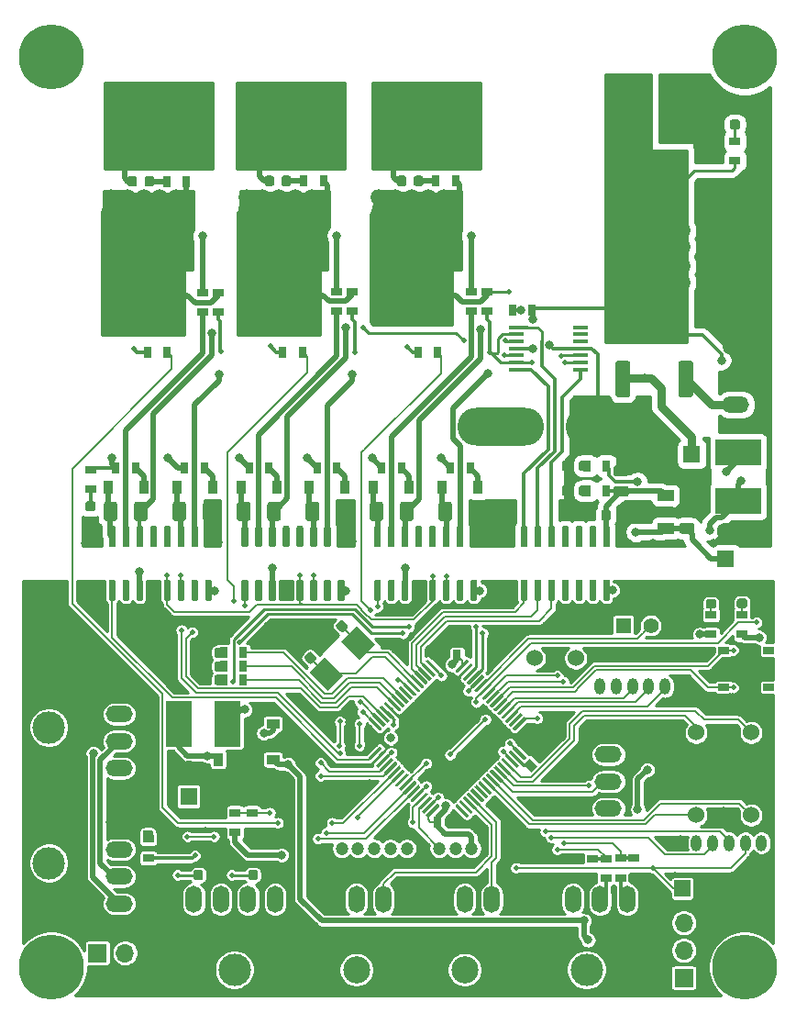
<source format=gbr>
G04 #@! TF.GenerationSoftware,KiCad,Pcbnew,(5.1.5)-3*
G04 #@! TF.CreationDate,2020-03-11T10:01:26+09:00*
G04 #@! TF.ProjectId,CAN_BLDCMD,43414e5f-424c-4444-934d-442e6b696361,rev?*
G04 #@! TF.SameCoordinates,Original*
G04 #@! TF.FileFunction,Copper,L1,Top*
G04 #@! TF.FilePolarity,Positive*
%FSLAX46Y46*%
G04 Gerber Fmt 4.6, Leading zero omitted, Abs format (unit mm)*
G04 Created by KiCad (PCBNEW (5.1.5)-3) date 2020-03-11 10:01:26*
%MOMM*%
%LPD*%
G04 APERTURE LIST*
%ADD10R,0.900000X1.200000*%
%ADD11C,0.100000*%
%ADD12R,1.600000X1.600000*%
%ADD13C,1.600000*%
%ADD14R,1.200000X0.900000*%
%ADD15O,1.000000X1.524000*%
%ADD16O,2.500000X1.500000*%
%ADD17C,3.000000*%
%ADD18O,1.500000X2.500000*%
%ADD19C,2.500000*%
%ADD20C,6.000000*%
%ADD21R,1.700000X1.700000*%
%ADD22O,1.700000X1.700000*%
%ADD23R,2.400000X4.200000*%
%ADD24R,4.200000X2.400000*%
%ADD25R,1.000000X0.800000*%
%ADD26R,0.800000X1.000000*%
%ADD27C,1.524000*%
%ADD28O,8.000000X3.500000*%
%ADD29C,5.999480*%
%ADD30C,1.200000*%
%ADD31R,1.500000X1.500000*%
%ADD32R,1.397000X1.397000*%
%ADD33C,1.397000*%
%ADD34R,1.050000X0.650000*%
%ADD35R,1.450000X0.450000*%
%ADD36R,1.500000X1.000000*%
%ADD37R,1.800000X1.000000*%
%ADD38R,1.840000X2.200000*%
%ADD39C,0.800000*%
%ADD40C,0.500000*%
%ADD41C,1.500000*%
%ADD42C,0.200000*%
%ADD43C,0.250000*%
%ADD44C,0.500000*%
%ADD45C,0.300000*%
%ADD46C,0.800000*%
%ADD47C,0.254000*%
G04 APERTURE END LIST*
D10*
X195200000Y-121850000D03*
X191900000Y-121850000D03*
G04 #@! TA.AperFunction,SMDPad,CuDef*
D11*
G36*
X202199383Y-110110121D02*
G01*
X202220618Y-110113271D01*
X202241442Y-110118487D01*
X202261654Y-110125719D01*
X202281060Y-110134898D01*
X202299473Y-110145934D01*
X202316716Y-110158722D01*
X202332622Y-110173138D01*
X202695015Y-110535531D01*
X202709431Y-110551437D01*
X202722219Y-110568680D01*
X202733255Y-110587093D01*
X202742434Y-110606499D01*
X202749666Y-110626711D01*
X202754882Y-110647535D01*
X202758032Y-110668770D01*
X202759085Y-110690211D01*
X202758032Y-110711652D01*
X202754882Y-110732887D01*
X202749666Y-110753711D01*
X202742434Y-110773923D01*
X202733255Y-110793329D01*
X202722219Y-110811742D01*
X202709431Y-110828985D01*
X202695015Y-110844891D01*
X202385656Y-111154250D01*
X202369750Y-111168666D01*
X202352507Y-111181454D01*
X202334094Y-111192490D01*
X202314688Y-111201669D01*
X202294476Y-111208901D01*
X202273652Y-111214117D01*
X202252417Y-111217267D01*
X202230976Y-111218320D01*
X202209535Y-111217267D01*
X202188300Y-111214117D01*
X202167476Y-111208901D01*
X202147264Y-111201669D01*
X202127858Y-111192490D01*
X202109445Y-111181454D01*
X202092202Y-111168666D01*
X202076296Y-111154250D01*
X201713903Y-110791857D01*
X201699487Y-110775951D01*
X201686699Y-110758708D01*
X201675663Y-110740295D01*
X201666484Y-110720889D01*
X201659252Y-110700677D01*
X201654036Y-110679853D01*
X201650886Y-110658618D01*
X201649833Y-110637177D01*
X201650886Y-110615736D01*
X201654036Y-110594501D01*
X201659252Y-110573677D01*
X201666484Y-110553465D01*
X201675663Y-110534059D01*
X201686699Y-110515646D01*
X201699487Y-110498403D01*
X201713903Y-110482497D01*
X202023262Y-110173138D01*
X202039168Y-110158722D01*
X202056411Y-110145934D01*
X202074824Y-110134898D01*
X202094230Y-110125719D01*
X202114442Y-110118487D01*
X202135266Y-110113271D01*
X202156501Y-110110121D01*
X202177942Y-110109068D01*
X202199383Y-110110121D01*
G37*
G04 #@! TD.AperFunction*
G04 #@! TA.AperFunction,SMDPad,CuDef*
G36*
X203313077Y-108996427D02*
G01*
X203334312Y-108999577D01*
X203355136Y-109004793D01*
X203375348Y-109012025D01*
X203394754Y-109021204D01*
X203413167Y-109032240D01*
X203430410Y-109045028D01*
X203446316Y-109059444D01*
X203808709Y-109421837D01*
X203823125Y-109437743D01*
X203835913Y-109454986D01*
X203846949Y-109473399D01*
X203856128Y-109492805D01*
X203863360Y-109513017D01*
X203868576Y-109533841D01*
X203871726Y-109555076D01*
X203872779Y-109576517D01*
X203871726Y-109597958D01*
X203868576Y-109619193D01*
X203863360Y-109640017D01*
X203856128Y-109660229D01*
X203846949Y-109679635D01*
X203835913Y-109698048D01*
X203823125Y-109715291D01*
X203808709Y-109731197D01*
X203499350Y-110040556D01*
X203483444Y-110054972D01*
X203466201Y-110067760D01*
X203447788Y-110078796D01*
X203428382Y-110087975D01*
X203408170Y-110095207D01*
X203387346Y-110100423D01*
X203366111Y-110103573D01*
X203344670Y-110104626D01*
X203323229Y-110103573D01*
X203301994Y-110100423D01*
X203281170Y-110095207D01*
X203260958Y-110087975D01*
X203241552Y-110078796D01*
X203223139Y-110067760D01*
X203205896Y-110054972D01*
X203189990Y-110040556D01*
X202827597Y-109678163D01*
X202813181Y-109662257D01*
X202800393Y-109645014D01*
X202789357Y-109626601D01*
X202780178Y-109607195D01*
X202772946Y-109586983D01*
X202767730Y-109566159D01*
X202764580Y-109544924D01*
X202763527Y-109523483D01*
X202764580Y-109502042D01*
X202767730Y-109480807D01*
X202772946Y-109459983D01*
X202780178Y-109439771D01*
X202789357Y-109420365D01*
X202800393Y-109401952D01*
X202813181Y-109384709D01*
X202827597Y-109368803D01*
X203136956Y-109059444D01*
X203152862Y-109045028D01*
X203170105Y-109032240D01*
X203188518Y-109021204D01*
X203207924Y-109012025D01*
X203228136Y-109004793D01*
X203248960Y-108999577D01*
X203270195Y-108996427D01*
X203291636Y-108995374D01*
X203313077Y-108996427D01*
G37*
G04 #@! TD.AperFunction*
G04 #@! TA.AperFunction,SMDPad,CuDef*
G36*
X200401771Y-111914580D02*
G01*
X200423006Y-111917730D01*
X200443830Y-111922946D01*
X200464042Y-111930178D01*
X200483448Y-111939357D01*
X200501861Y-111950393D01*
X200519104Y-111963181D01*
X200535010Y-111977597D01*
X200897403Y-112339990D01*
X200911819Y-112355896D01*
X200924607Y-112373139D01*
X200935643Y-112391552D01*
X200944822Y-112410958D01*
X200952054Y-112431170D01*
X200957270Y-112451994D01*
X200960420Y-112473229D01*
X200961473Y-112494670D01*
X200960420Y-112516111D01*
X200957270Y-112537346D01*
X200952054Y-112558170D01*
X200944822Y-112578382D01*
X200935643Y-112597788D01*
X200924607Y-112616201D01*
X200911819Y-112633444D01*
X200897403Y-112649350D01*
X200588044Y-112958709D01*
X200572138Y-112973125D01*
X200554895Y-112985913D01*
X200536482Y-112996949D01*
X200517076Y-113006128D01*
X200496864Y-113013360D01*
X200476040Y-113018576D01*
X200454805Y-113021726D01*
X200433364Y-113022779D01*
X200411923Y-113021726D01*
X200390688Y-113018576D01*
X200369864Y-113013360D01*
X200349652Y-113006128D01*
X200330246Y-112996949D01*
X200311833Y-112985913D01*
X200294590Y-112973125D01*
X200278684Y-112958709D01*
X199916291Y-112596316D01*
X199901875Y-112580410D01*
X199889087Y-112563167D01*
X199878051Y-112544754D01*
X199868872Y-112525348D01*
X199861640Y-112505136D01*
X199856424Y-112484312D01*
X199853274Y-112463077D01*
X199852221Y-112441636D01*
X199853274Y-112420195D01*
X199856424Y-112398960D01*
X199861640Y-112378136D01*
X199868872Y-112357924D01*
X199878051Y-112338518D01*
X199889087Y-112320105D01*
X199901875Y-112302862D01*
X199916291Y-112286956D01*
X200225650Y-111977597D01*
X200241556Y-111963181D01*
X200258799Y-111950393D01*
X200277212Y-111939357D01*
X200296618Y-111930178D01*
X200316830Y-111922946D01*
X200337654Y-111917730D01*
X200358889Y-111914580D01*
X200380330Y-111913527D01*
X200401771Y-111914580D01*
G37*
G04 #@! TD.AperFunction*
G04 #@! TA.AperFunction,SMDPad,CuDef*
G36*
X201515465Y-110800886D02*
G01*
X201536700Y-110804036D01*
X201557524Y-110809252D01*
X201577736Y-110816484D01*
X201597142Y-110825663D01*
X201615555Y-110836699D01*
X201632798Y-110849487D01*
X201648704Y-110863903D01*
X202011097Y-111226296D01*
X202025513Y-111242202D01*
X202038301Y-111259445D01*
X202049337Y-111277858D01*
X202058516Y-111297264D01*
X202065748Y-111317476D01*
X202070964Y-111338300D01*
X202074114Y-111359535D01*
X202075167Y-111380976D01*
X202074114Y-111402417D01*
X202070964Y-111423652D01*
X202065748Y-111444476D01*
X202058516Y-111464688D01*
X202049337Y-111484094D01*
X202038301Y-111502507D01*
X202025513Y-111519750D01*
X202011097Y-111535656D01*
X201701738Y-111845015D01*
X201685832Y-111859431D01*
X201668589Y-111872219D01*
X201650176Y-111883255D01*
X201630770Y-111892434D01*
X201610558Y-111899666D01*
X201589734Y-111904882D01*
X201568499Y-111908032D01*
X201547058Y-111909085D01*
X201525617Y-111908032D01*
X201504382Y-111904882D01*
X201483558Y-111899666D01*
X201463346Y-111892434D01*
X201443940Y-111883255D01*
X201425527Y-111872219D01*
X201408284Y-111859431D01*
X201392378Y-111845015D01*
X201029985Y-111482622D01*
X201015569Y-111466716D01*
X201002781Y-111449473D01*
X200991745Y-111431060D01*
X200982566Y-111411654D01*
X200975334Y-111391442D01*
X200970118Y-111370618D01*
X200966968Y-111349383D01*
X200965915Y-111327942D01*
X200966968Y-111306501D01*
X200970118Y-111285266D01*
X200975334Y-111264442D01*
X200982566Y-111244230D01*
X200991745Y-111224824D01*
X201002781Y-111206411D01*
X201015569Y-111189168D01*
X201029985Y-111173262D01*
X201339344Y-110863903D01*
X201355250Y-110849487D01*
X201372493Y-110836699D01*
X201390906Y-110825663D01*
X201410312Y-110816484D01*
X201430524Y-110809252D01*
X201451348Y-110804036D01*
X201472583Y-110800886D01*
X201494024Y-110799833D01*
X201515465Y-110800886D01*
G37*
G04 #@! TD.AperFunction*
D12*
X189150000Y-125250000D03*
D13*
X189150000Y-122750000D03*
G04 #@! TA.AperFunction,SMDPad,CuDef*
D11*
G36*
X182349504Y-98076204D02*
G01*
X182373773Y-98079804D01*
X182397571Y-98085765D01*
X182420671Y-98094030D01*
X182442849Y-98104520D01*
X182463893Y-98117133D01*
X182483598Y-98131747D01*
X182501777Y-98148223D01*
X182518253Y-98166402D01*
X182532867Y-98186107D01*
X182545480Y-98207151D01*
X182555970Y-98229329D01*
X182564235Y-98252429D01*
X182570196Y-98276227D01*
X182573796Y-98300496D01*
X182575000Y-98325000D01*
X182575000Y-99575000D01*
X182573796Y-99599504D01*
X182570196Y-99623773D01*
X182564235Y-99647571D01*
X182555970Y-99670671D01*
X182545480Y-99692849D01*
X182532867Y-99713893D01*
X182518253Y-99733598D01*
X182501777Y-99751777D01*
X182483598Y-99768253D01*
X182463893Y-99782867D01*
X182442849Y-99795480D01*
X182420671Y-99805970D01*
X182397571Y-99814235D01*
X182373773Y-99820196D01*
X182349504Y-99823796D01*
X182325000Y-99825000D01*
X181575000Y-99825000D01*
X181550496Y-99823796D01*
X181526227Y-99820196D01*
X181502429Y-99814235D01*
X181479329Y-99805970D01*
X181457151Y-99795480D01*
X181436107Y-99782867D01*
X181416402Y-99768253D01*
X181398223Y-99751777D01*
X181381747Y-99733598D01*
X181367133Y-99713893D01*
X181354520Y-99692849D01*
X181344030Y-99670671D01*
X181335765Y-99647571D01*
X181329804Y-99623773D01*
X181326204Y-99599504D01*
X181325000Y-99575000D01*
X181325000Y-98325000D01*
X181326204Y-98300496D01*
X181329804Y-98276227D01*
X181335765Y-98252429D01*
X181344030Y-98229329D01*
X181354520Y-98207151D01*
X181367133Y-98186107D01*
X181381747Y-98166402D01*
X181398223Y-98148223D01*
X181416402Y-98131747D01*
X181436107Y-98117133D01*
X181457151Y-98104520D01*
X181479329Y-98094030D01*
X181502429Y-98085765D01*
X181526227Y-98079804D01*
X181550496Y-98076204D01*
X181575000Y-98075000D01*
X182325000Y-98075000D01*
X182349504Y-98076204D01*
G37*
G04 #@! TD.AperFunction*
G04 #@! TA.AperFunction,SMDPad,CuDef*
G36*
X185149504Y-98076204D02*
G01*
X185173773Y-98079804D01*
X185197571Y-98085765D01*
X185220671Y-98094030D01*
X185242849Y-98104520D01*
X185263893Y-98117133D01*
X185283598Y-98131747D01*
X185301777Y-98148223D01*
X185318253Y-98166402D01*
X185332867Y-98186107D01*
X185345480Y-98207151D01*
X185355970Y-98229329D01*
X185364235Y-98252429D01*
X185370196Y-98276227D01*
X185373796Y-98300496D01*
X185375000Y-98325000D01*
X185375000Y-99575000D01*
X185373796Y-99599504D01*
X185370196Y-99623773D01*
X185364235Y-99647571D01*
X185355970Y-99670671D01*
X185345480Y-99692849D01*
X185332867Y-99713893D01*
X185318253Y-99733598D01*
X185301777Y-99751777D01*
X185283598Y-99768253D01*
X185263893Y-99782867D01*
X185242849Y-99795480D01*
X185220671Y-99805970D01*
X185197571Y-99814235D01*
X185173773Y-99820196D01*
X185149504Y-99823796D01*
X185125000Y-99825000D01*
X184375000Y-99825000D01*
X184350496Y-99823796D01*
X184326227Y-99820196D01*
X184302429Y-99814235D01*
X184279329Y-99805970D01*
X184257151Y-99795480D01*
X184236107Y-99782867D01*
X184216402Y-99768253D01*
X184198223Y-99751777D01*
X184181747Y-99733598D01*
X184167133Y-99713893D01*
X184154520Y-99692849D01*
X184144030Y-99670671D01*
X184135765Y-99647571D01*
X184129804Y-99623773D01*
X184126204Y-99599504D01*
X184125000Y-99575000D01*
X184125000Y-98325000D01*
X184126204Y-98300496D01*
X184129804Y-98276227D01*
X184135765Y-98252429D01*
X184144030Y-98229329D01*
X184154520Y-98207151D01*
X184167133Y-98186107D01*
X184181747Y-98166402D01*
X184198223Y-98148223D01*
X184216402Y-98131747D01*
X184236107Y-98117133D01*
X184257151Y-98104520D01*
X184279329Y-98094030D01*
X184302429Y-98085765D01*
X184326227Y-98079804D01*
X184350496Y-98076204D01*
X184375000Y-98075000D01*
X185125000Y-98075000D01*
X185149504Y-98076204D01*
G37*
G04 #@! TD.AperFunction*
G04 #@! TA.AperFunction,SMDPad,CuDef*
G36*
X188699504Y-98076204D02*
G01*
X188723773Y-98079804D01*
X188747571Y-98085765D01*
X188770671Y-98094030D01*
X188792849Y-98104520D01*
X188813893Y-98117133D01*
X188833598Y-98131747D01*
X188851777Y-98148223D01*
X188868253Y-98166402D01*
X188882867Y-98186107D01*
X188895480Y-98207151D01*
X188905970Y-98229329D01*
X188914235Y-98252429D01*
X188920196Y-98276227D01*
X188923796Y-98300496D01*
X188925000Y-98325000D01*
X188925000Y-99575000D01*
X188923796Y-99599504D01*
X188920196Y-99623773D01*
X188914235Y-99647571D01*
X188905970Y-99670671D01*
X188895480Y-99692849D01*
X188882867Y-99713893D01*
X188868253Y-99733598D01*
X188851777Y-99751777D01*
X188833598Y-99768253D01*
X188813893Y-99782867D01*
X188792849Y-99795480D01*
X188770671Y-99805970D01*
X188747571Y-99814235D01*
X188723773Y-99820196D01*
X188699504Y-99823796D01*
X188675000Y-99825000D01*
X187925000Y-99825000D01*
X187900496Y-99823796D01*
X187876227Y-99820196D01*
X187852429Y-99814235D01*
X187829329Y-99805970D01*
X187807151Y-99795480D01*
X187786107Y-99782867D01*
X187766402Y-99768253D01*
X187748223Y-99751777D01*
X187731747Y-99733598D01*
X187717133Y-99713893D01*
X187704520Y-99692849D01*
X187694030Y-99670671D01*
X187685765Y-99647571D01*
X187679804Y-99623773D01*
X187676204Y-99599504D01*
X187675000Y-99575000D01*
X187675000Y-98325000D01*
X187676204Y-98300496D01*
X187679804Y-98276227D01*
X187685765Y-98252429D01*
X187694030Y-98229329D01*
X187704520Y-98207151D01*
X187717133Y-98186107D01*
X187731747Y-98166402D01*
X187748223Y-98148223D01*
X187766402Y-98131747D01*
X187786107Y-98117133D01*
X187807151Y-98104520D01*
X187829329Y-98094030D01*
X187852429Y-98085765D01*
X187876227Y-98079804D01*
X187900496Y-98076204D01*
X187925000Y-98075000D01*
X188675000Y-98075000D01*
X188699504Y-98076204D01*
G37*
G04 #@! TD.AperFunction*
G04 #@! TA.AperFunction,SMDPad,CuDef*
G36*
X191499504Y-98076204D02*
G01*
X191523773Y-98079804D01*
X191547571Y-98085765D01*
X191570671Y-98094030D01*
X191592849Y-98104520D01*
X191613893Y-98117133D01*
X191633598Y-98131747D01*
X191651777Y-98148223D01*
X191668253Y-98166402D01*
X191682867Y-98186107D01*
X191695480Y-98207151D01*
X191705970Y-98229329D01*
X191714235Y-98252429D01*
X191720196Y-98276227D01*
X191723796Y-98300496D01*
X191725000Y-98325000D01*
X191725000Y-99575000D01*
X191723796Y-99599504D01*
X191720196Y-99623773D01*
X191714235Y-99647571D01*
X191705970Y-99670671D01*
X191695480Y-99692849D01*
X191682867Y-99713893D01*
X191668253Y-99733598D01*
X191651777Y-99751777D01*
X191633598Y-99768253D01*
X191613893Y-99782867D01*
X191592849Y-99795480D01*
X191570671Y-99805970D01*
X191547571Y-99814235D01*
X191523773Y-99820196D01*
X191499504Y-99823796D01*
X191475000Y-99825000D01*
X190725000Y-99825000D01*
X190700496Y-99823796D01*
X190676227Y-99820196D01*
X190652429Y-99814235D01*
X190629329Y-99805970D01*
X190607151Y-99795480D01*
X190586107Y-99782867D01*
X190566402Y-99768253D01*
X190548223Y-99751777D01*
X190531747Y-99733598D01*
X190517133Y-99713893D01*
X190504520Y-99692849D01*
X190494030Y-99670671D01*
X190485765Y-99647571D01*
X190479804Y-99623773D01*
X190476204Y-99599504D01*
X190475000Y-99575000D01*
X190475000Y-98325000D01*
X190476204Y-98300496D01*
X190479804Y-98276227D01*
X190485765Y-98252429D01*
X190494030Y-98229329D01*
X190504520Y-98207151D01*
X190517133Y-98186107D01*
X190531747Y-98166402D01*
X190548223Y-98148223D01*
X190566402Y-98131747D01*
X190586107Y-98117133D01*
X190607151Y-98104520D01*
X190629329Y-98094030D01*
X190652429Y-98085765D01*
X190676227Y-98079804D01*
X190700496Y-98076204D01*
X190725000Y-98075000D01*
X191475000Y-98075000D01*
X191499504Y-98076204D01*
G37*
G04 #@! TD.AperFunction*
G04 #@! TA.AperFunction,SMDPad,CuDef*
G36*
X197449504Y-98076204D02*
G01*
X197473773Y-98079804D01*
X197497571Y-98085765D01*
X197520671Y-98094030D01*
X197542849Y-98104520D01*
X197563893Y-98117133D01*
X197583598Y-98131747D01*
X197601777Y-98148223D01*
X197618253Y-98166402D01*
X197632867Y-98186107D01*
X197645480Y-98207151D01*
X197655970Y-98229329D01*
X197664235Y-98252429D01*
X197670196Y-98276227D01*
X197673796Y-98300496D01*
X197675000Y-98325000D01*
X197675000Y-99575000D01*
X197673796Y-99599504D01*
X197670196Y-99623773D01*
X197664235Y-99647571D01*
X197655970Y-99670671D01*
X197645480Y-99692849D01*
X197632867Y-99713893D01*
X197618253Y-99733598D01*
X197601777Y-99751777D01*
X197583598Y-99768253D01*
X197563893Y-99782867D01*
X197542849Y-99795480D01*
X197520671Y-99805970D01*
X197497571Y-99814235D01*
X197473773Y-99820196D01*
X197449504Y-99823796D01*
X197425000Y-99825000D01*
X196675000Y-99825000D01*
X196650496Y-99823796D01*
X196626227Y-99820196D01*
X196602429Y-99814235D01*
X196579329Y-99805970D01*
X196557151Y-99795480D01*
X196536107Y-99782867D01*
X196516402Y-99768253D01*
X196498223Y-99751777D01*
X196481747Y-99733598D01*
X196467133Y-99713893D01*
X196454520Y-99692849D01*
X196444030Y-99670671D01*
X196435765Y-99647571D01*
X196429804Y-99623773D01*
X196426204Y-99599504D01*
X196425000Y-99575000D01*
X196425000Y-98325000D01*
X196426204Y-98300496D01*
X196429804Y-98276227D01*
X196435765Y-98252429D01*
X196444030Y-98229329D01*
X196454520Y-98207151D01*
X196467133Y-98186107D01*
X196481747Y-98166402D01*
X196498223Y-98148223D01*
X196516402Y-98131747D01*
X196536107Y-98117133D01*
X196557151Y-98104520D01*
X196579329Y-98094030D01*
X196602429Y-98085765D01*
X196626227Y-98079804D01*
X196650496Y-98076204D01*
X196675000Y-98075000D01*
X197425000Y-98075000D01*
X197449504Y-98076204D01*
G37*
G04 #@! TD.AperFunction*
G04 #@! TA.AperFunction,SMDPad,CuDef*
G36*
X194649504Y-98076204D02*
G01*
X194673773Y-98079804D01*
X194697571Y-98085765D01*
X194720671Y-98094030D01*
X194742849Y-98104520D01*
X194763893Y-98117133D01*
X194783598Y-98131747D01*
X194801777Y-98148223D01*
X194818253Y-98166402D01*
X194832867Y-98186107D01*
X194845480Y-98207151D01*
X194855970Y-98229329D01*
X194864235Y-98252429D01*
X194870196Y-98276227D01*
X194873796Y-98300496D01*
X194875000Y-98325000D01*
X194875000Y-99575000D01*
X194873796Y-99599504D01*
X194870196Y-99623773D01*
X194864235Y-99647571D01*
X194855970Y-99670671D01*
X194845480Y-99692849D01*
X194832867Y-99713893D01*
X194818253Y-99733598D01*
X194801777Y-99751777D01*
X194783598Y-99768253D01*
X194763893Y-99782867D01*
X194742849Y-99795480D01*
X194720671Y-99805970D01*
X194697571Y-99814235D01*
X194673773Y-99820196D01*
X194649504Y-99823796D01*
X194625000Y-99825000D01*
X193875000Y-99825000D01*
X193850496Y-99823796D01*
X193826227Y-99820196D01*
X193802429Y-99814235D01*
X193779329Y-99805970D01*
X193757151Y-99795480D01*
X193736107Y-99782867D01*
X193716402Y-99768253D01*
X193698223Y-99751777D01*
X193681747Y-99733598D01*
X193667133Y-99713893D01*
X193654520Y-99692849D01*
X193644030Y-99670671D01*
X193635765Y-99647571D01*
X193629804Y-99623773D01*
X193626204Y-99599504D01*
X193625000Y-99575000D01*
X193625000Y-98325000D01*
X193626204Y-98300496D01*
X193629804Y-98276227D01*
X193635765Y-98252429D01*
X193644030Y-98229329D01*
X193654520Y-98207151D01*
X193667133Y-98186107D01*
X193681747Y-98166402D01*
X193698223Y-98148223D01*
X193716402Y-98131747D01*
X193736107Y-98117133D01*
X193757151Y-98104520D01*
X193779329Y-98094030D01*
X193802429Y-98085765D01*
X193826227Y-98079804D01*
X193850496Y-98076204D01*
X193875000Y-98075000D01*
X194625000Y-98075000D01*
X194649504Y-98076204D01*
G37*
G04 #@! TD.AperFunction*
G04 #@! TA.AperFunction,SMDPad,CuDef*
G36*
X203799504Y-98076204D02*
G01*
X203823773Y-98079804D01*
X203847571Y-98085765D01*
X203870671Y-98094030D01*
X203892849Y-98104520D01*
X203913893Y-98117133D01*
X203933598Y-98131747D01*
X203951777Y-98148223D01*
X203968253Y-98166402D01*
X203982867Y-98186107D01*
X203995480Y-98207151D01*
X204005970Y-98229329D01*
X204014235Y-98252429D01*
X204020196Y-98276227D01*
X204023796Y-98300496D01*
X204025000Y-98325000D01*
X204025000Y-99575000D01*
X204023796Y-99599504D01*
X204020196Y-99623773D01*
X204014235Y-99647571D01*
X204005970Y-99670671D01*
X203995480Y-99692849D01*
X203982867Y-99713893D01*
X203968253Y-99733598D01*
X203951777Y-99751777D01*
X203933598Y-99768253D01*
X203913893Y-99782867D01*
X203892849Y-99795480D01*
X203870671Y-99805970D01*
X203847571Y-99814235D01*
X203823773Y-99820196D01*
X203799504Y-99823796D01*
X203775000Y-99825000D01*
X203025000Y-99825000D01*
X203000496Y-99823796D01*
X202976227Y-99820196D01*
X202952429Y-99814235D01*
X202929329Y-99805970D01*
X202907151Y-99795480D01*
X202886107Y-99782867D01*
X202866402Y-99768253D01*
X202848223Y-99751777D01*
X202831747Y-99733598D01*
X202817133Y-99713893D01*
X202804520Y-99692849D01*
X202794030Y-99670671D01*
X202785765Y-99647571D01*
X202779804Y-99623773D01*
X202776204Y-99599504D01*
X202775000Y-99575000D01*
X202775000Y-98325000D01*
X202776204Y-98300496D01*
X202779804Y-98276227D01*
X202785765Y-98252429D01*
X202794030Y-98229329D01*
X202804520Y-98207151D01*
X202817133Y-98186107D01*
X202831747Y-98166402D01*
X202848223Y-98148223D01*
X202866402Y-98131747D01*
X202886107Y-98117133D01*
X202907151Y-98104520D01*
X202929329Y-98094030D01*
X202952429Y-98085765D01*
X202976227Y-98079804D01*
X203000496Y-98076204D01*
X203025000Y-98075000D01*
X203775000Y-98075000D01*
X203799504Y-98076204D01*
G37*
G04 #@! TD.AperFunction*
G04 #@! TA.AperFunction,SMDPad,CuDef*
G36*
X200999504Y-98076204D02*
G01*
X201023773Y-98079804D01*
X201047571Y-98085765D01*
X201070671Y-98094030D01*
X201092849Y-98104520D01*
X201113893Y-98117133D01*
X201133598Y-98131747D01*
X201151777Y-98148223D01*
X201168253Y-98166402D01*
X201182867Y-98186107D01*
X201195480Y-98207151D01*
X201205970Y-98229329D01*
X201214235Y-98252429D01*
X201220196Y-98276227D01*
X201223796Y-98300496D01*
X201225000Y-98325000D01*
X201225000Y-99575000D01*
X201223796Y-99599504D01*
X201220196Y-99623773D01*
X201214235Y-99647571D01*
X201205970Y-99670671D01*
X201195480Y-99692849D01*
X201182867Y-99713893D01*
X201168253Y-99733598D01*
X201151777Y-99751777D01*
X201133598Y-99768253D01*
X201113893Y-99782867D01*
X201092849Y-99795480D01*
X201070671Y-99805970D01*
X201047571Y-99814235D01*
X201023773Y-99820196D01*
X200999504Y-99823796D01*
X200975000Y-99825000D01*
X200225000Y-99825000D01*
X200200496Y-99823796D01*
X200176227Y-99820196D01*
X200152429Y-99814235D01*
X200129329Y-99805970D01*
X200107151Y-99795480D01*
X200086107Y-99782867D01*
X200066402Y-99768253D01*
X200048223Y-99751777D01*
X200031747Y-99733598D01*
X200017133Y-99713893D01*
X200004520Y-99692849D01*
X199994030Y-99670671D01*
X199985765Y-99647571D01*
X199979804Y-99623773D01*
X199976204Y-99599504D01*
X199975000Y-99575000D01*
X199975000Y-98325000D01*
X199976204Y-98300496D01*
X199979804Y-98276227D01*
X199985765Y-98252429D01*
X199994030Y-98229329D01*
X200004520Y-98207151D01*
X200017133Y-98186107D01*
X200031747Y-98166402D01*
X200048223Y-98148223D01*
X200066402Y-98131747D01*
X200086107Y-98117133D01*
X200107151Y-98104520D01*
X200129329Y-98094030D01*
X200152429Y-98085765D01*
X200176227Y-98079804D01*
X200200496Y-98076204D01*
X200225000Y-98075000D01*
X200975000Y-98075000D01*
X200999504Y-98076204D01*
G37*
G04 #@! TD.AperFunction*
G04 #@! TA.AperFunction,SMDPad,CuDef*
G36*
X209699504Y-98076204D02*
G01*
X209723773Y-98079804D01*
X209747571Y-98085765D01*
X209770671Y-98094030D01*
X209792849Y-98104520D01*
X209813893Y-98117133D01*
X209833598Y-98131747D01*
X209851777Y-98148223D01*
X209868253Y-98166402D01*
X209882867Y-98186107D01*
X209895480Y-98207151D01*
X209905970Y-98229329D01*
X209914235Y-98252429D01*
X209920196Y-98276227D01*
X209923796Y-98300496D01*
X209925000Y-98325000D01*
X209925000Y-99575000D01*
X209923796Y-99599504D01*
X209920196Y-99623773D01*
X209914235Y-99647571D01*
X209905970Y-99670671D01*
X209895480Y-99692849D01*
X209882867Y-99713893D01*
X209868253Y-99733598D01*
X209851777Y-99751777D01*
X209833598Y-99768253D01*
X209813893Y-99782867D01*
X209792849Y-99795480D01*
X209770671Y-99805970D01*
X209747571Y-99814235D01*
X209723773Y-99820196D01*
X209699504Y-99823796D01*
X209675000Y-99825000D01*
X208925000Y-99825000D01*
X208900496Y-99823796D01*
X208876227Y-99820196D01*
X208852429Y-99814235D01*
X208829329Y-99805970D01*
X208807151Y-99795480D01*
X208786107Y-99782867D01*
X208766402Y-99768253D01*
X208748223Y-99751777D01*
X208731747Y-99733598D01*
X208717133Y-99713893D01*
X208704520Y-99692849D01*
X208694030Y-99670671D01*
X208685765Y-99647571D01*
X208679804Y-99623773D01*
X208676204Y-99599504D01*
X208675000Y-99575000D01*
X208675000Y-98325000D01*
X208676204Y-98300496D01*
X208679804Y-98276227D01*
X208685765Y-98252429D01*
X208694030Y-98229329D01*
X208704520Y-98207151D01*
X208717133Y-98186107D01*
X208731747Y-98166402D01*
X208748223Y-98148223D01*
X208766402Y-98131747D01*
X208786107Y-98117133D01*
X208807151Y-98104520D01*
X208829329Y-98094030D01*
X208852429Y-98085765D01*
X208876227Y-98079804D01*
X208900496Y-98076204D01*
X208925000Y-98075000D01*
X209675000Y-98075000D01*
X209699504Y-98076204D01*
G37*
G04 #@! TD.AperFunction*
G04 #@! TA.AperFunction,SMDPad,CuDef*
G36*
X206899504Y-98076204D02*
G01*
X206923773Y-98079804D01*
X206947571Y-98085765D01*
X206970671Y-98094030D01*
X206992849Y-98104520D01*
X207013893Y-98117133D01*
X207033598Y-98131747D01*
X207051777Y-98148223D01*
X207068253Y-98166402D01*
X207082867Y-98186107D01*
X207095480Y-98207151D01*
X207105970Y-98229329D01*
X207114235Y-98252429D01*
X207120196Y-98276227D01*
X207123796Y-98300496D01*
X207125000Y-98325000D01*
X207125000Y-99575000D01*
X207123796Y-99599504D01*
X207120196Y-99623773D01*
X207114235Y-99647571D01*
X207105970Y-99670671D01*
X207095480Y-99692849D01*
X207082867Y-99713893D01*
X207068253Y-99733598D01*
X207051777Y-99751777D01*
X207033598Y-99768253D01*
X207013893Y-99782867D01*
X206992849Y-99795480D01*
X206970671Y-99805970D01*
X206947571Y-99814235D01*
X206923773Y-99820196D01*
X206899504Y-99823796D01*
X206875000Y-99825000D01*
X206125000Y-99825000D01*
X206100496Y-99823796D01*
X206076227Y-99820196D01*
X206052429Y-99814235D01*
X206029329Y-99805970D01*
X206007151Y-99795480D01*
X205986107Y-99782867D01*
X205966402Y-99768253D01*
X205948223Y-99751777D01*
X205931747Y-99733598D01*
X205917133Y-99713893D01*
X205904520Y-99692849D01*
X205894030Y-99670671D01*
X205885765Y-99647571D01*
X205879804Y-99623773D01*
X205876204Y-99599504D01*
X205875000Y-99575000D01*
X205875000Y-98325000D01*
X205876204Y-98300496D01*
X205879804Y-98276227D01*
X205885765Y-98252429D01*
X205894030Y-98229329D01*
X205904520Y-98207151D01*
X205917133Y-98186107D01*
X205931747Y-98166402D01*
X205948223Y-98148223D01*
X205966402Y-98131747D01*
X205986107Y-98117133D01*
X206007151Y-98104520D01*
X206029329Y-98094030D01*
X206052429Y-98085765D01*
X206076227Y-98079804D01*
X206100496Y-98076204D01*
X206125000Y-98075000D01*
X206875000Y-98075000D01*
X206899504Y-98076204D01*
G37*
G04 #@! TD.AperFunction*
G04 #@! TA.AperFunction,SMDPad,CuDef*
G36*
X213249504Y-98076204D02*
G01*
X213273773Y-98079804D01*
X213297571Y-98085765D01*
X213320671Y-98094030D01*
X213342849Y-98104520D01*
X213363893Y-98117133D01*
X213383598Y-98131747D01*
X213401777Y-98148223D01*
X213418253Y-98166402D01*
X213432867Y-98186107D01*
X213445480Y-98207151D01*
X213455970Y-98229329D01*
X213464235Y-98252429D01*
X213470196Y-98276227D01*
X213473796Y-98300496D01*
X213475000Y-98325000D01*
X213475000Y-99575000D01*
X213473796Y-99599504D01*
X213470196Y-99623773D01*
X213464235Y-99647571D01*
X213455970Y-99670671D01*
X213445480Y-99692849D01*
X213432867Y-99713893D01*
X213418253Y-99733598D01*
X213401777Y-99751777D01*
X213383598Y-99768253D01*
X213363893Y-99782867D01*
X213342849Y-99795480D01*
X213320671Y-99805970D01*
X213297571Y-99814235D01*
X213273773Y-99820196D01*
X213249504Y-99823796D01*
X213225000Y-99825000D01*
X212475000Y-99825000D01*
X212450496Y-99823796D01*
X212426227Y-99820196D01*
X212402429Y-99814235D01*
X212379329Y-99805970D01*
X212357151Y-99795480D01*
X212336107Y-99782867D01*
X212316402Y-99768253D01*
X212298223Y-99751777D01*
X212281747Y-99733598D01*
X212267133Y-99713893D01*
X212254520Y-99692849D01*
X212244030Y-99670671D01*
X212235765Y-99647571D01*
X212229804Y-99623773D01*
X212226204Y-99599504D01*
X212225000Y-99575000D01*
X212225000Y-98325000D01*
X212226204Y-98300496D01*
X212229804Y-98276227D01*
X212235765Y-98252429D01*
X212244030Y-98229329D01*
X212254520Y-98207151D01*
X212267133Y-98186107D01*
X212281747Y-98166402D01*
X212298223Y-98148223D01*
X212316402Y-98131747D01*
X212336107Y-98117133D01*
X212357151Y-98104520D01*
X212379329Y-98094030D01*
X212402429Y-98085765D01*
X212426227Y-98079804D01*
X212450496Y-98076204D01*
X212475000Y-98075000D01*
X213225000Y-98075000D01*
X213249504Y-98076204D01*
G37*
G04 #@! TD.AperFunction*
G04 #@! TA.AperFunction,SMDPad,CuDef*
G36*
X216049504Y-98076204D02*
G01*
X216073773Y-98079804D01*
X216097571Y-98085765D01*
X216120671Y-98094030D01*
X216142849Y-98104520D01*
X216163893Y-98117133D01*
X216183598Y-98131747D01*
X216201777Y-98148223D01*
X216218253Y-98166402D01*
X216232867Y-98186107D01*
X216245480Y-98207151D01*
X216255970Y-98229329D01*
X216264235Y-98252429D01*
X216270196Y-98276227D01*
X216273796Y-98300496D01*
X216275000Y-98325000D01*
X216275000Y-99575000D01*
X216273796Y-99599504D01*
X216270196Y-99623773D01*
X216264235Y-99647571D01*
X216255970Y-99670671D01*
X216245480Y-99692849D01*
X216232867Y-99713893D01*
X216218253Y-99733598D01*
X216201777Y-99751777D01*
X216183598Y-99768253D01*
X216163893Y-99782867D01*
X216142849Y-99795480D01*
X216120671Y-99805970D01*
X216097571Y-99814235D01*
X216073773Y-99820196D01*
X216049504Y-99823796D01*
X216025000Y-99825000D01*
X215275000Y-99825000D01*
X215250496Y-99823796D01*
X215226227Y-99820196D01*
X215202429Y-99814235D01*
X215179329Y-99805970D01*
X215157151Y-99795480D01*
X215136107Y-99782867D01*
X215116402Y-99768253D01*
X215098223Y-99751777D01*
X215081747Y-99733598D01*
X215067133Y-99713893D01*
X215054520Y-99692849D01*
X215044030Y-99670671D01*
X215035765Y-99647571D01*
X215029804Y-99623773D01*
X215026204Y-99599504D01*
X215025000Y-99575000D01*
X215025000Y-98325000D01*
X215026204Y-98300496D01*
X215029804Y-98276227D01*
X215035765Y-98252429D01*
X215044030Y-98229329D01*
X215054520Y-98207151D01*
X215067133Y-98186107D01*
X215081747Y-98166402D01*
X215098223Y-98148223D01*
X215116402Y-98131747D01*
X215136107Y-98117133D01*
X215157151Y-98104520D01*
X215179329Y-98094030D01*
X215202429Y-98085765D01*
X215226227Y-98079804D01*
X215250496Y-98076204D01*
X215275000Y-98075000D01*
X216025000Y-98075000D01*
X216049504Y-98076204D01*
G37*
G04 #@! TD.AperFunction*
G04 #@! TA.AperFunction,SMDPad,CuDef*
G36*
X227927691Y-98826053D02*
G01*
X227948926Y-98829203D01*
X227969750Y-98834419D01*
X227989962Y-98841651D01*
X228009368Y-98850830D01*
X228027781Y-98861866D01*
X228045024Y-98874654D01*
X228060930Y-98889070D01*
X228075346Y-98904976D01*
X228088134Y-98922219D01*
X228099170Y-98940632D01*
X228108349Y-98960038D01*
X228115581Y-98980250D01*
X228120797Y-99001074D01*
X228123947Y-99022309D01*
X228125000Y-99043750D01*
X228125000Y-99556250D01*
X228123947Y-99577691D01*
X228120797Y-99598926D01*
X228115581Y-99619750D01*
X228108349Y-99639962D01*
X228099170Y-99659368D01*
X228088134Y-99677781D01*
X228075346Y-99695024D01*
X228060930Y-99710930D01*
X228045024Y-99725346D01*
X228027781Y-99738134D01*
X228009368Y-99749170D01*
X227989962Y-99758349D01*
X227969750Y-99765581D01*
X227948926Y-99770797D01*
X227927691Y-99773947D01*
X227906250Y-99775000D01*
X227468750Y-99775000D01*
X227447309Y-99773947D01*
X227426074Y-99770797D01*
X227405250Y-99765581D01*
X227385038Y-99758349D01*
X227365632Y-99749170D01*
X227347219Y-99738134D01*
X227329976Y-99725346D01*
X227314070Y-99710930D01*
X227299654Y-99695024D01*
X227286866Y-99677781D01*
X227275830Y-99659368D01*
X227266651Y-99639962D01*
X227259419Y-99619750D01*
X227254203Y-99598926D01*
X227251053Y-99577691D01*
X227250000Y-99556250D01*
X227250000Y-99043750D01*
X227251053Y-99022309D01*
X227254203Y-99001074D01*
X227259419Y-98980250D01*
X227266651Y-98960038D01*
X227275830Y-98940632D01*
X227286866Y-98922219D01*
X227299654Y-98904976D01*
X227314070Y-98889070D01*
X227329976Y-98874654D01*
X227347219Y-98861866D01*
X227365632Y-98850830D01*
X227385038Y-98841651D01*
X227405250Y-98834419D01*
X227426074Y-98829203D01*
X227447309Y-98826053D01*
X227468750Y-98825000D01*
X227906250Y-98825000D01*
X227927691Y-98826053D01*
G37*
G04 #@! TD.AperFunction*
G04 #@! TA.AperFunction,SMDPad,CuDef*
G36*
X226352691Y-98826053D02*
G01*
X226373926Y-98829203D01*
X226394750Y-98834419D01*
X226414962Y-98841651D01*
X226434368Y-98850830D01*
X226452781Y-98861866D01*
X226470024Y-98874654D01*
X226485930Y-98889070D01*
X226500346Y-98904976D01*
X226513134Y-98922219D01*
X226524170Y-98940632D01*
X226533349Y-98960038D01*
X226540581Y-98980250D01*
X226545797Y-99001074D01*
X226548947Y-99022309D01*
X226550000Y-99043750D01*
X226550000Y-99556250D01*
X226548947Y-99577691D01*
X226545797Y-99598926D01*
X226540581Y-99619750D01*
X226533349Y-99639962D01*
X226524170Y-99659368D01*
X226513134Y-99677781D01*
X226500346Y-99695024D01*
X226485930Y-99710930D01*
X226470024Y-99725346D01*
X226452781Y-99738134D01*
X226434368Y-99749170D01*
X226414962Y-99758349D01*
X226394750Y-99765581D01*
X226373926Y-99770797D01*
X226352691Y-99773947D01*
X226331250Y-99775000D01*
X225893750Y-99775000D01*
X225872309Y-99773947D01*
X225851074Y-99770797D01*
X225830250Y-99765581D01*
X225810038Y-99758349D01*
X225790632Y-99749170D01*
X225772219Y-99738134D01*
X225754976Y-99725346D01*
X225739070Y-99710930D01*
X225724654Y-99695024D01*
X225711866Y-99677781D01*
X225700830Y-99659368D01*
X225691651Y-99639962D01*
X225684419Y-99619750D01*
X225679203Y-99598926D01*
X225676053Y-99577691D01*
X225675000Y-99556250D01*
X225675000Y-99043750D01*
X225676053Y-99022309D01*
X225679203Y-99001074D01*
X225684419Y-98980250D01*
X225691651Y-98960038D01*
X225700830Y-98940632D01*
X225711866Y-98922219D01*
X225724654Y-98904976D01*
X225739070Y-98889070D01*
X225754976Y-98874654D01*
X225772219Y-98861866D01*
X225790632Y-98850830D01*
X225810038Y-98841651D01*
X225830250Y-98834419D01*
X225851074Y-98829203D01*
X225872309Y-98826053D01*
X225893750Y-98825000D01*
X226331250Y-98825000D01*
X226352691Y-98826053D01*
G37*
G04 #@! TD.AperFunction*
D13*
X229050000Y-60500000D03*
X234050000Y-60500000D03*
D12*
X235625000Y-93675000D03*
D13*
X233125000Y-93675000D03*
X238700000Y-100800000D03*
D12*
X238700000Y-103300000D03*
G04 #@! TA.AperFunction,SMDPad,CuDef*
D11*
G36*
X235630142Y-98151174D02*
G01*
X235653803Y-98154684D01*
X235677007Y-98160496D01*
X235699529Y-98168554D01*
X235721153Y-98178782D01*
X235741670Y-98191079D01*
X235760883Y-98205329D01*
X235778607Y-98221393D01*
X235794671Y-98239117D01*
X235808921Y-98258330D01*
X235821218Y-98278847D01*
X235831446Y-98300471D01*
X235839504Y-98322993D01*
X235845316Y-98346197D01*
X235848826Y-98369858D01*
X235850000Y-98393750D01*
X235850000Y-98881250D01*
X235848826Y-98905142D01*
X235845316Y-98928803D01*
X235839504Y-98952007D01*
X235831446Y-98974529D01*
X235821218Y-98996153D01*
X235808921Y-99016670D01*
X235794671Y-99035883D01*
X235778607Y-99053607D01*
X235760883Y-99069671D01*
X235741670Y-99083921D01*
X235721153Y-99096218D01*
X235699529Y-99106446D01*
X235677007Y-99114504D01*
X235653803Y-99120316D01*
X235630142Y-99123826D01*
X235606250Y-99125000D01*
X234693750Y-99125000D01*
X234669858Y-99123826D01*
X234646197Y-99120316D01*
X234622993Y-99114504D01*
X234600471Y-99106446D01*
X234578847Y-99096218D01*
X234558330Y-99083921D01*
X234539117Y-99069671D01*
X234521393Y-99053607D01*
X234505329Y-99035883D01*
X234491079Y-99016670D01*
X234478782Y-98996153D01*
X234468554Y-98974529D01*
X234460496Y-98952007D01*
X234454684Y-98928803D01*
X234451174Y-98905142D01*
X234450000Y-98881250D01*
X234450000Y-98393750D01*
X234451174Y-98369858D01*
X234454684Y-98346197D01*
X234460496Y-98322993D01*
X234468554Y-98300471D01*
X234478782Y-98278847D01*
X234491079Y-98258330D01*
X234505329Y-98239117D01*
X234521393Y-98221393D01*
X234539117Y-98205329D01*
X234558330Y-98191079D01*
X234578847Y-98178782D01*
X234600471Y-98168554D01*
X234622993Y-98160496D01*
X234646197Y-98154684D01*
X234669858Y-98151174D01*
X234693750Y-98150000D01*
X235606250Y-98150000D01*
X235630142Y-98151174D01*
G37*
G04 #@! TD.AperFunction*
G04 #@! TA.AperFunction,SMDPad,CuDef*
G36*
X235630142Y-100026174D02*
G01*
X235653803Y-100029684D01*
X235677007Y-100035496D01*
X235699529Y-100043554D01*
X235721153Y-100053782D01*
X235741670Y-100066079D01*
X235760883Y-100080329D01*
X235778607Y-100096393D01*
X235794671Y-100114117D01*
X235808921Y-100133330D01*
X235821218Y-100153847D01*
X235831446Y-100175471D01*
X235839504Y-100197993D01*
X235845316Y-100221197D01*
X235848826Y-100244858D01*
X235850000Y-100268750D01*
X235850000Y-100756250D01*
X235848826Y-100780142D01*
X235845316Y-100803803D01*
X235839504Y-100827007D01*
X235831446Y-100849529D01*
X235821218Y-100871153D01*
X235808921Y-100891670D01*
X235794671Y-100910883D01*
X235778607Y-100928607D01*
X235760883Y-100944671D01*
X235741670Y-100958921D01*
X235721153Y-100971218D01*
X235699529Y-100981446D01*
X235677007Y-100989504D01*
X235653803Y-100995316D01*
X235630142Y-100998826D01*
X235606250Y-101000000D01*
X234693750Y-101000000D01*
X234669858Y-100998826D01*
X234646197Y-100995316D01*
X234622993Y-100989504D01*
X234600471Y-100981446D01*
X234578847Y-100971218D01*
X234558330Y-100958921D01*
X234539117Y-100944671D01*
X234521393Y-100928607D01*
X234505329Y-100910883D01*
X234491079Y-100891670D01*
X234478782Y-100871153D01*
X234468554Y-100849529D01*
X234460496Y-100827007D01*
X234454684Y-100803803D01*
X234451174Y-100780142D01*
X234450000Y-100756250D01*
X234450000Y-100268750D01*
X234451174Y-100244858D01*
X234454684Y-100221197D01*
X234460496Y-100197993D01*
X234468554Y-100175471D01*
X234478782Y-100153847D01*
X234491079Y-100133330D01*
X234505329Y-100114117D01*
X234521393Y-100096393D01*
X234539117Y-100080329D01*
X234558330Y-100066079D01*
X234578847Y-100053782D01*
X234600471Y-100043554D01*
X234622993Y-100035496D01*
X234646197Y-100029684D01*
X234669858Y-100026174D01*
X234693750Y-100025000D01*
X235606250Y-100025000D01*
X235630142Y-100026174D01*
G37*
G04 #@! TD.AperFunction*
G04 #@! TA.AperFunction,SMDPad,CuDef*
G36*
X229580142Y-96601174D02*
G01*
X229603803Y-96604684D01*
X229627007Y-96610496D01*
X229649529Y-96618554D01*
X229671153Y-96628782D01*
X229691670Y-96641079D01*
X229710883Y-96655329D01*
X229728607Y-96671393D01*
X229744671Y-96689117D01*
X229758921Y-96708330D01*
X229771218Y-96728847D01*
X229781446Y-96750471D01*
X229789504Y-96772993D01*
X229795316Y-96796197D01*
X229798826Y-96819858D01*
X229800000Y-96843750D01*
X229800000Y-97331250D01*
X229798826Y-97355142D01*
X229795316Y-97378803D01*
X229789504Y-97402007D01*
X229781446Y-97424529D01*
X229771218Y-97446153D01*
X229758921Y-97466670D01*
X229744671Y-97485883D01*
X229728607Y-97503607D01*
X229710883Y-97519671D01*
X229691670Y-97533921D01*
X229671153Y-97546218D01*
X229649529Y-97556446D01*
X229627007Y-97564504D01*
X229603803Y-97570316D01*
X229580142Y-97573826D01*
X229556250Y-97575000D01*
X228643750Y-97575000D01*
X228619858Y-97573826D01*
X228596197Y-97570316D01*
X228572993Y-97564504D01*
X228550471Y-97556446D01*
X228528847Y-97546218D01*
X228508330Y-97533921D01*
X228489117Y-97519671D01*
X228471393Y-97503607D01*
X228455329Y-97485883D01*
X228441079Y-97466670D01*
X228428782Y-97446153D01*
X228418554Y-97424529D01*
X228410496Y-97402007D01*
X228404684Y-97378803D01*
X228401174Y-97355142D01*
X228400000Y-97331250D01*
X228400000Y-96843750D01*
X228401174Y-96819858D01*
X228404684Y-96796197D01*
X228410496Y-96772993D01*
X228418554Y-96750471D01*
X228428782Y-96728847D01*
X228441079Y-96708330D01*
X228455329Y-96689117D01*
X228471393Y-96671393D01*
X228489117Y-96655329D01*
X228508330Y-96641079D01*
X228528847Y-96628782D01*
X228550471Y-96618554D01*
X228572993Y-96610496D01*
X228596197Y-96604684D01*
X228619858Y-96601174D01*
X228643750Y-96600000D01*
X229556250Y-96600000D01*
X229580142Y-96601174D01*
G37*
G04 #@! TD.AperFunction*
G04 #@! TA.AperFunction,SMDPad,CuDef*
G36*
X229580142Y-94726174D02*
G01*
X229603803Y-94729684D01*
X229627007Y-94735496D01*
X229649529Y-94743554D01*
X229671153Y-94753782D01*
X229691670Y-94766079D01*
X229710883Y-94780329D01*
X229728607Y-94796393D01*
X229744671Y-94814117D01*
X229758921Y-94833330D01*
X229771218Y-94853847D01*
X229781446Y-94875471D01*
X229789504Y-94897993D01*
X229795316Y-94921197D01*
X229798826Y-94944858D01*
X229800000Y-94968750D01*
X229800000Y-95456250D01*
X229798826Y-95480142D01*
X229795316Y-95503803D01*
X229789504Y-95527007D01*
X229781446Y-95549529D01*
X229771218Y-95571153D01*
X229758921Y-95591670D01*
X229744671Y-95610883D01*
X229728607Y-95628607D01*
X229710883Y-95644671D01*
X229691670Y-95658921D01*
X229671153Y-95671218D01*
X229649529Y-95681446D01*
X229627007Y-95689504D01*
X229603803Y-95695316D01*
X229580142Y-95698826D01*
X229556250Y-95700000D01*
X228643750Y-95700000D01*
X228619858Y-95698826D01*
X228596197Y-95695316D01*
X228572993Y-95689504D01*
X228550471Y-95681446D01*
X228528847Y-95671218D01*
X228508330Y-95658921D01*
X228489117Y-95644671D01*
X228471393Y-95628607D01*
X228455329Y-95610883D01*
X228441079Y-95591670D01*
X228428782Y-95571153D01*
X228418554Y-95549529D01*
X228410496Y-95527007D01*
X228404684Y-95503803D01*
X228401174Y-95480142D01*
X228400000Y-95456250D01*
X228400000Y-94968750D01*
X228401174Y-94944858D01*
X228404684Y-94921197D01*
X228410496Y-94897993D01*
X228418554Y-94875471D01*
X228428782Y-94853847D01*
X228441079Y-94833330D01*
X228455329Y-94814117D01*
X228471393Y-94796393D01*
X228489117Y-94780329D01*
X228508330Y-94766079D01*
X228528847Y-94753782D01*
X228550471Y-94743554D01*
X228572993Y-94735496D01*
X228596197Y-94729684D01*
X228619858Y-94726174D01*
X228643750Y-94725000D01*
X229556250Y-94725000D01*
X229580142Y-94726174D01*
G37*
G04 #@! TD.AperFunction*
D14*
X196950000Y-118550000D03*
X196950000Y-121850000D03*
G04 #@! TA.AperFunction,SMDPad,CuDef*
D11*
G36*
X192227691Y-111526053D02*
G01*
X192248926Y-111529203D01*
X192269750Y-111534419D01*
X192289962Y-111541651D01*
X192309368Y-111550830D01*
X192327781Y-111561866D01*
X192345024Y-111574654D01*
X192360930Y-111589070D01*
X192375346Y-111604976D01*
X192388134Y-111622219D01*
X192399170Y-111640632D01*
X192408349Y-111660038D01*
X192415581Y-111680250D01*
X192420797Y-111701074D01*
X192423947Y-111722309D01*
X192425000Y-111743750D01*
X192425000Y-112256250D01*
X192423947Y-112277691D01*
X192420797Y-112298926D01*
X192415581Y-112319750D01*
X192408349Y-112339962D01*
X192399170Y-112359368D01*
X192388134Y-112377781D01*
X192375346Y-112395024D01*
X192360930Y-112410930D01*
X192345024Y-112425346D01*
X192327781Y-112438134D01*
X192309368Y-112449170D01*
X192289962Y-112458349D01*
X192269750Y-112465581D01*
X192248926Y-112470797D01*
X192227691Y-112473947D01*
X192206250Y-112475000D01*
X191768750Y-112475000D01*
X191747309Y-112473947D01*
X191726074Y-112470797D01*
X191705250Y-112465581D01*
X191685038Y-112458349D01*
X191665632Y-112449170D01*
X191647219Y-112438134D01*
X191629976Y-112425346D01*
X191614070Y-112410930D01*
X191599654Y-112395024D01*
X191586866Y-112377781D01*
X191575830Y-112359368D01*
X191566651Y-112339962D01*
X191559419Y-112319750D01*
X191554203Y-112298926D01*
X191551053Y-112277691D01*
X191550000Y-112256250D01*
X191550000Y-111743750D01*
X191551053Y-111722309D01*
X191554203Y-111701074D01*
X191559419Y-111680250D01*
X191566651Y-111660038D01*
X191575830Y-111640632D01*
X191586866Y-111622219D01*
X191599654Y-111604976D01*
X191614070Y-111589070D01*
X191629976Y-111574654D01*
X191647219Y-111561866D01*
X191665632Y-111550830D01*
X191685038Y-111541651D01*
X191705250Y-111534419D01*
X191726074Y-111529203D01*
X191747309Y-111526053D01*
X191768750Y-111525000D01*
X192206250Y-111525000D01*
X192227691Y-111526053D01*
G37*
G04 #@! TD.AperFunction*
G04 #@! TA.AperFunction,SMDPad,CuDef*
G36*
X190652691Y-111526053D02*
G01*
X190673926Y-111529203D01*
X190694750Y-111534419D01*
X190714962Y-111541651D01*
X190734368Y-111550830D01*
X190752781Y-111561866D01*
X190770024Y-111574654D01*
X190785930Y-111589070D01*
X190800346Y-111604976D01*
X190813134Y-111622219D01*
X190824170Y-111640632D01*
X190833349Y-111660038D01*
X190840581Y-111680250D01*
X190845797Y-111701074D01*
X190848947Y-111722309D01*
X190850000Y-111743750D01*
X190850000Y-112256250D01*
X190848947Y-112277691D01*
X190845797Y-112298926D01*
X190840581Y-112319750D01*
X190833349Y-112339962D01*
X190824170Y-112359368D01*
X190813134Y-112377781D01*
X190800346Y-112395024D01*
X190785930Y-112410930D01*
X190770024Y-112425346D01*
X190752781Y-112438134D01*
X190734368Y-112449170D01*
X190714962Y-112458349D01*
X190694750Y-112465581D01*
X190673926Y-112470797D01*
X190652691Y-112473947D01*
X190631250Y-112475000D01*
X190193750Y-112475000D01*
X190172309Y-112473947D01*
X190151074Y-112470797D01*
X190130250Y-112465581D01*
X190110038Y-112458349D01*
X190090632Y-112449170D01*
X190072219Y-112438134D01*
X190054976Y-112425346D01*
X190039070Y-112410930D01*
X190024654Y-112395024D01*
X190011866Y-112377781D01*
X190000830Y-112359368D01*
X189991651Y-112339962D01*
X189984419Y-112319750D01*
X189979203Y-112298926D01*
X189976053Y-112277691D01*
X189975000Y-112256250D01*
X189975000Y-111743750D01*
X189976053Y-111722309D01*
X189979203Y-111701074D01*
X189984419Y-111680250D01*
X189991651Y-111660038D01*
X190000830Y-111640632D01*
X190011866Y-111622219D01*
X190024654Y-111604976D01*
X190039070Y-111589070D01*
X190054976Y-111574654D01*
X190072219Y-111561866D01*
X190090632Y-111550830D01*
X190110038Y-111541651D01*
X190130250Y-111534419D01*
X190151074Y-111529203D01*
X190172309Y-111526053D01*
X190193750Y-111525000D01*
X190631250Y-111525000D01*
X190652691Y-111526053D01*
G37*
G04 #@! TD.AperFunction*
G04 #@! TA.AperFunction,SMDPad,CuDef*
G36*
X190652691Y-112776053D02*
G01*
X190673926Y-112779203D01*
X190694750Y-112784419D01*
X190714962Y-112791651D01*
X190734368Y-112800830D01*
X190752781Y-112811866D01*
X190770024Y-112824654D01*
X190785930Y-112839070D01*
X190800346Y-112854976D01*
X190813134Y-112872219D01*
X190824170Y-112890632D01*
X190833349Y-112910038D01*
X190840581Y-112930250D01*
X190845797Y-112951074D01*
X190848947Y-112972309D01*
X190850000Y-112993750D01*
X190850000Y-113506250D01*
X190848947Y-113527691D01*
X190845797Y-113548926D01*
X190840581Y-113569750D01*
X190833349Y-113589962D01*
X190824170Y-113609368D01*
X190813134Y-113627781D01*
X190800346Y-113645024D01*
X190785930Y-113660930D01*
X190770024Y-113675346D01*
X190752781Y-113688134D01*
X190734368Y-113699170D01*
X190714962Y-113708349D01*
X190694750Y-113715581D01*
X190673926Y-113720797D01*
X190652691Y-113723947D01*
X190631250Y-113725000D01*
X190193750Y-113725000D01*
X190172309Y-113723947D01*
X190151074Y-113720797D01*
X190130250Y-113715581D01*
X190110038Y-113708349D01*
X190090632Y-113699170D01*
X190072219Y-113688134D01*
X190054976Y-113675346D01*
X190039070Y-113660930D01*
X190024654Y-113645024D01*
X190011866Y-113627781D01*
X190000830Y-113609368D01*
X189991651Y-113589962D01*
X189984419Y-113569750D01*
X189979203Y-113548926D01*
X189976053Y-113527691D01*
X189975000Y-113506250D01*
X189975000Y-112993750D01*
X189976053Y-112972309D01*
X189979203Y-112951074D01*
X189984419Y-112930250D01*
X189991651Y-112910038D01*
X190000830Y-112890632D01*
X190011866Y-112872219D01*
X190024654Y-112854976D01*
X190039070Y-112839070D01*
X190054976Y-112824654D01*
X190072219Y-112811866D01*
X190090632Y-112800830D01*
X190110038Y-112791651D01*
X190130250Y-112784419D01*
X190151074Y-112779203D01*
X190172309Y-112776053D01*
X190193750Y-112775000D01*
X190631250Y-112775000D01*
X190652691Y-112776053D01*
G37*
G04 #@! TD.AperFunction*
G04 #@! TA.AperFunction,SMDPad,CuDef*
G36*
X192227691Y-112776053D02*
G01*
X192248926Y-112779203D01*
X192269750Y-112784419D01*
X192289962Y-112791651D01*
X192309368Y-112800830D01*
X192327781Y-112811866D01*
X192345024Y-112824654D01*
X192360930Y-112839070D01*
X192375346Y-112854976D01*
X192388134Y-112872219D01*
X192399170Y-112890632D01*
X192408349Y-112910038D01*
X192415581Y-112930250D01*
X192420797Y-112951074D01*
X192423947Y-112972309D01*
X192425000Y-112993750D01*
X192425000Y-113506250D01*
X192423947Y-113527691D01*
X192420797Y-113548926D01*
X192415581Y-113569750D01*
X192408349Y-113589962D01*
X192399170Y-113609368D01*
X192388134Y-113627781D01*
X192375346Y-113645024D01*
X192360930Y-113660930D01*
X192345024Y-113675346D01*
X192327781Y-113688134D01*
X192309368Y-113699170D01*
X192289962Y-113708349D01*
X192269750Y-113715581D01*
X192248926Y-113720797D01*
X192227691Y-113723947D01*
X192206250Y-113725000D01*
X191768750Y-113725000D01*
X191747309Y-113723947D01*
X191726074Y-113720797D01*
X191705250Y-113715581D01*
X191685038Y-113708349D01*
X191665632Y-113699170D01*
X191647219Y-113688134D01*
X191629976Y-113675346D01*
X191614070Y-113660930D01*
X191599654Y-113645024D01*
X191586866Y-113627781D01*
X191575830Y-113609368D01*
X191566651Y-113589962D01*
X191559419Y-113569750D01*
X191554203Y-113548926D01*
X191551053Y-113527691D01*
X191550000Y-113506250D01*
X191550000Y-112993750D01*
X191551053Y-112972309D01*
X191554203Y-112951074D01*
X191559419Y-112930250D01*
X191566651Y-112910038D01*
X191575830Y-112890632D01*
X191586866Y-112872219D01*
X191599654Y-112854976D01*
X191614070Y-112839070D01*
X191629976Y-112824654D01*
X191647219Y-112811866D01*
X191665632Y-112800830D01*
X191685038Y-112791651D01*
X191705250Y-112784419D01*
X191726074Y-112779203D01*
X191747309Y-112776053D01*
X191768750Y-112775000D01*
X192206250Y-112775000D01*
X192227691Y-112776053D01*
G37*
G04 #@! TD.AperFunction*
D10*
X181700000Y-96700000D03*
X185000000Y-96700000D03*
X188050000Y-96700000D03*
X191350000Y-96700000D03*
X197300000Y-96700000D03*
X194000000Y-96700000D03*
X200300000Y-96700000D03*
X203600000Y-96700000D03*
X209550000Y-96750000D03*
X206250000Y-96750000D03*
X212600000Y-96750000D03*
X215900000Y-96750000D03*
D15*
X234550000Y-129550000D03*
X236050000Y-129550000D03*
X237550000Y-129550000D03*
X239050000Y-129550000D03*
X240550000Y-129550000D03*
X242050000Y-129550000D03*
D16*
X182750000Y-115150000D03*
X182750000Y-117650000D03*
X182750000Y-120150000D03*
X182750000Y-122650000D03*
D17*
X176250000Y-118900000D03*
X176250000Y-131400000D03*
D16*
X182750000Y-135150000D03*
X182750000Y-132650000D03*
X182750000Y-130150000D03*
X182750000Y-127650000D03*
D18*
X222150000Y-134750000D03*
X224650000Y-134750000D03*
X227150000Y-134750000D03*
X229650000Y-134750000D03*
D17*
X225900000Y-141250000D03*
D19*
X204650000Y-141250000D03*
D18*
X207150000Y-134750000D03*
X204650000Y-134750000D03*
X202150000Y-134750000D03*
X212150000Y-134750000D03*
X214650000Y-134750000D03*
X217150000Y-134750000D03*
D19*
X214650000Y-141250000D03*
D16*
X227925000Y-126375000D03*
X227925000Y-123875000D03*
X227925000Y-121375000D03*
X227925000Y-118875000D03*
X239650000Y-86600000D03*
X239650000Y-89100000D03*
D20*
X232050000Y-79550000D03*
X239050000Y-79550000D03*
X239050000Y-71300000D03*
X232050000Y-71300000D03*
D21*
X180750000Y-139700000D03*
D22*
X183290000Y-139700000D03*
D21*
X234875000Y-141990000D03*
D22*
X234875000Y-139450000D03*
X234875000Y-136910000D03*
D23*
X188250000Y-118550000D03*
X192750000Y-118550000D03*
D24*
X239900000Y-98000000D03*
X239900000Y-93500000D03*
D25*
X230275000Y-132750000D03*
X230275000Y-130950000D03*
X226475000Y-132775000D03*
X226475000Y-130975000D03*
X227675000Y-130975000D03*
X227675000Y-132775000D03*
X229050000Y-132750000D03*
X229050000Y-130950000D03*
D26*
X194200000Y-112000000D03*
X192400000Y-112000000D03*
X194200000Y-113250000D03*
X192400000Y-113250000D03*
D25*
X190450000Y-78750000D03*
X190450000Y-80550000D03*
X202850000Y-80500000D03*
X202850000Y-78700000D03*
X215250000Y-78700000D03*
X215250000Y-80500000D03*
D26*
X182450000Y-94950000D03*
X184250000Y-94950000D03*
X190600000Y-94950000D03*
X188800000Y-94950000D03*
X194750000Y-94950000D03*
X196550000Y-94950000D03*
X202850000Y-94950000D03*
X201050000Y-94950000D03*
X208800000Y-94950000D03*
X207000000Y-94950000D03*
X213350000Y-94950000D03*
X215150000Y-94950000D03*
X185350000Y-84250000D03*
X187150000Y-84250000D03*
X199650000Y-84250000D03*
X197850000Y-84250000D03*
X210350000Y-84250000D03*
X212150000Y-84250000D03*
D25*
X193450000Y-126750000D03*
X193450000Y-128550000D03*
G04 #@! TA.AperFunction,SMDPad,CuDef*
D11*
G36*
X211254228Y-112612872D02*
G01*
X211261509Y-112613952D01*
X211268648Y-112615740D01*
X211275578Y-112618220D01*
X211282232Y-112621367D01*
X211288545Y-112625151D01*
X211294456Y-112629535D01*
X211299910Y-112634478D01*
X212289860Y-113624428D01*
X212294803Y-113629882D01*
X212299187Y-113635793D01*
X212302971Y-113642106D01*
X212306118Y-113648760D01*
X212308598Y-113655690D01*
X212310386Y-113662829D01*
X212311466Y-113670110D01*
X212311827Y-113677461D01*
X212311466Y-113684812D01*
X212310386Y-113692093D01*
X212308598Y-113699232D01*
X212306118Y-113706162D01*
X212302971Y-113712816D01*
X212299187Y-113719129D01*
X212294803Y-113725040D01*
X212289860Y-113730494D01*
X212183794Y-113836560D01*
X212178340Y-113841503D01*
X212172429Y-113845887D01*
X212166116Y-113849671D01*
X212159462Y-113852818D01*
X212152532Y-113855298D01*
X212145393Y-113857086D01*
X212138112Y-113858166D01*
X212130761Y-113858527D01*
X212123410Y-113858166D01*
X212116129Y-113857086D01*
X212108990Y-113855298D01*
X212102060Y-113852818D01*
X212095406Y-113849671D01*
X212089093Y-113845887D01*
X212083182Y-113841503D01*
X212077728Y-113836560D01*
X211087778Y-112846610D01*
X211082835Y-112841156D01*
X211078451Y-112835245D01*
X211074667Y-112828932D01*
X211071520Y-112822278D01*
X211069040Y-112815348D01*
X211067252Y-112808209D01*
X211066172Y-112800928D01*
X211065811Y-112793577D01*
X211066172Y-112786226D01*
X211067252Y-112778945D01*
X211069040Y-112771806D01*
X211071520Y-112764876D01*
X211074667Y-112758222D01*
X211078451Y-112751909D01*
X211082835Y-112745998D01*
X211087778Y-112740544D01*
X211193844Y-112634478D01*
X211199298Y-112629535D01*
X211205209Y-112625151D01*
X211211522Y-112621367D01*
X211218176Y-112618220D01*
X211225106Y-112615740D01*
X211232245Y-112613952D01*
X211239526Y-112612872D01*
X211246877Y-112612511D01*
X211254228Y-112612872D01*
G37*
G04 #@! TD.AperFunction*
G04 #@! TA.AperFunction,SMDPad,CuDef*
G36*
X210900675Y-112966425D02*
G01*
X210907956Y-112967505D01*
X210915095Y-112969293D01*
X210922025Y-112971773D01*
X210928679Y-112974920D01*
X210934992Y-112978704D01*
X210940903Y-112983088D01*
X210946357Y-112988031D01*
X211936307Y-113977981D01*
X211941250Y-113983435D01*
X211945634Y-113989346D01*
X211949418Y-113995659D01*
X211952565Y-114002313D01*
X211955045Y-114009243D01*
X211956833Y-114016382D01*
X211957913Y-114023663D01*
X211958274Y-114031014D01*
X211957913Y-114038365D01*
X211956833Y-114045646D01*
X211955045Y-114052785D01*
X211952565Y-114059715D01*
X211949418Y-114066369D01*
X211945634Y-114072682D01*
X211941250Y-114078593D01*
X211936307Y-114084047D01*
X211830241Y-114190113D01*
X211824787Y-114195056D01*
X211818876Y-114199440D01*
X211812563Y-114203224D01*
X211805909Y-114206371D01*
X211798979Y-114208851D01*
X211791840Y-114210639D01*
X211784559Y-114211719D01*
X211777208Y-114212080D01*
X211769857Y-114211719D01*
X211762576Y-114210639D01*
X211755437Y-114208851D01*
X211748507Y-114206371D01*
X211741853Y-114203224D01*
X211735540Y-114199440D01*
X211729629Y-114195056D01*
X211724175Y-114190113D01*
X210734225Y-113200163D01*
X210729282Y-113194709D01*
X210724898Y-113188798D01*
X210721114Y-113182485D01*
X210717967Y-113175831D01*
X210715487Y-113168901D01*
X210713699Y-113161762D01*
X210712619Y-113154481D01*
X210712258Y-113147130D01*
X210712619Y-113139779D01*
X210713699Y-113132498D01*
X210715487Y-113125359D01*
X210717967Y-113118429D01*
X210721114Y-113111775D01*
X210724898Y-113105462D01*
X210729282Y-113099551D01*
X210734225Y-113094097D01*
X210840291Y-112988031D01*
X210845745Y-112983088D01*
X210851656Y-112978704D01*
X210857969Y-112974920D01*
X210864623Y-112971773D01*
X210871553Y-112969293D01*
X210878692Y-112967505D01*
X210885973Y-112966425D01*
X210893324Y-112966064D01*
X210900675Y-112966425D01*
G37*
G04 #@! TD.AperFunction*
G04 #@! TA.AperFunction,SMDPad,CuDef*
G36*
X210547122Y-113319978D02*
G01*
X210554403Y-113321058D01*
X210561542Y-113322846D01*
X210568472Y-113325326D01*
X210575126Y-113328473D01*
X210581439Y-113332257D01*
X210587350Y-113336641D01*
X210592804Y-113341584D01*
X211582754Y-114331534D01*
X211587697Y-114336988D01*
X211592081Y-114342899D01*
X211595865Y-114349212D01*
X211599012Y-114355866D01*
X211601492Y-114362796D01*
X211603280Y-114369935D01*
X211604360Y-114377216D01*
X211604721Y-114384567D01*
X211604360Y-114391918D01*
X211603280Y-114399199D01*
X211601492Y-114406338D01*
X211599012Y-114413268D01*
X211595865Y-114419922D01*
X211592081Y-114426235D01*
X211587697Y-114432146D01*
X211582754Y-114437600D01*
X211476688Y-114543666D01*
X211471234Y-114548609D01*
X211465323Y-114552993D01*
X211459010Y-114556777D01*
X211452356Y-114559924D01*
X211445426Y-114562404D01*
X211438287Y-114564192D01*
X211431006Y-114565272D01*
X211423655Y-114565633D01*
X211416304Y-114565272D01*
X211409023Y-114564192D01*
X211401884Y-114562404D01*
X211394954Y-114559924D01*
X211388300Y-114556777D01*
X211381987Y-114552993D01*
X211376076Y-114548609D01*
X211370622Y-114543666D01*
X210380672Y-113553716D01*
X210375729Y-113548262D01*
X210371345Y-113542351D01*
X210367561Y-113536038D01*
X210364414Y-113529384D01*
X210361934Y-113522454D01*
X210360146Y-113515315D01*
X210359066Y-113508034D01*
X210358705Y-113500683D01*
X210359066Y-113493332D01*
X210360146Y-113486051D01*
X210361934Y-113478912D01*
X210364414Y-113471982D01*
X210367561Y-113465328D01*
X210371345Y-113459015D01*
X210375729Y-113453104D01*
X210380672Y-113447650D01*
X210486738Y-113341584D01*
X210492192Y-113336641D01*
X210498103Y-113332257D01*
X210504416Y-113328473D01*
X210511070Y-113325326D01*
X210518000Y-113322846D01*
X210525139Y-113321058D01*
X210532420Y-113319978D01*
X210539771Y-113319617D01*
X210547122Y-113319978D01*
G37*
G04 #@! TD.AperFunction*
G04 #@! TA.AperFunction,SMDPad,CuDef*
G36*
X210193568Y-113673532D02*
G01*
X210200849Y-113674612D01*
X210207988Y-113676400D01*
X210214918Y-113678880D01*
X210221572Y-113682027D01*
X210227885Y-113685811D01*
X210233796Y-113690195D01*
X210239250Y-113695138D01*
X211229200Y-114685088D01*
X211234143Y-114690542D01*
X211238527Y-114696453D01*
X211242311Y-114702766D01*
X211245458Y-114709420D01*
X211247938Y-114716350D01*
X211249726Y-114723489D01*
X211250806Y-114730770D01*
X211251167Y-114738121D01*
X211250806Y-114745472D01*
X211249726Y-114752753D01*
X211247938Y-114759892D01*
X211245458Y-114766822D01*
X211242311Y-114773476D01*
X211238527Y-114779789D01*
X211234143Y-114785700D01*
X211229200Y-114791154D01*
X211123134Y-114897220D01*
X211117680Y-114902163D01*
X211111769Y-114906547D01*
X211105456Y-114910331D01*
X211098802Y-114913478D01*
X211091872Y-114915958D01*
X211084733Y-114917746D01*
X211077452Y-114918826D01*
X211070101Y-114919187D01*
X211062750Y-114918826D01*
X211055469Y-114917746D01*
X211048330Y-114915958D01*
X211041400Y-114913478D01*
X211034746Y-114910331D01*
X211028433Y-114906547D01*
X211022522Y-114902163D01*
X211017068Y-114897220D01*
X210027118Y-113907270D01*
X210022175Y-113901816D01*
X210017791Y-113895905D01*
X210014007Y-113889592D01*
X210010860Y-113882938D01*
X210008380Y-113876008D01*
X210006592Y-113868869D01*
X210005512Y-113861588D01*
X210005151Y-113854237D01*
X210005512Y-113846886D01*
X210006592Y-113839605D01*
X210008380Y-113832466D01*
X210010860Y-113825536D01*
X210014007Y-113818882D01*
X210017791Y-113812569D01*
X210022175Y-113806658D01*
X210027118Y-113801204D01*
X210133184Y-113695138D01*
X210138638Y-113690195D01*
X210144549Y-113685811D01*
X210150862Y-113682027D01*
X210157516Y-113678880D01*
X210164446Y-113676400D01*
X210171585Y-113674612D01*
X210178866Y-113673532D01*
X210186217Y-113673171D01*
X210193568Y-113673532D01*
G37*
G04 #@! TD.AperFunction*
G04 #@! TA.AperFunction,SMDPad,CuDef*
G36*
X209840015Y-114027085D02*
G01*
X209847296Y-114028165D01*
X209854435Y-114029953D01*
X209861365Y-114032433D01*
X209868019Y-114035580D01*
X209874332Y-114039364D01*
X209880243Y-114043748D01*
X209885697Y-114048691D01*
X210875647Y-115038641D01*
X210880590Y-115044095D01*
X210884974Y-115050006D01*
X210888758Y-115056319D01*
X210891905Y-115062973D01*
X210894385Y-115069903D01*
X210896173Y-115077042D01*
X210897253Y-115084323D01*
X210897614Y-115091674D01*
X210897253Y-115099025D01*
X210896173Y-115106306D01*
X210894385Y-115113445D01*
X210891905Y-115120375D01*
X210888758Y-115127029D01*
X210884974Y-115133342D01*
X210880590Y-115139253D01*
X210875647Y-115144707D01*
X210769581Y-115250773D01*
X210764127Y-115255716D01*
X210758216Y-115260100D01*
X210751903Y-115263884D01*
X210745249Y-115267031D01*
X210738319Y-115269511D01*
X210731180Y-115271299D01*
X210723899Y-115272379D01*
X210716548Y-115272740D01*
X210709197Y-115272379D01*
X210701916Y-115271299D01*
X210694777Y-115269511D01*
X210687847Y-115267031D01*
X210681193Y-115263884D01*
X210674880Y-115260100D01*
X210668969Y-115255716D01*
X210663515Y-115250773D01*
X209673565Y-114260823D01*
X209668622Y-114255369D01*
X209664238Y-114249458D01*
X209660454Y-114243145D01*
X209657307Y-114236491D01*
X209654827Y-114229561D01*
X209653039Y-114222422D01*
X209651959Y-114215141D01*
X209651598Y-114207790D01*
X209651959Y-114200439D01*
X209653039Y-114193158D01*
X209654827Y-114186019D01*
X209657307Y-114179089D01*
X209660454Y-114172435D01*
X209664238Y-114166122D01*
X209668622Y-114160211D01*
X209673565Y-114154757D01*
X209779631Y-114048691D01*
X209785085Y-114043748D01*
X209790996Y-114039364D01*
X209797309Y-114035580D01*
X209803963Y-114032433D01*
X209810893Y-114029953D01*
X209818032Y-114028165D01*
X209825313Y-114027085D01*
X209832664Y-114026724D01*
X209840015Y-114027085D01*
G37*
G04 #@! TD.AperFunction*
G04 #@! TA.AperFunction,SMDPad,CuDef*
G36*
X209486461Y-114380639D02*
G01*
X209493742Y-114381719D01*
X209500881Y-114383507D01*
X209507811Y-114385987D01*
X209514465Y-114389134D01*
X209520778Y-114392918D01*
X209526689Y-114397302D01*
X209532143Y-114402245D01*
X210522093Y-115392195D01*
X210527036Y-115397649D01*
X210531420Y-115403560D01*
X210535204Y-115409873D01*
X210538351Y-115416527D01*
X210540831Y-115423457D01*
X210542619Y-115430596D01*
X210543699Y-115437877D01*
X210544060Y-115445228D01*
X210543699Y-115452579D01*
X210542619Y-115459860D01*
X210540831Y-115466999D01*
X210538351Y-115473929D01*
X210535204Y-115480583D01*
X210531420Y-115486896D01*
X210527036Y-115492807D01*
X210522093Y-115498261D01*
X210416027Y-115604327D01*
X210410573Y-115609270D01*
X210404662Y-115613654D01*
X210398349Y-115617438D01*
X210391695Y-115620585D01*
X210384765Y-115623065D01*
X210377626Y-115624853D01*
X210370345Y-115625933D01*
X210362994Y-115626294D01*
X210355643Y-115625933D01*
X210348362Y-115624853D01*
X210341223Y-115623065D01*
X210334293Y-115620585D01*
X210327639Y-115617438D01*
X210321326Y-115613654D01*
X210315415Y-115609270D01*
X210309961Y-115604327D01*
X209320011Y-114614377D01*
X209315068Y-114608923D01*
X209310684Y-114603012D01*
X209306900Y-114596699D01*
X209303753Y-114590045D01*
X209301273Y-114583115D01*
X209299485Y-114575976D01*
X209298405Y-114568695D01*
X209298044Y-114561344D01*
X209298405Y-114553993D01*
X209299485Y-114546712D01*
X209301273Y-114539573D01*
X209303753Y-114532643D01*
X209306900Y-114525989D01*
X209310684Y-114519676D01*
X209315068Y-114513765D01*
X209320011Y-114508311D01*
X209426077Y-114402245D01*
X209431531Y-114397302D01*
X209437442Y-114392918D01*
X209443755Y-114389134D01*
X209450409Y-114385987D01*
X209457339Y-114383507D01*
X209464478Y-114381719D01*
X209471759Y-114380639D01*
X209479110Y-114380278D01*
X209486461Y-114380639D01*
G37*
G04 #@! TD.AperFunction*
G04 #@! TA.AperFunction,SMDPad,CuDef*
G36*
X209132908Y-114734192D02*
G01*
X209140189Y-114735272D01*
X209147328Y-114737060D01*
X209154258Y-114739540D01*
X209160912Y-114742687D01*
X209167225Y-114746471D01*
X209173136Y-114750855D01*
X209178590Y-114755798D01*
X210168540Y-115745748D01*
X210173483Y-115751202D01*
X210177867Y-115757113D01*
X210181651Y-115763426D01*
X210184798Y-115770080D01*
X210187278Y-115777010D01*
X210189066Y-115784149D01*
X210190146Y-115791430D01*
X210190507Y-115798781D01*
X210190146Y-115806132D01*
X210189066Y-115813413D01*
X210187278Y-115820552D01*
X210184798Y-115827482D01*
X210181651Y-115834136D01*
X210177867Y-115840449D01*
X210173483Y-115846360D01*
X210168540Y-115851814D01*
X210062474Y-115957880D01*
X210057020Y-115962823D01*
X210051109Y-115967207D01*
X210044796Y-115970991D01*
X210038142Y-115974138D01*
X210031212Y-115976618D01*
X210024073Y-115978406D01*
X210016792Y-115979486D01*
X210009441Y-115979847D01*
X210002090Y-115979486D01*
X209994809Y-115978406D01*
X209987670Y-115976618D01*
X209980740Y-115974138D01*
X209974086Y-115970991D01*
X209967773Y-115967207D01*
X209961862Y-115962823D01*
X209956408Y-115957880D01*
X208966458Y-114967930D01*
X208961515Y-114962476D01*
X208957131Y-114956565D01*
X208953347Y-114950252D01*
X208950200Y-114943598D01*
X208947720Y-114936668D01*
X208945932Y-114929529D01*
X208944852Y-114922248D01*
X208944491Y-114914897D01*
X208944852Y-114907546D01*
X208945932Y-114900265D01*
X208947720Y-114893126D01*
X208950200Y-114886196D01*
X208953347Y-114879542D01*
X208957131Y-114873229D01*
X208961515Y-114867318D01*
X208966458Y-114861864D01*
X209072524Y-114755798D01*
X209077978Y-114750855D01*
X209083889Y-114746471D01*
X209090202Y-114742687D01*
X209096856Y-114739540D01*
X209103786Y-114737060D01*
X209110925Y-114735272D01*
X209118206Y-114734192D01*
X209125557Y-114733831D01*
X209132908Y-114734192D01*
G37*
G04 #@! TD.AperFunction*
G04 #@! TA.AperFunction,SMDPad,CuDef*
G36*
X208779355Y-115087745D02*
G01*
X208786636Y-115088825D01*
X208793775Y-115090613D01*
X208800705Y-115093093D01*
X208807359Y-115096240D01*
X208813672Y-115100024D01*
X208819583Y-115104408D01*
X208825037Y-115109351D01*
X209814987Y-116099301D01*
X209819930Y-116104755D01*
X209824314Y-116110666D01*
X209828098Y-116116979D01*
X209831245Y-116123633D01*
X209833725Y-116130563D01*
X209835513Y-116137702D01*
X209836593Y-116144983D01*
X209836954Y-116152334D01*
X209836593Y-116159685D01*
X209835513Y-116166966D01*
X209833725Y-116174105D01*
X209831245Y-116181035D01*
X209828098Y-116187689D01*
X209824314Y-116194002D01*
X209819930Y-116199913D01*
X209814987Y-116205367D01*
X209708921Y-116311433D01*
X209703467Y-116316376D01*
X209697556Y-116320760D01*
X209691243Y-116324544D01*
X209684589Y-116327691D01*
X209677659Y-116330171D01*
X209670520Y-116331959D01*
X209663239Y-116333039D01*
X209655888Y-116333400D01*
X209648537Y-116333039D01*
X209641256Y-116331959D01*
X209634117Y-116330171D01*
X209627187Y-116327691D01*
X209620533Y-116324544D01*
X209614220Y-116320760D01*
X209608309Y-116316376D01*
X209602855Y-116311433D01*
X208612905Y-115321483D01*
X208607962Y-115316029D01*
X208603578Y-115310118D01*
X208599794Y-115303805D01*
X208596647Y-115297151D01*
X208594167Y-115290221D01*
X208592379Y-115283082D01*
X208591299Y-115275801D01*
X208590938Y-115268450D01*
X208591299Y-115261099D01*
X208592379Y-115253818D01*
X208594167Y-115246679D01*
X208596647Y-115239749D01*
X208599794Y-115233095D01*
X208603578Y-115226782D01*
X208607962Y-115220871D01*
X208612905Y-115215417D01*
X208718971Y-115109351D01*
X208724425Y-115104408D01*
X208730336Y-115100024D01*
X208736649Y-115096240D01*
X208743303Y-115093093D01*
X208750233Y-115090613D01*
X208757372Y-115088825D01*
X208764653Y-115087745D01*
X208772004Y-115087384D01*
X208779355Y-115087745D01*
G37*
G04 #@! TD.AperFunction*
G04 #@! TA.AperFunction,SMDPad,CuDef*
G36*
X208425801Y-115441299D02*
G01*
X208433082Y-115442379D01*
X208440221Y-115444167D01*
X208447151Y-115446647D01*
X208453805Y-115449794D01*
X208460118Y-115453578D01*
X208466029Y-115457962D01*
X208471483Y-115462905D01*
X209461433Y-116452855D01*
X209466376Y-116458309D01*
X209470760Y-116464220D01*
X209474544Y-116470533D01*
X209477691Y-116477187D01*
X209480171Y-116484117D01*
X209481959Y-116491256D01*
X209483039Y-116498537D01*
X209483400Y-116505888D01*
X209483039Y-116513239D01*
X209481959Y-116520520D01*
X209480171Y-116527659D01*
X209477691Y-116534589D01*
X209474544Y-116541243D01*
X209470760Y-116547556D01*
X209466376Y-116553467D01*
X209461433Y-116558921D01*
X209355367Y-116664987D01*
X209349913Y-116669930D01*
X209344002Y-116674314D01*
X209337689Y-116678098D01*
X209331035Y-116681245D01*
X209324105Y-116683725D01*
X209316966Y-116685513D01*
X209309685Y-116686593D01*
X209302334Y-116686954D01*
X209294983Y-116686593D01*
X209287702Y-116685513D01*
X209280563Y-116683725D01*
X209273633Y-116681245D01*
X209266979Y-116678098D01*
X209260666Y-116674314D01*
X209254755Y-116669930D01*
X209249301Y-116664987D01*
X208259351Y-115675037D01*
X208254408Y-115669583D01*
X208250024Y-115663672D01*
X208246240Y-115657359D01*
X208243093Y-115650705D01*
X208240613Y-115643775D01*
X208238825Y-115636636D01*
X208237745Y-115629355D01*
X208237384Y-115622004D01*
X208237745Y-115614653D01*
X208238825Y-115607372D01*
X208240613Y-115600233D01*
X208243093Y-115593303D01*
X208246240Y-115586649D01*
X208250024Y-115580336D01*
X208254408Y-115574425D01*
X208259351Y-115568971D01*
X208365417Y-115462905D01*
X208370871Y-115457962D01*
X208376782Y-115453578D01*
X208383095Y-115449794D01*
X208389749Y-115446647D01*
X208396679Y-115444167D01*
X208403818Y-115442379D01*
X208411099Y-115441299D01*
X208418450Y-115440938D01*
X208425801Y-115441299D01*
G37*
G04 #@! TD.AperFunction*
G04 #@! TA.AperFunction,SMDPad,CuDef*
G36*
X208072248Y-115794852D02*
G01*
X208079529Y-115795932D01*
X208086668Y-115797720D01*
X208093598Y-115800200D01*
X208100252Y-115803347D01*
X208106565Y-115807131D01*
X208112476Y-115811515D01*
X208117930Y-115816458D01*
X209107880Y-116806408D01*
X209112823Y-116811862D01*
X209117207Y-116817773D01*
X209120991Y-116824086D01*
X209124138Y-116830740D01*
X209126618Y-116837670D01*
X209128406Y-116844809D01*
X209129486Y-116852090D01*
X209129847Y-116859441D01*
X209129486Y-116866792D01*
X209128406Y-116874073D01*
X209126618Y-116881212D01*
X209124138Y-116888142D01*
X209120991Y-116894796D01*
X209117207Y-116901109D01*
X209112823Y-116907020D01*
X209107880Y-116912474D01*
X209001814Y-117018540D01*
X208996360Y-117023483D01*
X208990449Y-117027867D01*
X208984136Y-117031651D01*
X208977482Y-117034798D01*
X208970552Y-117037278D01*
X208963413Y-117039066D01*
X208956132Y-117040146D01*
X208948781Y-117040507D01*
X208941430Y-117040146D01*
X208934149Y-117039066D01*
X208927010Y-117037278D01*
X208920080Y-117034798D01*
X208913426Y-117031651D01*
X208907113Y-117027867D01*
X208901202Y-117023483D01*
X208895748Y-117018540D01*
X207905798Y-116028590D01*
X207900855Y-116023136D01*
X207896471Y-116017225D01*
X207892687Y-116010912D01*
X207889540Y-116004258D01*
X207887060Y-115997328D01*
X207885272Y-115990189D01*
X207884192Y-115982908D01*
X207883831Y-115975557D01*
X207884192Y-115968206D01*
X207885272Y-115960925D01*
X207887060Y-115953786D01*
X207889540Y-115946856D01*
X207892687Y-115940202D01*
X207896471Y-115933889D01*
X207900855Y-115927978D01*
X207905798Y-115922524D01*
X208011864Y-115816458D01*
X208017318Y-115811515D01*
X208023229Y-115807131D01*
X208029542Y-115803347D01*
X208036196Y-115800200D01*
X208043126Y-115797720D01*
X208050265Y-115795932D01*
X208057546Y-115794852D01*
X208064897Y-115794491D01*
X208072248Y-115794852D01*
G37*
G04 #@! TD.AperFunction*
G04 #@! TA.AperFunction,SMDPad,CuDef*
G36*
X207718695Y-116148405D02*
G01*
X207725976Y-116149485D01*
X207733115Y-116151273D01*
X207740045Y-116153753D01*
X207746699Y-116156900D01*
X207753012Y-116160684D01*
X207758923Y-116165068D01*
X207764377Y-116170011D01*
X208754327Y-117159961D01*
X208759270Y-117165415D01*
X208763654Y-117171326D01*
X208767438Y-117177639D01*
X208770585Y-117184293D01*
X208773065Y-117191223D01*
X208774853Y-117198362D01*
X208775933Y-117205643D01*
X208776294Y-117212994D01*
X208775933Y-117220345D01*
X208774853Y-117227626D01*
X208773065Y-117234765D01*
X208770585Y-117241695D01*
X208767438Y-117248349D01*
X208763654Y-117254662D01*
X208759270Y-117260573D01*
X208754327Y-117266027D01*
X208648261Y-117372093D01*
X208642807Y-117377036D01*
X208636896Y-117381420D01*
X208630583Y-117385204D01*
X208623929Y-117388351D01*
X208616999Y-117390831D01*
X208609860Y-117392619D01*
X208602579Y-117393699D01*
X208595228Y-117394060D01*
X208587877Y-117393699D01*
X208580596Y-117392619D01*
X208573457Y-117390831D01*
X208566527Y-117388351D01*
X208559873Y-117385204D01*
X208553560Y-117381420D01*
X208547649Y-117377036D01*
X208542195Y-117372093D01*
X207552245Y-116382143D01*
X207547302Y-116376689D01*
X207542918Y-116370778D01*
X207539134Y-116364465D01*
X207535987Y-116357811D01*
X207533507Y-116350881D01*
X207531719Y-116343742D01*
X207530639Y-116336461D01*
X207530278Y-116329110D01*
X207530639Y-116321759D01*
X207531719Y-116314478D01*
X207533507Y-116307339D01*
X207535987Y-116300409D01*
X207539134Y-116293755D01*
X207542918Y-116287442D01*
X207547302Y-116281531D01*
X207552245Y-116276077D01*
X207658311Y-116170011D01*
X207663765Y-116165068D01*
X207669676Y-116160684D01*
X207675989Y-116156900D01*
X207682643Y-116153753D01*
X207689573Y-116151273D01*
X207696712Y-116149485D01*
X207703993Y-116148405D01*
X207711344Y-116148044D01*
X207718695Y-116148405D01*
G37*
G04 #@! TD.AperFunction*
G04 #@! TA.AperFunction,SMDPad,CuDef*
G36*
X207365141Y-116501959D02*
G01*
X207372422Y-116503039D01*
X207379561Y-116504827D01*
X207386491Y-116507307D01*
X207393145Y-116510454D01*
X207399458Y-116514238D01*
X207405369Y-116518622D01*
X207410823Y-116523565D01*
X208400773Y-117513515D01*
X208405716Y-117518969D01*
X208410100Y-117524880D01*
X208413884Y-117531193D01*
X208417031Y-117537847D01*
X208419511Y-117544777D01*
X208421299Y-117551916D01*
X208422379Y-117559197D01*
X208422740Y-117566548D01*
X208422379Y-117573899D01*
X208421299Y-117581180D01*
X208419511Y-117588319D01*
X208417031Y-117595249D01*
X208413884Y-117601903D01*
X208410100Y-117608216D01*
X208405716Y-117614127D01*
X208400773Y-117619581D01*
X208294707Y-117725647D01*
X208289253Y-117730590D01*
X208283342Y-117734974D01*
X208277029Y-117738758D01*
X208270375Y-117741905D01*
X208263445Y-117744385D01*
X208256306Y-117746173D01*
X208249025Y-117747253D01*
X208241674Y-117747614D01*
X208234323Y-117747253D01*
X208227042Y-117746173D01*
X208219903Y-117744385D01*
X208212973Y-117741905D01*
X208206319Y-117738758D01*
X208200006Y-117734974D01*
X208194095Y-117730590D01*
X208188641Y-117725647D01*
X207198691Y-116735697D01*
X207193748Y-116730243D01*
X207189364Y-116724332D01*
X207185580Y-116718019D01*
X207182433Y-116711365D01*
X207179953Y-116704435D01*
X207178165Y-116697296D01*
X207177085Y-116690015D01*
X207176724Y-116682664D01*
X207177085Y-116675313D01*
X207178165Y-116668032D01*
X207179953Y-116660893D01*
X207182433Y-116653963D01*
X207185580Y-116647309D01*
X207189364Y-116640996D01*
X207193748Y-116635085D01*
X207198691Y-116629631D01*
X207304757Y-116523565D01*
X207310211Y-116518622D01*
X207316122Y-116514238D01*
X207322435Y-116510454D01*
X207329089Y-116507307D01*
X207336019Y-116504827D01*
X207343158Y-116503039D01*
X207350439Y-116501959D01*
X207357790Y-116501598D01*
X207365141Y-116501959D01*
G37*
G04 #@! TD.AperFunction*
G04 #@! TA.AperFunction,SMDPad,CuDef*
G36*
X207011588Y-116855512D02*
G01*
X207018869Y-116856592D01*
X207026008Y-116858380D01*
X207032938Y-116860860D01*
X207039592Y-116864007D01*
X207045905Y-116867791D01*
X207051816Y-116872175D01*
X207057270Y-116877118D01*
X208047220Y-117867068D01*
X208052163Y-117872522D01*
X208056547Y-117878433D01*
X208060331Y-117884746D01*
X208063478Y-117891400D01*
X208065958Y-117898330D01*
X208067746Y-117905469D01*
X208068826Y-117912750D01*
X208069187Y-117920101D01*
X208068826Y-117927452D01*
X208067746Y-117934733D01*
X208065958Y-117941872D01*
X208063478Y-117948802D01*
X208060331Y-117955456D01*
X208056547Y-117961769D01*
X208052163Y-117967680D01*
X208047220Y-117973134D01*
X207941154Y-118079200D01*
X207935700Y-118084143D01*
X207929789Y-118088527D01*
X207923476Y-118092311D01*
X207916822Y-118095458D01*
X207909892Y-118097938D01*
X207902753Y-118099726D01*
X207895472Y-118100806D01*
X207888121Y-118101167D01*
X207880770Y-118100806D01*
X207873489Y-118099726D01*
X207866350Y-118097938D01*
X207859420Y-118095458D01*
X207852766Y-118092311D01*
X207846453Y-118088527D01*
X207840542Y-118084143D01*
X207835088Y-118079200D01*
X206845138Y-117089250D01*
X206840195Y-117083796D01*
X206835811Y-117077885D01*
X206832027Y-117071572D01*
X206828880Y-117064918D01*
X206826400Y-117057988D01*
X206824612Y-117050849D01*
X206823532Y-117043568D01*
X206823171Y-117036217D01*
X206823532Y-117028866D01*
X206824612Y-117021585D01*
X206826400Y-117014446D01*
X206828880Y-117007516D01*
X206832027Y-117000862D01*
X206835811Y-116994549D01*
X206840195Y-116988638D01*
X206845138Y-116983184D01*
X206951204Y-116877118D01*
X206956658Y-116872175D01*
X206962569Y-116867791D01*
X206968882Y-116864007D01*
X206975536Y-116860860D01*
X206982466Y-116858380D01*
X206989605Y-116856592D01*
X206996886Y-116855512D01*
X207004237Y-116855151D01*
X207011588Y-116855512D01*
G37*
G04 #@! TD.AperFunction*
G04 #@! TA.AperFunction,SMDPad,CuDef*
G36*
X206658034Y-117209066D02*
G01*
X206665315Y-117210146D01*
X206672454Y-117211934D01*
X206679384Y-117214414D01*
X206686038Y-117217561D01*
X206692351Y-117221345D01*
X206698262Y-117225729D01*
X206703716Y-117230672D01*
X207693666Y-118220622D01*
X207698609Y-118226076D01*
X207702993Y-118231987D01*
X207706777Y-118238300D01*
X207709924Y-118244954D01*
X207712404Y-118251884D01*
X207714192Y-118259023D01*
X207715272Y-118266304D01*
X207715633Y-118273655D01*
X207715272Y-118281006D01*
X207714192Y-118288287D01*
X207712404Y-118295426D01*
X207709924Y-118302356D01*
X207706777Y-118309010D01*
X207702993Y-118315323D01*
X207698609Y-118321234D01*
X207693666Y-118326688D01*
X207587600Y-118432754D01*
X207582146Y-118437697D01*
X207576235Y-118442081D01*
X207569922Y-118445865D01*
X207563268Y-118449012D01*
X207556338Y-118451492D01*
X207549199Y-118453280D01*
X207541918Y-118454360D01*
X207534567Y-118454721D01*
X207527216Y-118454360D01*
X207519935Y-118453280D01*
X207512796Y-118451492D01*
X207505866Y-118449012D01*
X207499212Y-118445865D01*
X207492899Y-118442081D01*
X207486988Y-118437697D01*
X207481534Y-118432754D01*
X206491584Y-117442804D01*
X206486641Y-117437350D01*
X206482257Y-117431439D01*
X206478473Y-117425126D01*
X206475326Y-117418472D01*
X206472846Y-117411542D01*
X206471058Y-117404403D01*
X206469978Y-117397122D01*
X206469617Y-117389771D01*
X206469978Y-117382420D01*
X206471058Y-117375139D01*
X206472846Y-117368000D01*
X206475326Y-117361070D01*
X206478473Y-117354416D01*
X206482257Y-117348103D01*
X206486641Y-117342192D01*
X206491584Y-117336738D01*
X206597650Y-117230672D01*
X206603104Y-117225729D01*
X206609015Y-117221345D01*
X206615328Y-117217561D01*
X206621982Y-117214414D01*
X206628912Y-117211934D01*
X206636051Y-117210146D01*
X206643332Y-117209066D01*
X206650683Y-117208705D01*
X206658034Y-117209066D01*
G37*
G04 #@! TD.AperFunction*
G04 #@! TA.AperFunction,SMDPad,CuDef*
G36*
X206304481Y-117562619D02*
G01*
X206311762Y-117563699D01*
X206318901Y-117565487D01*
X206325831Y-117567967D01*
X206332485Y-117571114D01*
X206338798Y-117574898D01*
X206344709Y-117579282D01*
X206350163Y-117584225D01*
X207340113Y-118574175D01*
X207345056Y-118579629D01*
X207349440Y-118585540D01*
X207353224Y-118591853D01*
X207356371Y-118598507D01*
X207358851Y-118605437D01*
X207360639Y-118612576D01*
X207361719Y-118619857D01*
X207362080Y-118627208D01*
X207361719Y-118634559D01*
X207360639Y-118641840D01*
X207358851Y-118648979D01*
X207356371Y-118655909D01*
X207353224Y-118662563D01*
X207349440Y-118668876D01*
X207345056Y-118674787D01*
X207340113Y-118680241D01*
X207234047Y-118786307D01*
X207228593Y-118791250D01*
X207222682Y-118795634D01*
X207216369Y-118799418D01*
X207209715Y-118802565D01*
X207202785Y-118805045D01*
X207195646Y-118806833D01*
X207188365Y-118807913D01*
X207181014Y-118808274D01*
X207173663Y-118807913D01*
X207166382Y-118806833D01*
X207159243Y-118805045D01*
X207152313Y-118802565D01*
X207145659Y-118799418D01*
X207139346Y-118795634D01*
X207133435Y-118791250D01*
X207127981Y-118786307D01*
X206138031Y-117796357D01*
X206133088Y-117790903D01*
X206128704Y-117784992D01*
X206124920Y-117778679D01*
X206121773Y-117772025D01*
X206119293Y-117765095D01*
X206117505Y-117757956D01*
X206116425Y-117750675D01*
X206116064Y-117743324D01*
X206116425Y-117735973D01*
X206117505Y-117728692D01*
X206119293Y-117721553D01*
X206121773Y-117714623D01*
X206124920Y-117707969D01*
X206128704Y-117701656D01*
X206133088Y-117695745D01*
X206138031Y-117690291D01*
X206244097Y-117584225D01*
X206249551Y-117579282D01*
X206255462Y-117574898D01*
X206261775Y-117571114D01*
X206268429Y-117567967D01*
X206275359Y-117565487D01*
X206282498Y-117563699D01*
X206289779Y-117562619D01*
X206297130Y-117562258D01*
X206304481Y-117562619D01*
G37*
G04 #@! TD.AperFunction*
G04 #@! TA.AperFunction,SMDPad,CuDef*
G36*
X205950928Y-117916172D02*
G01*
X205958209Y-117917252D01*
X205965348Y-117919040D01*
X205972278Y-117921520D01*
X205978932Y-117924667D01*
X205985245Y-117928451D01*
X205991156Y-117932835D01*
X205996610Y-117937778D01*
X206986560Y-118927728D01*
X206991503Y-118933182D01*
X206995887Y-118939093D01*
X206999671Y-118945406D01*
X207002818Y-118952060D01*
X207005298Y-118958990D01*
X207007086Y-118966129D01*
X207008166Y-118973410D01*
X207008527Y-118980761D01*
X207008166Y-118988112D01*
X207007086Y-118995393D01*
X207005298Y-119002532D01*
X207002818Y-119009462D01*
X206999671Y-119016116D01*
X206995887Y-119022429D01*
X206991503Y-119028340D01*
X206986560Y-119033794D01*
X206880494Y-119139860D01*
X206875040Y-119144803D01*
X206869129Y-119149187D01*
X206862816Y-119152971D01*
X206856162Y-119156118D01*
X206849232Y-119158598D01*
X206842093Y-119160386D01*
X206834812Y-119161466D01*
X206827461Y-119161827D01*
X206820110Y-119161466D01*
X206812829Y-119160386D01*
X206805690Y-119158598D01*
X206798760Y-119156118D01*
X206792106Y-119152971D01*
X206785793Y-119149187D01*
X206779882Y-119144803D01*
X206774428Y-119139860D01*
X205784478Y-118149910D01*
X205779535Y-118144456D01*
X205775151Y-118138545D01*
X205771367Y-118132232D01*
X205768220Y-118125578D01*
X205765740Y-118118648D01*
X205763952Y-118111509D01*
X205762872Y-118104228D01*
X205762511Y-118096877D01*
X205762872Y-118089526D01*
X205763952Y-118082245D01*
X205765740Y-118075106D01*
X205768220Y-118068176D01*
X205771367Y-118061522D01*
X205775151Y-118055209D01*
X205779535Y-118049298D01*
X205784478Y-118043844D01*
X205890544Y-117937778D01*
X205895998Y-117932835D01*
X205901909Y-117928451D01*
X205908222Y-117924667D01*
X205914876Y-117921520D01*
X205921806Y-117919040D01*
X205928945Y-117917252D01*
X205936226Y-117916172D01*
X205943577Y-117915811D01*
X205950928Y-117916172D01*
G37*
G04 #@! TD.AperFunction*
G04 #@! TA.AperFunction,SMDPad,CuDef*
G36*
X206834812Y-120638534D02*
G01*
X206842093Y-120639614D01*
X206849232Y-120641402D01*
X206856162Y-120643882D01*
X206862816Y-120647029D01*
X206869129Y-120650813D01*
X206875040Y-120655197D01*
X206880494Y-120660140D01*
X206986560Y-120766206D01*
X206991503Y-120771660D01*
X206995887Y-120777571D01*
X206999671Y-120783884D01*
X207002818Y-120790538D01*
X207005298Y-120797468D01*
X207007086Y-120804607D01*
X207008166Y-120811888D01*
X207008527Y-120819239D01*
X207008166Y-120826590D01*
X207007086Y-120833871D01*
X207005298Y-120841010D01*
X207002818Y-120847940D01*
X206999671Y-120854594D01*
X206995887Y-120860907D01*
X206991503Y-120866818D01*
X206986560Y-120872272D01*
X205996610Y-121862222D01*
X205991156Y-121867165D01*
X205985245Y-121871549D01*
X205978932Y-121875333D01*
X205972278Y-121878480D01*
X205965348Y-121880960D01*
X205958209Y-121882748D01*
X205950928Y-121883828D01*
X205943577Y-121884189D01*
X205936226Y-121883828D01*
X205928945Y-121882748D01*
X205921806Y-121880960D01*
X205914876Y-121878480D01*
X205908222Y-121875333D01*
X205901909Y-121871549D01*
X205895998Y-121867165D01*
X205890544Y-121862222D01*
X205784478Y-121756156D01*
X205779535Y-121750702D01*
X205775151Y-121744791D01*
X205771367Y-121738478D01*
X205768220Y-121731824D01*
X205765740Y-121724894D01*
X205763952Y-121717755D01*
X205762872Y-121710474D01*
X205762511Y-121703123D01*
X205762872Y-121695772D01*
X205763952Y-121688491D01*
X205765740Y-121681352D01*
X205768220Y-121674422D01*
X205771367Y-121667768D01*
X205775151Y-121661455D01*
X205779535Y-121655544D01*
X205784478Y-121650090D01*
X206774428Y-120660140D01*
X206779882Y-120655197D01*
X206785793Y-120650813D01*
X206792106Y-120647029D01*
X206798760Y-120643882D01*
X206805690Y-120641402D01*
X206812829Y-120639614D01*
X206820110Y-120638534D01*
X206827461Y-120638173D01*
X206834812Y-120638534D01*
G37*
G04 #@! TD.AperFunction*
G04 #@! TA.AperFunction,SMDPad,CuDef*
G36*
X207188365Y-120992087D02*
G01*
X207195646Y-120993167D01*
X207202785Y-120994955D01*
X207209715Y-120997435D01*
X207216369Y-121000582D01*
X207222682Y-121004366D01*
X207228593Y-121008750D01*
X207234047Y-121013693D01*
X207340113Y-121119759D01*
X207345056Y-121125213D01*
X207349440Y-121131124D01*
X207353224Y-121137437D01*
X207356371Y-121144091D01*
X207358851Y-121151021D01*
X207360639Y-121158160D01*
X207361719Y-121165441D01*
X207362080Y-121172792D01*
X207361719Y-121180143D01*
X207360639Y-121187424D01*
X207358851Y-121194563D01*
X207356371Y-121201493D01*
X207353224Y-121208147D01*
X207349440Y-121214460D01*
X207345056Y-121220371D01*
X207340113Y-121225825D01*
X206350163Y-122215775D01*
X206344709Y-122220718D01*
X206338798Y-122225102D01*
X206332485Y-122228886D01*
X206325831Y-122232033D01*
X206318901Y-122234513D01*
X206311762Y-122236301D01*
X206304481Y-122237381D01*
X206297130Y-122237742D01*
X206289779Y-122237381D01*
X206282498Y-122236301D01*
X206275359Y-122234513D01*
X206268429Y-122232033D01*
X206261775Y-122228886D01*
X206255462Y-122225102D01*
X206249551Y-122220718D01*
X206244097Y-122215775D01*
X206138031Y-122109709D01*
X206133088Y-122104255D01*
X206128704Y-122098344D01*
X206124920Y-122092031D01*
X206121773Y-122085377D01*
X206119293Y-122078447D01*
X206117505Y-122071308D01*
X206116425Y-122064027D01*
X206116064Y-122056676D01*
X206116425Y-122049325D01*
X206117505Y-122042044D01*
X206119293Y-122034905D01*
X206121773Y-122027975D01*
X206124920Y-122021321D01*
X206128704Y-122015008D01*
X206133088Y-122009097D01*
X206138031Y-122003643D01*
X207127981Y-121013693D01*
X207133435Y-121008750D01*
X207139346Y-121004366D01*
X207145659Y-121000582D01*
X207152313Y-120997435D01*
X207159243Y-120994955D01*
X207166382Y-120993167D01*
X207173663Y-120992087D01*
X207181014Y-120991726D01*
X207188365Y-120992087D01*
G37*
G04 #@! TD.AperFunction*
G04 #@! TA.AperFunction,SMDPad,CuDef*
G36*
X207541918Y-121345640D02*
G01*
X207549199Y-121346720D01*
X207556338Y-121348508D01*
X207563268Y-121350988D01*
X207569922Y-121354135D01*
X207576235Y-121357919D01*
X207582146Y-121362303D01*
X207587600Y-121367246D01*
X207693666Y-121473312D01*
X207698609Y-121478766D01*
X207702993Y-121484677D01*
X207706777Y-121490990D01*
X207709924Y-121497644D01*
X207712404Y-121504574D01*
X207714192Y-121511713D01*
X207715272Y-121518994D01*
X207715633Y-121526345D01*
X207715272Y-121533696D01*
X207714192Y-121540977D01*
X207712404Y-121548116D01*
X207709924Y-121555046D01*
X207706777Y-121561700D01*
X207702993Y-121568013D01*
X207698609Y-121573924D01*
X207693666Y-121579378D01*
X206703716Y-122569328D01*
X206698262Y-122574271D01*
X206692351Y-122578655D01*
X206686038Y-122582439D01*
X206679384Y-122585586D01*
X206672454Y-122588066D01*
X206665315Y-122589854D01*
X206658034Y-122590934D01*
X206650683Y-122591295D01*
X206643332Y-122590934D01*
X206636051Y-122589854D01*
X206628912Y-122588066D01*
X206621982Y-122585586D01*
X206615328Y-122582439D01*
X206609015Y-122578655D01*
X206603104Y-122574271D01*
X206597650Y-122569328D01*
X206491584Y-122463262D01*
X206486641Y-122457808D01*
X206482257Y-122451897D01*
X206478473Y-122445584D01*
X206475326Y-122438930D01*
X206472846Y-122432000D01*
X206471058Y-122424861D01*
X206469978Y-122417580D01*
X206469617Y-122410229D01*
X206469978Y-122402878D01*
X206471058Y-122395597D01*
X206472846Y-122388458D01*
X206475326Y-122381528D01*
X206478473Y-122374874D01*
X206482257Y-122368561D01*
X206486641Y-122362650D01*
X206491584Y-122357196D01*
X207481534Y-121367246D01*
X207486988Y-121362303D01*
X207492899Y-121357919D01*
X207499212Y-121354135D01*
X207505866Y-121350988D01*
X207512796Y-121348508D01*
X207519935Y-121346720D01*
X207527216Y-121345640D01*
X207534567Y-121345279D01*
X207541918Y-121345640D01*
G37*
G04 #@! TD.AperFunction*
G04 #@! TA.AperFunction,SMDPad,CuDef*
G36*
X207895472Y-121699194D02*
G01*
X207902753Y-121700274D01*
X207909892Y-121702062D01*
X207916822Y-121704542D01*
X207923476Y-121707689D01*
X207929789Y-121711473D01*
X207935700Y-121715857D01*
X207941154Y-121720800D01*
X208047220Y-121826866D01*
X208052163Y-121832320D01*
X208056547Y-121838231D01*
X208060331Y-121844544D01*
X208063478Y-121851198D01*
X208065958Y-121858128D01*
X208067746Y-121865267D01*
X208068826Y-121872548D01*
X208069187Y-121879899D01*
X208068826Y-121887250D01*
X208067746Y-121894531D01*
X208065958Y-121901670D01*
X208063478Y-121908600D01*
X208060331Y-121915254D01*
X208056547Y-121921567D01*
X208052163Y-121927478D01*
X208047220Y-121932932D01*
X207057270Y-122922882D01*
X207051816Y-122927825D01*
X207045905Y-122932209D01*
X207039592Y-122935993D01*
X207032938Y-122939140D01*
X207026008Y-122941620D01*
X207018869Y-122943408D01*
X207011588Y-122944488D01*
X207004237Y-122944849D01*
X206996886Y-122944488D01*
X206989605Y-122943408D01*
X206982466Y-122941620D01*
X206975536Y-122939140D01*
X206968882Y-122935993D01*
X206962569Y-122932209D01*
X206956658Y-122927825D01*
X206951204Y-122922882D01*
X206845138Y-122816816D01*
X206840195Y-122811362D01*
X206835811Y-122805451D01*
X206832027Y-122799138D01*
X206828880Y-122792484D01*
X206826400Y-122785554D01*
X206824612Y-122778415D01*
X206823532Y-122771134D01*
X206823171Y-122763783D01*
X206823532Y-122756432D01*
X206824612Y-122749151D01*
X206826400Y-122742012D01*
X206828880Y-122735082D01*
X206832027Y-122728428D01*
X206835811Y-122722115D01*
X206840195Y-122716204D01*
X206845138Y-122710750D01*
X207835088Y-121720800D01*
X207840542Y-121715857D01*
X207846453Y-121711473D01*
X207852766Y-121707689D01*
X207859420Y-121704542D01*
X207866350Y-121702062D01*
X207873489Y-121700274D01*
X207880770Y-121699194D01*
X207888121Y-121698833D01*
X207895472Y-121699194D01*
G37*
G04 #@! TD.AperFunction*
G04 #@! TA.AperFunction,SMDPad,CuDef*
G36*
X208249025Y-122052747D02*
G01*
X208256306Y-122053827D01*
X208263445Y-122055615D01*
X208270375Y-122058095D01*
X208277029Y-122061242D01*
X208283342Y-122065026D01*
X208289253Y-122069410D01*
X208294707Y-122074353D01*
X208400773Y-122180419D01*
X208405716Y-122185873D01*
X208410100Y-122191784D01*
X208413884Y-122198097D01*
X208417031Y-122204751D01*
X208419511Y-122211681D01*
X208421299Y-122218820D01*
X208422379Y-122226101D01*
X208422740Y-122233452D01*
X208422379Y-122240803D01*
X208421299Y-122248084D01*
X208419511Y-122255223D01*
X208417031Y-122262153D01*
X208413884Y-122268807D01*
X208410100Y-122275120D01*
X208405716Y-122281031D01*
X208400773Y-122286485D01*
X207410823Y-123276435D01*
X207405369Y-123281378D01*
X207399458Y-123285762D01*
X207393145Y-123289546D01*
X207386491Y-123292693D01*
X207379561Y-123295173D01*
X207372422Y-123296961D01*
X207365141Y-123298041D01*
X207357790Y-123298402D01*
X207350439Y-123298041D01*
X207343158Y-123296961D01*
X207336019Y-123295173D01*
X207329089Y-123292693D01*
X207322435Y-123289546D01*
X207316122Y-123285762D01*
X207310211Y-123281378D01*
X207304757Y-123276435D01*
X207198691Y-123170369D01*
X207193748Y-123164915D01*
X207189364Y-123159004D01*
X207185580Y-123152691D01*
X207182433Y-123146037D01*
X207179953Y-123139107D01*
X207178165Y-123131968D01*
X207177085Y-123124687D01*
X207176724Y-123117336D01*
X207177085Y-123109985D01*
X207178165Y-123102704D01*
X207179953Y-123095565D01*
X207182433Y-123088635D01*
X207185580Y-123081981D01*
X207189364Y-123075668D01*
X207193748Y-123069757D01*
X207198691Y-123064303D01*
X208188641Y-122074353D01*
X208194095Y-122069410D01*
X208200006Y-122065026D01*
X208206319Y-122061242D01*
X208212973Y-122058095D01*
X208219903Y-122055615D01*
X208227042Y-122053827D01*
X208234323Y-122052747D01*
X208241674Y-122052386D01*
X208249025Y-122052747D01*
G37*
G04 #@! TD.AperFunction*
G04 #@! TA.AperFunction,SMDPad,CuDef*
G36*
X208602579Y-122406301D02*
G01*
X208609860Y-122407381D01*
X208616999Y-122409169D01*
X208623929Y-122411649D01*
X208630583Y-122414796D01*
X208636896Y-122418580D01*
X208642807Y-122422964D01*
X208648261Y-122427907D01*
X208754327Y-122533973D01*
X208759270Y-122539427D01*
X208763654Y-122545338D01*
X208767438Y-122551651D01*
X208770585Y-122558305D01*
X208773065Y-122565235D01*
X208774853Y-122572374D01*
X208775933Y-122579655D01*
X208776294Y-122587006D01*
X208775933Y-122594357D01*
X208774853Y-122601638D01*
X208773065Y-122608777D01*
X208770585Y-122615707D01*
X208767438Y-122622361D01*
X208763654Y-122628674D01*
X208759270Y-122634585D01*
X208754327Y-122640039D01*
X207764377Y-123629989D01*
X207758923Y-123634932D01*
X207753012Y-123639316D01*
X207746699Y-123643100D01*
X207740045Y-123646247D01*
X207733115Y-123648727D01*
X207725976Y-123650515D01*
X207718695Y-123651595D01*
X207711344Y-123651956D01*
X207703993Y-123651595D01*
X207696712Y-123650515D01*
X207689573Y-123648727D01*
X207682643Y-123646247D01*
X207675989Y-123643100D01*
X207669676Y-123639316D01*
X207663765Y-123634932D01*
X207658311Y-123629989D01*
X207552245Y-123523923D01*
X207547302Y-123518469D01*
X207542918Y-123512558D01*
X207539134Y-123506245D01*
X207535987Y-123499591D01*
X207533507Y-123492661D01*
X207531719Y-123485522D01*
X207530639Y-123478241D01*
X207530278Y-123470890D01*
X207530639Y-123463539D01*
X207531719Y-123456258D01*
X207533507Y-123449119D01*
X207535987Y-123442189D01*
X207539134Y-123435535D01*
X207542918Y-123429222D01*
X207547302Y-123423311D01*
X207552245Y-123417857D01*
X208542195Y-122427907D01*
X208547649Y-122422964D01*
X208553560Y-122418580D01*
X208559873Y-122414796D01*
X208566527Y-122411649D01*
X208573457Y-122409169D01*
X208580596Y-122407381D01*
X208587877Y-122406301D01*
X208595228Y-122405940D01*
X208602579Y-122406301D01*
G37*
G04 #@! TD.AperFunction*
G04 #@! TA.AperFunction,SMDPad,CuDef*
G36*
X208956132Y-122759854D02*
G01*
X208963413Y-122760934D01*
X208970552Y-122762722D01*
X208977482Y-122765202D01*
X208984136Y-122768349D01*
X208990449Y-122772133D01*
X208996360Y-122776517D01*
X209001814Y-122781460D01*
X209107880Y-122887526D01*
X209112823Y-122892980D01*
X209117207Y-122898891D01*
X209120991Y-122905204D01*
X209124138Y-122911858D01*
X209126618Y-122918788D01*
X209128406Y-122925927D01*
X209129486Y-122933208D01*
X209129847Y-122940559D01*
X209129486Y-122947910D01*
X209128406Y-122955191D01*
X209126618Y-122962330D01*
X209124138Y-122969260D01*
X209120991Y-122975914D01*
X209117207Y-122982227D01*
X209112823Y-122988138D01*
X209107880Y-122993592D01*
X208117930Y-123983542D01*
X208112476Y-123988485D01*
X208106565Y-123992869D01*
X208100252Y-123996653D01*
X208093598Y-123999800D01*
X208086668Y-124002280D01*
X208079529Y-124004068D01*
X208072248Y-124005148D01*
X208064897Y-124005509D01*
X208057546Y-124005148D01*
X208050265Y-124004068D01*
X208043126Y-124002280D01*
X208036196Y-123999800D01*
X208029542Y-123996653D01*
X208023229Y-123992869D01*
X208017318Y-123988485D01*
X208011864Y-123983542D01*
X207905798Y-123877476D01*
X207900855Y-123872022D01*
X207896471Y-123866111D01*
X207892687Y-123859798D01*
X207889540Y-123853144D01*
X207887060Y-123846214D01*
X207885272Y-123839075D01*
X207884192Y-123831794D01*
X207883831Y-123824443D01*
X207884192Y-123817092D01*
X207885272Y-123809811D01*
X207887060Y-123802672D01*
X207889540Y-123795742D01*
X207892687Y-123789088D01*
X207896471Y-123782775D01*
X207900855Y-123776864D01*
X207905798Y-123771410D01*
X208895748Y-122781460D01*
X208901202Y-122776517D01*
X208907113Y-122772133D01*
X208913426Y-122768349D01*
X208920080Y-122765202D01*
X208927010Y-122762722D01*
X208934149Y-122760934D01*
X208941430Y-122759854D01*
X208948781Y-122759493D01*
X208956132Y-122759854D01*
G37*
G04 #@! TD.AperFunction*
G04 #@! TA.AperFunction,SMDPad,CuDef*
G36*
X209309685Y-123113407D02*
G01*
X209316966Y-123114487D01*
X209324105Y-123116275D01*
X209331035Y-123118755D01*
X209337689Y-123121902D01*
X209344002Y-123125686D01*
X209349913Y-123130070D01*
X209355367Y-123135013D01*
X209461433Y-123241079D01*
X209466376Y-123246533D01*
X209470760Y-123252444D01*
X209474544Y-123258757D01*
X209477691Y-123265411D01*
X209480171Y-123272341D01*
X209481959Y-123279480D01*
X209483039Y-123286761D01*
X209483400Y-123294112D01*
X209483039Y-123301463D01*
X209481959Y-123308744D01*
X209480171Y-123315883D01*
X209477691Y-123322813D01*
X209474544Y-123329467D01*
X209470760Y-123335780D01*
X209466376Y-123341691D01*
X209461433Y-123347145D01*
X208471483Y-124337095D01*
X208466029Y-124342038D01*
X208460118Y-124346422D01*
X208453805Y-124350206D01*
X208447151Y-124353353D01*
X208440221Y-124355833D01*
X208433082Y-124357621D01*
X208425801Y-124358701D01*
X208418450Y-124359062D01*
X208411099Y-124358701D01*
X208403818Y-124357621D01*
X208396679Y-124355833D01*
X208389749Y-124353353D01*
X208383095Y-124350206D01*
X208376782Y-124346422D01*
X208370871Y-124342038D01*
X208365417Y-124337095D01*
X208259351Y-124231029D01*
X208254408Y-124225575D01*
X208250024Y-124219664D01*
X208246240Y-124213351D01*
X208243093Y-124206697D01*
X208240613Y-124199767D01*
X208238825Y-124192628D01*
X208237745Y-124185347D01*
X208237384Y-124177996D01*
X208237745Y-124170645D01*
X208238825Y-124163364D01*
X208240613Y-124156225D01*
X208243093Y-124149295D01*
X208246240Y-124142641D01*
X208250024Y-124136328D01*
X208254408Y-124130417D01*
X208259351Y-124124963D01*
X209249301Y-123135013D01*
X209254755Y-123130070D01*
X209260666Y-123125686D01*
X209266979Y-123121902D01*
X209273633Y-123118755D01*
X209280563Y-123116275D01*
X209287702Y-123114487D01*
X209294983Y-123113407D01*
X209302334Y-123113046D01*
X209309685Y-123113407D01*
G37*
G04 #@! TD.AperFunction*
G04 #@! TA.AperFunction,SMDPad,CuDef*
G36*
X209663239Y-123466961D02*
G01*
X209670520Y-123468041D01*
X209677659Y-123469829D01*
X209684589Y-123472309D01*
X209691243Y-123475456D01*
X209697556Y-123479240D01*
X209703467Y-123483624D01*
X209708921Y-123488567D01*
X209814987Y-123594633D01*
X209819930Y-123600087D01*
X209824314Y-123605998D01*
X209828098Y-123612311D01*
X209831245Y-123618965D01*
X209833725Y-123625895D01*
X209835513Y-123633034D01*
X209836593Y-123640315D01*
X209836954Y-123647666D01*
X209836593Y-123655017D01*
X209835513Y-123662298D01*
X209833725Y-123669437D01*
X209831245Y-123676367D01*
X209828098Y-123683021D01*
X209824314Y-123689334D01*
X209819930Y-123695245D01*
X209814987Y-123700699D01*
X208825037Y-124690649D01*
X208819583Y-124695592D01*
X208813672Y-124699976D01*
X208807359Y-124703760D01*
X208800705Y-124706907D01*
X208793775Y-124709387D01*
X208786636Y-124711175D01*
X208779355Y-124712255D01*
X208772004Y-124712616D01*
X208764653Y-124712255D01*
X208757372Y-124711175D01*
X208750233Y-124709387D01*
X208743303Y-124706907D01*
X208736649Y-124703760D01*
X208730336Y-124699976D01*
X208724425Y-124695592D01*
X208718971Y-124690649D01*
X208612905Y-124584583D01*
X208607962Y-124579129D01*
X208603578Y-124573218D01*
X208599794Y-124566905D01*
X208596647Y-124560251D01*
X208594167Y-124553321D01*
X208592379Y-124546182D01*
X208591299Y-124538901D01*
X208590938Y-124531550D01*
X208591299Y-124524199D01*
X208592379Y-124516918D01*
X208594167Y-124509779D01*
X208596647Y-124502849D01*
X208599794Y-124496195D01*
X208603578Y-124489882D01*
X208607962Y-124483971D01*
X208612905Y-124478517D01*
X209602855Y-123488567D01*
X209608309Y-123483624D01*
X209614220Y-123479240D01*
X209620533Y-123475456D01*
X209627187Y-123472309D01*
X209634117Y-123469829D01*
X209641256Y-123468041D01*
X209648537Y-123466961D01*
X209655888Y-123466600D01*
X209663239Y-123466961D01*
G37*
G04 #@! TD.AperFunction*
G04 #@! TA.AperFunction,SMDPad,CuDef*
G36*
X210016792Y-123820514D02*
G01*
X210024073Y-123821594D01*
X210031212Y-123823382D01*
X210038142Y-123825862D01*
X210044796Y-123829009D01*
X210051109Y-123832793D01*
X210057020Y-123837177D01*
X210062474Y-123842120D01*
X210168540Y-123948186D01*
X210173483Y-123953640D01*
X210177867Y-123959551D01*
X210181651Y-123965864D01*
X210184798Y-123972518D01*
X210187278Y-123979448D01*
X210189066Y-123986587D01*
X210190146Y-123993868D01*
X210190507Y-124001219D01*
X210190146Y-124008570D01*
X210189066Y-124015851D01*
X210187278Y-124022990D01*
X210184798Y-124029920D01*
X210181651Y-124036574D01*
X210177867Y-124042887D01*
X210173483Y-124048798D01*
X210168540Y-124054252D01*
X209178590Y-125044202D01*
X209173136Y-125049145D01*
X209167225Y-125053529D01*
X209160912Y-125057313D01*
X209154258Y-125060460D01*
X209147328Y-125062940D01*
X209140189Y-125064728D01*
X209132908Y-125065808D01*
X209125557Y-125066169D01*
X209118206Y-125065808D01*
X209110925Y-125064728D01*
X209103786Y-125062940D01*
X209096856Y-125060460D01*
X209090202Y-125057313D01*
X209083889Y-125053529D01*
X209077978Y-125049145D01*
X209072524Y-125044202D01*
X208966458Y-124938136D01*
X208961515Y-124932682D01*
X208957131Y-124926771D01*
X208953347Y-124920458D01*
X208950200Y-124913804D01*
X208947720Y-124906874D01*
X208945932Y-124899735D01*
X208944852Y-124892454D01*
X208944491Y-124885103D01*
X208944852Y-124877752D01*
X208945932Y-124870471D01*
X208947720Y-124863332D01*
X208950200Y-124856402D01*
X208953347Y-124849748D01*
X208957131Y-124843435D01*
X208961515Y-124837524D01*
X208966458Y-124832070D01*
X209956408Y-123842120D01*
X209961862Y-123837177D01*
X209967773Y-123832793D01*
X209974086Y-123829009D01*
X209980740Y-123825862D01*
X209987670Y-123823382D01*
X209994809Y-123821594D01*
X210002090Y-123820514D01*
X210009441Y-123820153D01*
X210016792Y-123820514D01*
G37*
G04 #@! TD.AperFunction*
G04 #@! TA.AperFunction,SMDPad,CuDef*
G36*
X210370345Y-124174067D02*
G01*
X210377626Y-124175147D01*
X210384765Y-124176935D01*
X210391695Y-124179415D01*
X210398349Y-124182562D01*
X210404662Y-124186346D01*
X210410573Y-124190730D01*
X210416027Y-124195673D01*
X210522093Y-124301739D01*
X210527036Y-124307193D01*
X210531420Y-124313104D01*
X210535204Y-124319417D01*
X210538351Y-124326071D01*
X210540831Y-124333001D01*
X210542619Y-124340140D01*
X210543699Y-124347421D01*
X210544060Y-124354772D01*
X210543699Y-124362123D01*
X210542619Y-124369404D01*
X210540831Y-124376543D01*
X210538351Y-124383473D01*
X210535204Y-124390127D01*
X210531420Y-124396440D01*
X210527036Y-124402351D01*
X210522093Y-124407805D01*
X209532143Y-125397755D01*
X209526689Y-125402698D01*
X209520778Y-125407082D01*
X209514465Y-125410866D01*
X209507811Y-125414013D01*
X209500881Y-125416493D01*
X209493742Y-125418281D01*
X209486461Y-125419361D01*
X209479110Y-125419722D01*
X209471759Y-125419361D01*
X209464478Y-125418281D01*
X209457339Y-125416493D01*
X209450409Y-125414013D01*
X209443755Y-125410866D01*
X209437442Y-125407082D01*
X209431531Y-125402698D01*
X209426077Y-125397755D01*
X209320011Y-125291689D01*
X209315068Y-125286235D01*
X209310684Y-125280324D01*
X209306900Y-125274011D01*
X209303753Y-125267357D01*
X209301273Y-125260427D01*
X209299485Y-125253288D01*
X209298405Y-125246007D01*
X209298044Y-125238656D01*
X209298405Y-125231305D01*
X209299485Y-125224024D01*
X209301273Y-125216885D01*
X209303753Y-125209955D01*
X209306900Y-125203301D01*
X209310684Y-125196988D01*
X209315068Y-125191077D01*
X209320011Y-125185623D01*
X210309961Y-124195673D01*
X210315415Y-124190730D01*
X210321326Y-124186346D01*
X210327639Y-124182562D01*
X210334293Y-124179415D01*
X210341223Y-124176935D01*
X210348362Y-124175147D01*
X210355643Y-124174067D01*
X210362994Y-124173706D01*
X210370345Y-124174067D01*
G37*
G04 #@! TD.AperFunction*
G04 #@! TA.AperFunction,SMDPad,CuDef*
G36*
X210723899Y-124527621D02*
G01*
X210731180Y-124528701D01*
X210738319Y-124530489D01*
X210745249Y-124532969D01*
X210751903Y-124536116D01*
X210758216Y-124539900D01*
X210764127Y-124544284D01*
X210769581Y-124549227D01*
X210875647Y-124655293D01*
X210880590Y-124660747D01*
X210884974Y-124666658D01*
X210888758Y-124672971D01*
X210891905Y-124679625D01*
X210894385Y-124686555D01*
X210896173Y-124693694D01*
X210897253Y-124700975D01*
X210897614Y-124708326D01*
X210897253Y-124715677D01*
X210896173Y-124722958D01*
X210894385Y-124730097D01*
X210891905Y-124737027D01*
X210888758Y-124743681D01*
X210884974Y-124749994D01*
X210880590Y-124755905D01*
X210875647Y-124761359D01*
X209885697Y-125751309D01*
X209880243Y-125756252D01*
X209874332Y-125760636D01*
X209868019Y-125764420D01*
X209861365Y-125767567D01*
X209854435Y-125770047D01*
X209847296Y-125771835D01*
X209840015Y-125772915D01*
X209832664Y-125773276D01*
X209825313Y-125772915D01*
X209818032Y-125771835D01*
X209810893Y-125770047D01*
X209803963Y-125767567D01*
X209797309Y-125764420D01*
X209790996Y-125760636D01*
X209785085Y-125756252D01*
X209779631Y-125751309D01*
X209673565Y-125645243D01*
X209668622Y-125639789D01*
X209664238Y-125633878D01*
X209660454Y-125627565D01*
X209657307Y-125620911D01*
X209654827Y-125613981D01*
X209653039Y-125606842D01*
X209651959Y-125599561D01*
X209651598Y-125592210D01*
X209651959Y-125584859D01*
X209653039Y-125577578D01*
X209654827Y-125570439D01*
X209657307Y-125563509D01*
X209660454Y-125556855D01*
X209664238Y-125550542D01*
X209668622Y-125544631D01*
X209673565Y-125539177D01*
X210663515Y-124549227D01*
X210668969Y-124544284D01*
X210674880Y-124539900D01*
X210681193Y-124536116D01*
X210687847Y-124532969D01*
X210694777Y-124530489D01*
X210701916Y-124528701D01*
X210709197Y-124527621D01*
X210716548Y-124527260D01*
X210723899Y-124527621D01*
G37*
G04 #@! TD.AperFunction*
G04 #@! TA.AperFunction,SMDPad,CuDef*
G36*
X211077452Y-124881174D02*
G01*
X211084733Y-124882254D01*
X211091872Y-124884042D01*
X211098802Y-124886522D01*
X211105456Y-124889669D01*
X211111769Y-124893453D01*
X211117680Y-124897837D01*
X211123134Y-124902780D01*
X211229200Y-125008846D01*
X211234143Y-125014300D01*
X211238527Y-125020211D01*
X211242311Y-125026524D01*
X211245458Y-125033178D01*
X211247938Y-125040108D01*
X211249726Y-125047247D01*
X211250806Y-125054528D01*
X211251167Y-125061879D01*
X211250806Y-125069230D01*
X211249726Y-125076511D01*
X211247938Y-125083650D01*
X211245458Y-125090580D01*
X211242311Y-125097234D01*
X211238527Y-125103547D01*
X211234143Y-125109458D01*
X211229200Y-125114912D01*
X210239250Y-126104862D01*
X210233796Y-126109805D01*
X210227885Y-126114189D01*
X210221572Y-126117973D01*
X210214918Y-126121120D01*
X210207988Y-126123600D01*
X210200849Y-126125388D01*
X210193568Y-126126468D01*
X210186217Y-126126829D01*
X210178866Y-126126468D01*
X210171585Y-126125388D01*
X210164446Y-126123600D01*
X210157516Y-126121120D01*
X210150862Y-126117973D01*
X210144549Y-126114189D01*
X210138638Y-126109805D01*
X210133184Y-126104862D01*
X210027118Y-125998796D01*
X210022175Y-125993342D01*
X210017791Y-125987431D01*
X210014007Y-125981118D01*
X210010860Y-125974464D01*
X210008380Y-125967534D01*
X210006592Y-125960395D01*
X210005512Y-125953114D01*
X210005151Y-125945763D01*
X210005512Y-125938412D01*
X210006592Y-125931131D01*
X210008380Y-125923992D01*
X210010860Y-125917062D01*
X210014007Y-125910408D01*
X210017791Y-125904095D01*
X210022175Y-125898184D01*
X210027118Y-125892730D01*
X211017068Y-124902780D01*
X211022522Y-124897837D01*
X211028433Y-124893453D01*
X211034746Y-124889669D01*
X211041400Y-124886522D01*
X211048330Y-124884042D01*
X211055469Y-124882254D01*
X211062750Y-124881174D01*
X211070101Y-124880813D01*
X211077452Y-124881174D01*
G37*
G04 #@! TD.AperFunction*
G04 #@! TA.AperFunction,SMDPad,CuDef*
G36*
X211431006Y-125234728D02*
G01*
X211438287Y-125235808D01*
X211445426Y-125237596D01*
X211452356Y-125240076D01*
X211459010Y-125243223D01*
X211465323Y-125247007D01*
X211471234Y-125251391D01*
X211476688Y-125256334D01*
X211582754Y-125362400D01*
X211587697Y-125367854D01*
X211592081Y-125373765D01*
X211595865Y-125380078D01*
X211599012Y-125386732D01*
X211601492Y-125393662D01*
X211603280Y-125400801D01*
X211604360Y-125408082D01*
X211604721Y-125415433D01*
X211604360Y-125422784D01*
X211603280Y-125430065D01*
X211601492Y-125437204D01*
X211599012Y-125444134D01*
X211595865Y-125450788D01*
X211592081Y-125457101D01*
X211587697Y-125463012D01*
X211582754Y-125468466D01*
X210592804Y-126458416D01*
X210587350Y-126463359D01*
X210581439Y-126467743D01*
X210575126Y-126471527D01*
X210568472Y-126474674D01*
X210561542Y-126477154D01*
X210554403Y-126478942D01*
X210547122Y-126480022D01*
X210539771Y-126480383D01*
X210532420Y-126480022D01*
X210525139Y-126478942D01*
X210518000Y-126477154D01*
X210511070Y-126474674D01*
X210504416Y-126471527D01*
X210498103Y-126467743D01*
X210492192Y-126463359D01*
X210486738Y-126458416D01*
X210380672Y-126352350D01*
X210375729Y-126346896D01*
X210371345Y-126340985D01*
X210367561Y-126334672D01*
X210364414Y-126328018D01*
X210361934Y-126321088D01*
X210360146Y-126313949D01*
X210359066Y-126306668D01*
X210358705Y-126299317D01*
X210359066Y-126291966D01*
X210360146Y-126284685D01*
X210361934Y-126277546D01*
X210364414Y-126270616D01*
X210367561Y-126263962D01*
X210371345Y-126257649D01*
X210375729Y-126251738D01*
X210380672Y-126246284D01*
X211370622Y-125256334D01*
X211376076Y-125251391D01*
X211381987Y-125247007D01*
X211388300Y-125243223D01*
X211394954Y-125240076D01*
X211401884Y-125237596D01*
X211409023Y-125235808D01*
X211416304Y-125234728D01*
X211423655Y-125234367D01*
X211431006Y-125234728D01*
G37*
G04 #@! TD.AperFunction*
G04 #@! TA.AperFunction,SMDPad,CuDef*
G36*
X211784559Y-125588281D02*
G01*
X211791840Y-125589361D01*
X211798979Y-125591149D01*
X211805909Y-125593629D01*
X211812563Y-125596776D01*
X211818876Y-125600560D01*
X211824787Y-125604944D01*
X211830241Y-125609887D01*
X211936307Y-125715953D01*
X211941250Y-125721407D01*
X211945634Y-125727318D01*
X211949418Y-125733631D01*
X211952565Y-125740285D01*
X211955045Y-125747215D01*
X211956833Y-125754354D01*
X211957913Y-125761635D01*
X211958274Y-125768986D01*
X211957913Y-125776337D01*
X211956833Y-125783618D01*
X211955045Y-125790757D01*
X211952565Y-125797687D01*
X211949418Y-125804341D01*
X211945634Y-125810654D01*
X211941250Y-125816565D01*
X211936307Y-125822019D01*
X210946357Y-126811969D01*
X210940903Y-126816912D01*
X210934992Y-126821296D01*
X210928679Y-126825080D01*
X210922025Y-126828227D01*
X210915095Y-126830707D01*
X210907956Y-126832495D01*
X210900675Y-126833575D01*
X210893324Y-126833936D01*
X210885973Y-126833575D01*
X210878692Y-126832495D01*
X210871553Y-126830707D01*
X210864623Y-126828227D01*
X210857969Y-126825080D01*
X210851656Y-126821296D01*
X210845745Y-126816912D01*
X210840291Y-126811969D01*
X210734225Y-126705903D01*
X210729282Y-126700449D01*
X210724898Y-126694538D01*
X210721114Y-126688225D01*
X210717967Y-126681571D01*
X210715487Y-126674641D01*
X210713699Y-126667502D01*
X210712619Y-126660221D01*
X210712258Y-126652870D01*
X210712619Y-126645519D01*
X210713699Y-126638238D01*
X210715487Y-126631099D01*
X210717967Y-126624169D01*
X210721114Y-126617515D01*
X210724898Y-126611202D01*
X210729282Y-126605291D01*
X210734225Y-126599837D01*
X211724175Y-125609887D01*
X211729629Y-125604944D01*
X211735540Y-125600560D01*
X211741853Y-125596776D01*
X211748507Y-125593629D01*
X211755437Y-125591149D01*
X211762576Y-125589361D01*
X211769857Y-125588281D01*
X211777208Y-125587920D01*
X211784559Y-125588281D01*
G37*
G04 #@! TD.AperFunction*
G04 #@! TA.AperFunction,SMDPad,CuDef*
G36*
X212138112Y-125941834D02*
G01*
X212145393Y-125942914D01*
X212152532Y-125944702D01*
X212159462Y-125947182D01*
X212166116Y-125950329D01*
X212172429Y-125954113D01*
X212178340Y-125958497D01*
X212183794Y-125963440D01*
X212289860Y-126069506D01*
X212294803Y-126074960D01*
X212299187Y-126080871D01*
X212302971Y-126087184D01*
X212306118Y-126093838D01*
X212308598Y-126100768D01*
X212310386Y-126107907D01*
X212311466Y-126115188D01*
X212311827Y-126122539D01*
X212311466Y-126129890D01*
X212310386Y-126137171D01*
X212308598Y-126144310D01*
X212306118Y-126151240D01*
X212302971Y-126157894D01*
X212299187Y-126164207D01*
X212294803Y-126170118D01*
X212289860Y-126175572D01*
X211299910Y-127165522D01*
X211294456Y-127170465D01*
X211288545Y-127174849D01*
X211282232Y-127178633D01*
X211275578Y-127181780D01*
X211268648Y-127184260D01*
X211261509Y-127186048D01*
X211254228Y-127187128D01*
X211246877Y-127187489D01*
X211239526Y-127187128D01*
X211232245Y-127186048D01*
X211225106Y-127184260D01*
X211218176Y-127181780D01*
X211211522Y-127178633D01*
X211205209Y-127174849D01*
X211199298Y-127170465D01*
X211193844Y-127165522D01*
X211087778Y-127059456D01*
X211082835Y-127054002D01*
X211078451Y-127048091D01*
X211074667Y-127041778D01*
X211071520Y-127035124D01*
X211069040Y-127028194D01*
X211067252Y-127021055D01*
X211066172Y-127013774D01*
X211065811Y-127006423D01*
X211066172Y-126999072D01*
X211067252Y-126991791D01*
X211069040Y-126984652D01*
X211071520Y-126977722D01*
X211074667Y-126971068D01*
X211078451Y-126964755D01*
X211082835Y-126958844D01*
X211087778Y-126953390D01*
X212077728Y-125963440D01*
X212083182Y-125958497D01*
X212089093Y-125954113D01*
X212095406Y-125950329D01*
X212102060Y-125947182D01*
X212108990Y-125944702D01*
X212116129Y-125942914D01*
X212123410Y-125941834D01*
X212130761Y-125941473D01*
X212138112Y-125941834D01*
G37*
G04 #@! TD.AperFunction*
G04 #@! TA.AperFunction,SMDPad,CuDef*
G36*
X213976590Y-125941834D02*
G01*
X213983871Y-125942914D01*
X213991010Y-125944702D01*
X213997940Y-125947182D01*
X214004594Y-125950329D01*
X214010907Y-125954113D01*
X214016818Y-125958497D01*
X214022272Y-125963440D01*
X215012222Y-126953390D01*
X215017165Y-126958844D01*
X215021549Y-126964755D01*
X215025333Y-126971068D01*
X215028480Y-126977722D01*
X215030960Y-126984652D01*
X215032748Y-126991791D01*
X215033828Y-126999072D01*
X215034189Y-127006423D01*
X215033828Y-127013774D01*
X215032748Y-127021055D01*
X215030960Y-127028194D01*
X215028480Y-127035124D01*
X215025333Y-127041778D01*
X215021549Y-127048091D01*
X215017165Y-127054002D01*
X215012222Y-127059456D01*
X214906156Y-127165522D01*
X214900702Y-127170465D01*
X214894791Y-127174849D01*
X214888478Y-127178633D01*
X214881824Y-127181780D01*
X214874894Y-127184260D01*
X214867755Y-127186048D01*
X214860474Y-127187128D01*
X214853123Y-127187489D01*
X214845772Y-127187128D01*
X214838491Y-127186048D01*
X214831352Y-127184260D01*
X214824422Y-127181780D01*
X214817768Y-127178633D01*
X214811455Y-127174849D01*
X214805544Y-127170465D01*
X214800090Y-127165522D01*
X213810140Y-126175572D01*
X213805197Y-126170118D01*
X213800813Y-126164207D01*
X213797029Y-126157894D01*
X213793882Y-126151240D01*
X213791402Y-126144310D01*
X213789614Y-126137171D01*
X213788534Y-126129890D01*
X213788173Y-126122539D01*
X213788534Y-126115188D01*
X213789614Y-126107907D01*
X213791402Y-126100768D01*
X213793882Y-126093838D01*
X213797029Y-126087184D01*
X213800813Y-126080871D01*
X213805197Y-126074960D01*
X213810140Y-126069506D01*
X213916206Y-125963440D01*
X213921660Y-125958497D01*
X213927571Y-125954113D01*
X213933884Y-125950329D01*
X213940538Y-125947182D01*
X213947468Y-125944702D01*
X213954607Y-125942914D01*
X213961888Y-125941834D01*
X213969239Y-125941473D01*
X213976590Y-125941834D01*
G37*
G04 #@! TD.AperFunction*
G04 #@! TA.AperFunction,SMDPad,CuDef*
G36*
X214330143Y-125588281D02*
G01*
X214337424Y-125589361D01*
X214344563Y-125591149D01*
X214351493Y-125593629D01*
X214358147Y-125596776D01*
X214364460Y-125600560D01*
X214370371Y-125604944D01*
X214375825Y-125609887D01*
X215365775Y-126599837D01*
X215370718Y-126605291D01*
X215375102Y-126611202D01*
X215378886Y-126617515D01*
X215382033Y-126624169D01*
X215384513Y-126631099D01*
X215386301Y-126638238D01*
X215387381Y-126645519D01*
X215387742Y-126652870D01*
X215387381Y-126660221D01*
X215386301Y-126667502D01*
X215384513Y-126674641D01*
X215382033Y-126681571D01*
X215378886Y-126688225D01*
X215375102Y-126694538D01*
X215370718Y-126700449D01*
X215365775Y-126705903D01*
X215259709Y-126811969D01*
X215254255Y-126816912D01*
X215248344Y-126821296D01*
X215242031Y-126825080D01*
X215235377Y-126828227D01*
X215228447Y-126830707D01*
X215221308Y-126832495D01*
X215214027Y-126833575D01*
X215206676Y-126833936D01*
X215199325Y-126833575D01*
X215192044Y-126832495D01*
X215184905Y-126830707D01*
X215177975Y-126828227D01*
X215171321Y-126825080D01*
X215165008Y-126821296D01*
X215159097Y-126816912D01*
X215153643Y-126811969D01*
X214163693Y-125822019D01*
X214158750Y-125816565D01*
X214154366Y-125810654D01*
X214150582Y-125804341D01*
X214147435Y-125797687D01*
X214144955Y-125790757D01*
X214143167Y-125783618D01*
X214142087Y-125776337D01*
X214141726Y-125768986D01*
X214142087Y-125761635D01*
X214143167Y-125754354D01*
X214144955Y-125747215D01*
X214147435Y-125740285D01*
X214150582Y-125733631D01*
X214154366Y-125727318D01*
X214158750Y-125721407D01*
X214163693Y-125715953D01*
X214269759Y-125609887D01*
X214275213Y-125604944D01*
X214281124Y-125600560D01*
X214287437Y-125596776D01*
X214294091Y-125593629D01*
X214301021Y-125591149D01*
X214308160Y-125589361D01*
X214315441Y-125588281D01*
X214322792Y-125587920D01*
X214330143Y-125588281D01*
G37*
G04 #@! TD.AperFunction*
G04 #@! TA.AperFunction,SMDPad,CuDef*
G36*
X214683696Y-125234728D02*
G01*
X214690977Y-125235808D01*
X214698116Y-125237596D01*
X214705046Y-125240076D01*
X214711700Y-125243223D01*
X214718013Y-125247007D01*
X214723924Y-125251391D01*
X214729378Y-125256334D01*
X215719328Y-126246284D01*
X215724271Y-126251738D01*
X215728655Y-126257649D01*
X215732439Y-126263962D01*
X215735586Y-126270616D01*
X215738066Y-126277546D01*
X215739854Y-126284685D01*
X215740934Y-126291966D01*
X215741295Y-126299317D01*
X215740934Y-126306668D01*
X215739854Y-126313949D01*
X215738066Y-126321088D01*
X215735586Y-126328018D01*
X215732439Y-126334672D01*
X215728655Y-126340985D01*
X215724271Y-126346896D01*
X215719328Y-126352350D01*
X215613262Y-126458416D01*
X215607808Y-126463359D01*
X215601897Y-126467743D01*
X215595584Y-126471527D01*
X215588930Y-126474674D01*
X215582000Y-126477154D01*
X215574861Y-126478942D01*
X215567580Y-126480022D01*
X215560229Y-126480383D01*
X215552878Y-126480022D01*
X215545597Y-126478942D01*
X215538458Y-126477154D01*
X215531528Y-126474674D01*
X215524874Y-126471527D01*
X215518561Y-126467743D01*
X215512650Y-126463359D01*
X215507196Y-126458416D01*
X214517246Y-125468466D01*
X214512303Y-125463012D01*
X214507919Y-125457101D01*
X214504135Y-125450788D01*
X214500988Y-125444134D01*
X214498508Y-125437204D01*
X214496720Y-125430065D01*
X214495640Y-125422784D01*
X214495279Y-125415433D01*
X214495640Y-125408082D01*
X214496720Y-125400801D01*
X214498508Y-125393662D01*
X214500988Y-125386732D01*
X214504135Y-125380078D01*
X214507919Y-125373765D01*
X214512303Y-125367854D01*
X214517246Y-125362400D01*
X214623312Y-125256334D01*
X214628766Y-125251391D01*
X214634677Y-125247007D01*
X214640990Y-125243223D01*
X214647644Y-125240076D01*
X214654574Y-125237596D01*
X214661713Y-125235808D01*
X214668994Y-125234728D01*
X214676345Y-125234367D01*
X214683696Y-125234728D01*
G37*
G04 #@! TD.AperFunction*
G04 #@! TA.AperFunction,SMDPad,CuDef*
G36*
X215037250Y-124881174D02*
G01*
X215044531Y-124882254D01*
X215051670Y-124884042D01*
X215058600Y-124886522D01*
X215065254Y-124889669D01*
X215071567Y-124893453D01*
X215077478Y-124897837D01*
X215082932Y-124902780D01*
X216072882Y-125892730D01*
X216077825Y-125898184D01*
X216082209Y-125904095D01*
X216085993Y-125910408D01*
X216089140Y-125917062D01*
X216091620Y-125923992D01*
X216093408Y-125931131D01*
X216094488Y-125938412D01*
X216094849Y-125945763D01*
X216094488Y-125953114D01*
X216093408Y-125960395D01*
X216091620Y-125967534D01*
X216089140Y-125974464D01*
X216085993Y-125981118D01*
X216082209Y-125987431D01*
X216077825Y-125993342D01*
X216072882Y-125998796D01*
X215966816Y-126104862D01*
X215961362Y-126109805D01*
X215955451Y-126114189D01*
X215949138Y-126117973D01*
X215942484Y-126121120D01*
X215935554Y-126123600D01*
X215928415Y-126125388D01*
X215921134Y-126126468D01*
X215913783Y-126126829D01*
X215906432Y-126126468D01*
X215899151Y-126125388D01*
X215892012Y-126123600D01*
X215885082Y-126121120D01*
X215878428Y-126117973D01*
X215872115Y-126114189D01*
X215866204Y-126109805D01*
X215860750Y-126104862D01*
X214870800Y-125114912D01*
X214865857Y-125109458D01*
X214861473Y-125103547D01*
X214857689Y-125097234D01*
X214854542Y-125090580D01*
X214852062Y-125083650D01*
X214850274Y-125076511D01*
X214849194Y-125069230D01*
X214848833Y-125061879D01*
X214849194Y-125054528D01*
X214850274Y-125047247D01*
X214852062Y-125040108D01*
X214854542Y-125033178D01*
X214857689Y-125026524D01*
X214861473Y-125020211D01*
X214865857Y-125014300D01*
X214870800Y-125008846D01*
X214976866Y-124902780D01*
X214982320Y-124897837D01*
X214988231Y-124893453D01*
X214994544Y-124889669D01*
X215001198Y-124886522D01*
X215008128Y-124884042D01*
X215015267Y-124882254D01*
X215022548Y-124881174D01*
X215029899Y-124880813D01*
X215037250Y-124881174D01*
G37*
G04 #@! TD.AperFunction*
G04 #@! TA.AperFunction,SMDPad,CuDef*
G36*
X215390803Y-124527621D02*
G01*
X215398084Y-124528701D01*
X215405223Y-124530489D01*
X215412153Y-124532969D01*
X215418807Y-124536116D01*
X215425120Y-124539900D01*
X215431031Y-124544284D01*
X215436485Y-124549227D01*
X216426435Y-125539177D01*
X216431378Y-125544631D01*
X216435762Y-125550542D01*
X216439546Y-125556855D01*
X216442693Y-125563509D01*
X216445173Y-125570439D01*
X216446961Y-125577578D01*
X216448041Y-125584859D01*
X216448402Y-125592210D01*
X216448041Y-125599561D01*
X216446961Y-125606842D01*
X216445173Y-125613981D01*
X216442693Y-125620911D01*
X216439546Y-125627565D01*
X216435762Y-125633878D01*
X216431378Y-125639789D01*
X216426435Y-125645243D01*
X216320369Y-125751309D01*
X216314915Y-125756252D01*
X216309004Y-125760636D01*
X216302691Y-125764420D01*
X216296037Y-125767567D01*
X216289107Y-125770047D01*
X216281968Y-125771835D01*
X216274687Y-125772915D01*
X216267336Y-125773276D01*
X216259985Y-125772915D01*
X216252704Y-125771835D01*
X216245565Y-125770047D01*
X216238635Y-125767567D01*
X216231981Y-125764420D01*
X216225668Y-125760636D01*
X216219757Y-125756252D01*
X216214303Y-125751309D01*
X215224353Y-124761359D01*
X215219410Y-124755905D01*
X215215026Y-124749994D01*
X215211242Y-124743681D01*
X215208095Y-124737027D01*
X215205615Y-124730097D01*
X215203827Y-124722958D01*
X215202747Y-124715677D01*
X215202386Y-124708326D01*
X215202747Y-124700975D01*
X215203827Y-124693694D01*
X215205615Y-124686555D01*
X215208095Y-124679625D01*
X215211242Y-124672971D01*
X215215026Y-124666658D01*
X215219410Y-124660747D01*
X215224353Y-124655293D01*
X215330419Y-124549227D01*
X215335873Y-124544284D01*
X215341784Y-124539900D01*
X215348097Y-124536116D01*
X215354751Y-124532969D01*
X215361681Y-124530489D01*
X215368820Y-124528701D01*
X215376101Y-124527621D01*
X215383452Y-124527260D01*
X215390803Y-124527621D01*
G37*
G04 #@! TD.AperFunction*
G04 #@! TA.AperFunction,SMDPad,CuDef*
G36*
X215744357Y-124174067D02*
G01*
X215751638Y-124175147D01*
X215758777Y-124176935D01*
X215765707Y-124179415D01*
X215772361Y-124182562D01*
X215778674Y-124186346D01*
X215784585Y-124190730D01*
X215790039Y-124195673D01*
X216779989Y-125185623D01*
X216784932Y-125191077D01*
X216789316Y-125196988D01*
X216793100Y-125203301D01*
X216796247Y-125209955D01*
X216798727Y-125216885D01*
X216800515Y-125224024D01*
X216801595Y-125231305D01*
X216801956Y-125238656D01*
X216801595Y-125246007D01*
X216800515Y-125253288D01*
X216798727Y-125260427D01*
X216796247Y-125267357D01*
X216793100Y-125274011D01*
X216789316Y-125280324D01*
X216784932Y-125286235D01*
X216779989Y-125291689D01*
X216673923Y-125397755D01*
X216668469Y-125402698D01*
X216662558Y-125407082D01*
X216656245Y-125410866D01*
X216649591Y-125414013D01*
X216642661Y-125416493D01*
X216635522Y-125418281D01*
X216628241Y-125419361D01*
X216620890Y-125419722D01*
X216613539Y-125419361D01*
X216606258Y-125418281D01*
X216599119Y-125416493D01*
X216592189Y-125414013D01*
X216585535Y-125410866D01*
X216579222Y-125407082D01*
X216573311Y-125402698D01*
X216567857Y-125397755D01*
X215577907Y-124407805D01*
X215572964Y-124402351D01*
X215568580Y-124396440D01*
X215564796Y-124390127D01*
X215561649Y-124383473D01*
X215559169Y-124376543D01*
X215557381Y-124369404D01*
X215556301Y-124362123D01*
X215555940Y-124354772D01*
X215556301Y-124347421D01*
X215557381Y-124340140D01*
X215559169Y-124333001D01*
X215561649Y-124326071D01*
X215564796Y-124319417D01*
X215568580Y-124313104D01*
X215572964Y-124307193D01*
X215577907Y-124301739D01*
X215683973Y-124195673D01*
X215689427Y-124190730D01*
X215695338Y-124186346D01*
X215701651Y-124182562D01*
X215708305Y-124179415D01*
X215715235Y-124176935D01*
X215722374Y-124175147D01*
X215729655Y-124174067D01*
X215737006Y-124173706D01*
X215744357Y-124174067D01*
G37*
G04 #@! TD.AperFunction*
G04 #@! TA.AperFunction,SMDPad,CuDef*
G36*
X216097910Y-123820514D02*
G01*
X216105191Y-123821594D01*
X216112330Y-123823382D01*
X216119260Y-123825862D01*
X216125914Y-123829009D01*
X216132227Y-123832793D01*
X216138138Y-123837177D01*
X216143592Y-123842120D01*
X217133542Y-124832070D01*
X217138485Y-124837524D01*
X217142869Y-124843435D01*
X217146653Y-124849748D01*
X217149800Y-124856402D01*
X217152280Y-124863332D01*
X217154068Y-124870471D01*
X217155148Y-124877752D01*
X217155509Y-124885103D01*
X217155148Y-124892454D01*
X217154068Y-124899735D01*
X217152280Y-124906874D01*
X217149800Y-124913804D01*
X217146653Y-124920458D01*
X217142869Y-124926771D01*
X217138485Y-124932682D01*
X217133542Y-124938136D01*
X217027476Y-125044202D01*
X217022022Y-125049145D01*
X217016111Y-125053529D01*
X217009798Y-125057313D01*
X217003144Y-125060460D01*
X216996214Y-125062940D01*
X216989075Y-125064728D01*
X216981794Y-125065808D01*
X216974443Y-125066169D01*
X216967092Y-125065808D01*
X216959811Y-125064728D01*
X216952672Y-125062940D01*
X216945742Y-125060460D01*
X216939088Y-125057313D01*
X216932775Y-125053529D01*
X216926864Y-125049145D01*
X216921410Y-125044202D01*
X215931460Y-124054252D01*
X215926517Y-124048798D01*
X215922133Y-124042887D01*
X215918349Y-124036574D01*
X215915202Y-124029920D01*
X215912722Y-124022990D01*
X215910934Y-124015851D01*
X215909854Y-124008570D01*
X215909493Y-124001219D01*
X215909854Y-123993868D01*
X215910934Y-123986587D01*
X215912722Y-123979448D01*
X215915202Y-123972518D01*
X215918349Y-123965864D01*
X215922133Y-123959551D01*
X215926517Y-123953640D01*
X215931460Y-123948186D01*
X216037526Y-123842120D01*
X216042980Y-123837177D01*
X216048891Y-123832793D01*
X216055204Y-123829009D01*
X216061858Y-123825862D01*
X216068788Y-123823382D01*
X216075927Y-123821594D01*
X216083208Y-123820514D01*
X216090559Y-123820153D01*
X216097910Y-123820514D01*
G37*
G04 #@! TD.AperFunction*
G04 #@! TA.AperFunction,SMDPad,CuDef*
G36*
X216451463Y-123466961D02*
G01*
X216458744Y-123468041D01*
X216465883Y-123469829D01*
X216472813Y-123472309D01*
X216479467Y-123475456D01*
X216485780Y-123479240D01*
X216491691Y-123483624D01*
X216497145Y-123488567D01*
X217487095Y-124478517D01*
X217492038Y-124483971D01*
X217496422Y-124489882D01*
X217500206Y-124496195D01*
X217503353Y-124502849D01*
X217505833Y-124509779D01*
X217507621Y-124516918D01*
X217508701Y-124524199D01*
X217509062Y-124531550D01*
X217508701Y-124538901D01*
X217507621Y-124546182D01*
X217505833Y-124553321D01*
X217503353Y-124560251D01*
X217500206Y-124566905D01*
X217496422Y-124573218D01*
X217492038Y-124579129D01*
X217487095Y-124584583D01*
X217381029Y-124690649D01*
X217375575Y-124695592D01*
X217369664Y-124699976D01*
X217363351Y-124703760D01*
X217356697Y-124706907D01*
X217349767Y-124709387D01*
X217342628Y-124711175D01*
X217335347Y-124712255D01*
X217327996Y-124712616D01*
X217320645Y-124712255D01*
X217313364Y-124711175D01*
X217306225Y-124709387D01*
X217299295Y-124706907D01*
X217292641Y-124703760D01*
X217286328Y-124699976D01*
X217280417Y-124695592D01*
X217274963Y-124690649D01*
X216285013Y-123700699D01*
X216280070Y-123695245D01*
X216275686Y-123689334D01*
X216271902Y-123683021D01*
X216268755Y-123676367D01*
X216266275Y-123669437D01*
X216264487Y-123662298D01*
X216263407Y-123655017D01*
X216263046Y-123647666D01*
X216263407Y-123640315D01*
X216264487Y-123633034D01*
X216266275Y-123625895D01*
X216268755Y-123618965D01*
X216271902Y-123612311D01*
X216275686Y-123605998D01*
X216280070Y-123600087D01*
X216285013Y-123594633D01*
X216391079Y-123488567D01*
X216396533Y-123483624D01*
X216402444Y-123479240D01*
X216408757Y-123475456D01*
X216415411Y-123472309D01*
X216422341Y-123469829D01*
X216429480Y-123468041D01*
X216436761Y-123466961D01*
X216444112Y-123466600D01*
X216451463Y-123466961D01*
G37*
G04 #@! TD.AperFunction*
G04 #@! TA.AperFunction,SMDPad,CuDef*
G36*
X216805017Y-123113407D02*
G01*
X216812298Y-123114487D01*
X216819437Y-123116275D01*
X216826367Y-123118755D01*
X216833021Y-123121902D01*
X216839334Y-123125686D01*
X216845245Y-123130070D01*
X216850699Y-123135013D01*
X217840649Y-124124963D01*
X217845592Y-124130417D01*
X217849976Y-124136328D01*
X217853760Y-124142641D01*
X217856907Y-124149295D01*
X217859387Y-124156225D01*
X217861175Y-124163364D01*
X217862255Y-124170645D01*
X217862616Y-124177996D01*
X217862255Y-124185347D01*
X217861175Y-124192628D01*
X217859387Y-124199767D01*
X217856907Y-124206697D01*
X217853760Y-124213351D01*
X217849976Y-124219664D01*
X217845592Y-124225575D01*
X217840649Y-124231029D01*
X217734583Y-124337095D01*
X217729129Y-124342038D01*
X217723218Y-124346422D01*
X217716905Y-124350206D01*
X217710251Y-124353353D01*
X217703321Y-124355833D01*
X217696182Y-124357621D01*
X217688901Y-124358701D01*
X217681550Y-124359062D01*
X217674199Y-124358701D01*
X217666918Y-124357621D01*
X217659779Y-124355833D01*
X217652849Y-124353353D01*
X217646195Y-124350206D01*
X217639882Y-124346422D01*
X217633971Y-124342038D01*
X217628517Y-124337095D01*
X216638567Y-123347145D01*
X216633624Y-123341691D01*
X216629240Y-123335780D01*
X216625456Y-123329467D01*
X216622309Y-123322813D01*
X216619829Y-123315883D01*
X216618041Y-123308744D01*
X216616961Y-123301463D01*
X216616600Y-123294112D01*
X216616961Y-123286761D01*
X216618041Y-123279480D01*
X216619829Y-123272341D01*
X216622309Y-123265411D01*
X216625456Y-123258757D01*
X216629240Y-123252444D01*
X216633624Y-123246533D01*
X216638567Y-123241079D01*
X216744633Y-123135013D01*
X216750087Y-123130070D01*
X216755998Y-123125686D01*
X216762311Y-123121902D01*
X216768965Y-123118755D01*
X216775895Y-123116275D01*
X216783034Y-123114487D01*
X216790315Y-123113407D01*
X216797666Y-123113046D01*
X216805017Y-123113407D01*
G37*
G04 #@! TD.AperFunction*
G04 #@! TA.AperFunction,SMDPad,CuDef*
G36*
X217158570Y-122759854D02*
G01*
X217165851Y-122760934D01*
X217172990Y-122762722D01*
X217179920Y-122765202D01*
X217186574Y-122768349D01*
X217192887Y-122772133D01*
X217198798Y-122776517D01*
X217204252Y-122781460D01*
X218194202Y-123771410D01*
X218199145Y-123776864D01*
X218203529Y-123782775D01*
X218207313Y-123789088D01*
X218210460Y-123795742D01*
X218212940Y-123802672D01*
X218214728Y-123809811D01*
X218215808Y-123817092D01*
X218216169Y-123824443D01*
X218215808Y-123831794D01*
X218214728Y-123839075D01*
X218212940Y-123846214D01*
X218210460Y-123853144D01*
X218207313Y-123859798D01*
X218203529Y-123866111D01*
X218199145Y-123872022D01*
X218194202Y-123877476D01*
X218088136Y-123983542D01*
X218082682Y-123988485D01*
X218076771Y-123992869D01*
X218070458Y-123996653D01*
X218063804Y-123999800D01*
X218056874Y-124002280D01*
X218049735Y-124004068D01*
X218042454Y-124005148D01*
X218035103Y-124005509D01*
X218027752Y-124005148D01*
X218020471Y-124004068D01*
X218013332Y-124002280D01*
X218006402Y-123999800D01*
X217999748Y-123996653D01*
X217993435Y-123992869D01*
X217987524Y-123988485D01*
X217982070Y-123983542D01*
X216992120Y-122993592D01*
X216987177Y-122988138D01*
X216982793Y-122982227D01*
X216979009Y-122975914D01*
X216975862Y-122969260D01*
X216973382Y-122962330D01*
X216971594Y-122955191D01*
X216970514Y-122947910D01*
X216970153Y-122940559D01*
X216970514Y-122933208D01*
X216971594Y-122925927D01*
X216973382Y-122918788D01*
X216975862Y-122911858D01*
X216979009Y-122905204D01*
X216982793Y-122898891D01*
X216987177Y-122892980D01*
X216992120Y-122887526D01*
X217098186Y-122781460D01*
X217103640Y-122776517D01*
X217109551Y-122772133D01*
X217115864Y-122768349D01*
X217122518Y-122765202D01*
X217129448Y-122762722D01*
X217136587Y-122760934D01*
X217143868Y-122759854D01*
X217151219Y-122759493D01*
X217158570Y-122759854D01*
G37*
G04 #@! TD.AperFunction*
G04 #@! TA.AperFunction,SMDPad,CuDef*
G36*
X217512123Y-122406301D02*
G01*
X217519404Y-122407381D01*
X217526543Y-122409169D01*
X217533473Y-122411649D01*
X217540127Y-122414796D01*
X217546440Y-122418580D01*
X217552351Y-122422964D01*
X217557805Y-122427907D01*
X218547755Y-123417857D01*
X218552698Y-123423311D01*
X218557082Y-123429222D01*
X218560866Y-123435535D01*
X218564013Y-123442189D01*
X218566493Y-123449119D01*
X218568281Y-123456258D01*
X218569361Y-123463539D01*
X218569722Y-123470890D01*
X218569361Y-123478241D01*
X218568281Y-123485522D01*
X218566493Y-123492661D01*
X218564013Y-123499591D01*
X218560866Y-123506245D01*
X218557082Y-123512558D01*
X218552698Y-123518469D01*
X218547755Y-123523923D01*
X218441689Y-123629989D01*
X218436235Y-123634932D01*
X218430324Y-123639316D01*
X218424011Y-123643100D01*
X218417357Y-123646247D01*
X218410427Y-123648727D01*
X218403288Y-123650515D01*
X218396007Y-123651595D01*
X218388656Y-123651956D01*
X218381305Y-123651595D01*
X218374024Y-123650515D01*
X218366885Y-123648727D01*
X218359955Y-123646247D01*
X218353301Y-123643100D01*
X218346988Y-123639316D01*
X218341077Y-123634932D01*
X218335623Y-123629989D01*
X217345673Y-122640039D01*
X217340730Y-122634585D01*
X217336346Y-122628674D01*
X217332562Y-122622361D01*
X217329415Y-122615707D01*
X217326935Y-122608777D01*
X217325147Y-122601638D01*
X217324067Y-122594357D01*
X217323706Y-122587006D01*
X217324067Y-122579655D01*
X217325147Y-122572374D01*
X217326935Y-122565235D01*
X217329415Y-122558305D01*
X217332562Y-122551651D01*
X217336346Y-122545338D01*
X217340730Y-122539427D01*
X217345673Y-122533973D01*
X217451739Y-122427907D01*
X217457193Y-122422964D01*
X217463104Y-122418580D01*
X217469417Y-122414796D01*
X217476071Y-122411649D01*
X217483001Y-122409169D01*
X217490140Y-122407381D01*
X217497421Y-122406301D01*
X217504772Y-122405940D01*
X217512123Y-122406301D01*
G37*
G04 #@! TD.AperFunction*
G04 #@! TA.AperFunction,SMDPad,CuDef*
G36*
X217865677Y-122052747D02*
G01*
X217872958Y-122053827D01*
X217880097Y-122055615D01*
X217887027Y-122058095D01*
X217893681Y-122061242D01*
X217899994Y-122065026D01*
X217905905Y-122069410D01*
X217911359Y-122074353D01*
X218901309Y-123064303D01*
X218906252Y-123069757D01*
X218910636Y-123075668D01*
X218914420Y-123081981D01*
X218917567Y-123088635D01*
X218920047Y-123095565D01*
X218921835Y-123102704D01*
X218922915Y-123109985D01*
X218923276Y-123117336D01*
X218922915Y-123124687D01*
X218921835Y-123131968D01*
X218920047Y-123139107D01*
X218917567Y-123146037D01*
X218914420Y-123152691D01*
X218910636Y-123159004D01*
X218906252Y-123164915D01*
X218901309Y-123170369D01*
X218795243Y-123276435D01*
X218789789Y-123281378D01*
X218783878Y-123285762D01*
X218777565Y-123289546D01*
X218770911Y-123292693D01*
X218763981Y-123295173D01*
X218756842Y-123296961D01*
X218749561Y-123298041D01*
X218742210Y-123298402D01*
X218734859Y-123298041D01*
X218727578Y-123296961D01*
X218720439Y-123295173D01*
X218713509Y-123292693D01*
X218706855Y-123289546D01*
X218700542Y-123285762D01*
X218694631Y-123281378D01*
X218689177Y-123276435D01*
X217699227Y-122286485D01*
X217694284Y-122281031D01*
X217689900Y-122275120D01*
X217686116Y-122268807D01*
X217682969Y-122262153D01*
X217680489Y-122255223D01*
X217678701Y-122248084D01*
X217677621Y-122240803D01*
X217677260Y-122233452D01*
X217677621Y-122226101D01*
X217678701Y-122218820D01*
X217680489Y-122211681D01*
X217682969Y-122204751D01*
X217686116Y-122198097D01*
X217689900Y-122191784D01*
X217694284Y-122185873D01*
X217699227Y-122180419D01*
X217805293Y-122074353D01*
X217810747Y-122069410D01*
X217816658Y-122065026D01*
X217822971Y-122061242D01*
X217829625Y-122058095D01*
X217836555Y-122055615D01*
X217843694Y-122053827D01*
X217850975Y-122052747D01*
X217858326Y-122052386D01*
X217865677Y-122052747D01*
G37*
G04 #@! TD.AperFunction*
G04 #@! TA.AperFunction,SMDPad,CuDef*
G36*
X218219230Y-121699194D02*
G01*
X218226511Y-121700274D01*
X218233650Y-121702062D01*
X218240580Y-121704542D01*
X218247234Y-121707689D01*
X218253547Y-121711473D01*
X218259458Y-121715857D01*
X218264912Y-121720800D01*
X219254862Y-122710750D01*
X219259805Y-122716204D01*
X219264189Y-122722115D01*
X219267973Y-122728428D01*
X219271120Y-122735082D01*
X219273600Y-122742012D01*
X219275388Y-122749151D01*
X219276468Y-122756432D01*
X219276829Y-122763783D01*
X219276468Y-122771134D01*
X219275388Y-122778415D01*
X219273600Y-122785554D01*
X219271120Y-122792484D01*
X219267973Y-122799138D01*
X219264189Y-122805451D01*
X219259805Y-122811362D01*
X219254862Y-122816816D01*
X219148796Y-122922882D01*
X219143342Y-122927825D01*
X219137431Y-122932209D01*
X219131118Y-122935993D01*
X219124464Y-122939140D01*
X219117534Y-122941620D01*
X219110395Y-122943408D01*
X219103114Y-122944488D01*
X219095763Y-122944849D01*
X219088412Y-122944488D01*
X219081131Y-122943408D01*
X219073992Y-122941620D01*
X219067062Y-122939140D01*
X219060408Y-122935993D01*
X219054095Y-122932209D01*
X219048184Y-122927825D01*
X219042730Y-122922882D01*
X218052780Y-121932932D01*
X218047837Y-121927478D01*
X218043453Y-121921567D01*
X218039669Y-121915254D01*
X218036522Y-121908600D01*
X218034042Y-121901670D01*
X218032254Y-121894531D01*
X218031174Y-121887250D01*
X218030813Y-121879899D01*
X218031174Y-121872548D01*
X218032254Y-121865267D01*
X218034042Y-121858128D01*
X218036522Y-121851198D01*
X218039669Y-121844544D01*
X218043453Y-121838231D01*
X218047837Y-121832320D01*
X218052780Y-121826866D01*
X218158846Y-121720800D01*
X218164300Y-121715857D01*
X218170211Y-121711473D01*
X218176524Y-121707689D01*
X218183178Y-121704542D01*
X218190108Y-121702062D01*
X218197247Y-121700274D01*
X218204528Y-121699194D01*
X218211879Y-121698833D01*
X218219230Y-121699194D01*
G37*
G04 #@! TD.AperFunction*
G04 #@! TA.AperFunction,SMDPad,CuDef*
G36*
X218572784Y-121345640D02*
G01*
X218580065Y-121346720D01*
X218587204Y-121348508D01*
X218594134Y-121350988D01*
X218600788Y-121354135D01*
X218607101Y-121357919D01*
X218613012Y-121362303D01*
X218618466Y-121367246D01*
X219608416Y-122357196D01*
X219613359Y-122362650D01*
X219617743Y-122368561D01*
X219621527Y-122374874D01*
X219624674Y-122381528D01*
X219627154Y-122388458D01*
X219628942Y-122395597D01*
X219630022Y-122402878D01*
X219630383Y-122410229D01*
X219630022Y-122417580D01*
X219628942Y-122424861D01*
X219627154Y-122432000D01*
X219624674Y-122438930D01*
X219621527Y-122445584D01*
X219617743Y-122451897D01*
X219613359Y-122457808D01*
X219608416Y-122463262D01*
X219502350Y-122569328D01*
X219496896Y-122574271D01*
X219490985Y-122578655D01*
X219484672Y-122582439D01*
X219478018Y-122585586D01*
X219471088Y-122588066D01*
X219463949Y-122589854D01*
X219456668Y-122590934D01*
X219449317Y-122591295D01*
X219441966Y-122590934D01*
X219434685Y-122589854D01*
X219427546Y-122588066D01*
X219420616Y-122585586D01*
X219413962Y-122582439D01*
X219407649Y-122578655D01*
X219401738Y-122574271D01*
X219396284Y-122569328D01*
X218406334Y-121579378D01*
X218401391Y-121573924D01*
X218397007Y-121568013D01*
X218393223Y-121561700D01*
X218390076Y-121555046D01*
X218387596Y-121548116D01*
X218385808Y-121540977D01*
X218384728Y-121533696D01*
X218384367Y-121526345D01*
X218384728Y-121518994D01*
X218385808Y-121511713D01*
X218387596Y-121504574D01*
X218390076Y-121497644D01*
X218393223Y-121490990D01*
X218397007Y-121484677D01*
X218401391Y-121478766D01*
X218406334Y-121473312D01*
X218512400Y-121367246D01*
X218517854Y-121362303D01*
X218523765Y-121357919D01*
X218530078Y-121354135D01*
X218536732Y-121350988D01*
X218543662Y-121348508D01*
X218550801Y-121346720D01*
X218558082Y-121345640D01*
X218565433Y-121345279D01*
X218572784Y-121345640D01*
G37*
G04 #@! TD.AperFunction*
G04 #@! TA.AperFunction,SMDPad,CuDef*
G36*
X218926337Y-120992087D02*
G01*
X218933618Y-120993167D01*
X218940757Y-120994955D01*
X218947687Y-120997435D01*
X218954341Y-121000582D01*
X218960654Y-121004366D01*
X218966565Y-121008750D01*
X218972019Y-121013693D01*
X219961969Y-122003643D01*
X219966912Y-122009097D01*
X219971296Y-122015008D01*
X219975080Y-122021321D01*
X219978227Y-122027975D01*
X219980707Y-122034905D01*
X219982495Y-122042044D01*
X219983575Y-122049325D01*
X219983936Y-122056676D01*
X219983575Y-122064027D01*
X219982495Y-122071308D01*
X219980707Y-122078447D01*
X219978227Y-122085377D01*
X219975080Y-122092031D01*
X219971296Y-122098344D01*
X219966912Y-122104255D01*
X219961969Y-122109709D01*
X219855903Y-122215775D01*
X219850449Y-122220718D01*
X219844538Y-122225102D01*
X219838225Y-122228886D01*
X219831571Y-122232033D01*
X219824641Y-122234513D01*
X219817502Y-122236301D01*
X219810221Y-122237381D01*
X219802870Y-122237742D01*
X219795519Y-122237381D01*
X219788238Y-122236301D01*
X219781099Y-122234513D01*
X219774169Y-122232033D01*
X219767515Y-122228886D01*
X219761202Y-122225102D01*
X219755291Y-122220718D01*
X219749837Y-122215775D01*
X218759887Y-121225825D01*
X218754944Y-121220371D01*
X218750560Y-121214460D01*
X218746776Y-121208147D01*
X218743629Y-121201493D01*
X218741149Y-121194563D01*
X218739361Y-121187424D01*
X218738281Y-121180143D01*
X218737920Y-121172792D01*
X218738281Y-121165441D01*
X218739361Y-121158160D01*
X218741149Y-121151021D01*
X218743629Y-121144091D01*
X218746776Y-121137437D01*
X218750560Y-121131124D01*
X218754944Y-121125213D01*
X218759887Y-121119759D01*
X218865953Y-121013693D01*
X218871407Y-121008750D01*
X218877318Y-121004366D01*
X218883631Y-121000582D01*
X218890285Y-120997435D01*
X218897215Y-120994955D01*
X218904354Y-120993167D01*
X218911635Y-120992087D01*
X218918986Y-120991726D01*
X218926337Y-120992087D01*
G37*
G04 #@! TD.AperFunction*
G04 #@! TA.AperFunction,SMDPad,CuDef*
G36*
X219279890Y-120638534D02*
G01*
X219287171Y-120639614D01*
X219294310Y-120641402D01*
X219301240Y-120643882D01*
X219307894Y-120647029D01*
X219314207Y-120650813D01*
X219320118Y-120655197D01*
X219325572Y-120660140D01*
X220315522Y-121650090D01*
X220320465Y-121655544D01*
X220324849Y-121661455D01*
X220328633Y-121667768D01*
X220331780Y-121674422D01*
X220334260Y-121681352D01*
X220336048Y-121688491D01*
X220337128Y-121695772D01*
X220337489Y-121703123D01*
X220337128Y-121710474D01*
X220336048Y-121717755D01*
X220334260Y-121724894D01*
X220331780Y-121731824D01*
X220328633Y-121738478D01*
X220324849Y-121744791D01*
X220320465Y-121750702D01*
X220315522Y-121756156D01*
X220209456Y-121862222D01*
X220204002Y-121867165D01*
X220198091Y-121871549D01*
X220191778Y-121875333D01*
X220185124Y-121878480D01*
X220178194Y-121880960D01*
X220171055Y-121882748D01*
X220163774Y-121883828D01*
X220156423Y-121884189D01*
X220149072Y-121883828D01*
X220141791Y-121882748D01*
X220134652Y-121880960D01*
X220127722Y-121878480D01*
X220121068Y-121875333D01*
X220114755Y-121871549D01*
X220108844Y-121867165D01*
X220103390Y-121862222D01*
X219113440Y-120872272D01*
X219108497Y-120866818D01*
X219104113Y-120860907D01*
X219100329Y-120854594D01*
X219097182Y-120847940D01*
X219094702Y-120841010D01*
X219092914Y-120833871D01*
X219091834Y-120826590D01*
X219091473Y-120819239D01*
X219091834Y-120811888D01*
X219092914Y-120804607D01*
X219094702Y-120797468D01*
X219097182Y-120790538D01*
X219100329Y-120783884D01*
X219104113Y-120777571D01*
X219108497Y-120771660D01*
X219113440Y-120766206D01*
X219219506Y-120660140D01*
X219224960Y-120655197D01*
X219230871Y-120650813D01*
X219237184Y-120647029D01*
X219243838Y-120643882D01*
X219250768Y-120641402D01*
X219257907Y-120639614D01*
X219265188Y-120638534D01*
X219272539Y-120638173D01*
X219279890Y-120638534D01*
G37*
G04 #@! TD.AperFunction*
G04 #@! TA.AperFunction,SMDPad,CuDef*
G36*
X220163774Y-117916172D02*
G01*
X220171055Y-117917252D01*
X220178194Y-117919040D01*
X220185124Y-117921520D01*
X220191778Y-117924667D01*
X220198091Y-117928451D01*
X220204002Y-117932835D01*
X220209456Y-117937778D01*
X220315522Y-118043844D01*
X220320465Y-118049298D01*
X220324849Y-118055209D01*
X220328633Y-118061522D01*
X220331780Y-118068176D01*
X220334260Y-118075106D01*
X220336048Y-118082245D01*
X220337128Y-118089526D01*
X220337489Y-118096877D01*
X220337128Y-118104228D01*
X220336048Y-118111509D01*
X220334260Y-118118648D01*
X220331780Y-118125578D01*
X220328633Y-118132232D01*
X220324849Y-118138545D01*
X220320465Y-118144456D01*
X220315522Y-118149910D01*
X219325572Y-119139860D01*
X219320118Y-119144803D01*
X219314207Y-119149187D01*
X219307894Y-119152971D01*
X219301240Y-119156118D01*
X219294310Y-119158598D01*
X219287171Y-119160386D01*
X219279890Y-119161466D01*
X219272539Y-119161827D01*
X219265188Y-119161466D01*
X219257907Y-119160386D01*
X219250768Y-119158598D01*
X219243838Y-119156118D01*
X219237184Y-119152971D01*
X219230871Y-119149187D01*
X219224960Y-119144803D01*
X219219506Y-119139860D01*
X219113440Y-119033794D01*
X219108497Y-119028340D01*
X219104113Y-119022429D01*
X219100329Y-119016116D01*
X219097182Y-119009462D01*
X219094702Y-119002532D01*
X219092914Y-118995393D01*
X219091834Y-118988112D01*
X219091473Y-118980761D01*
X219091834Y-118973410D01*
X219092914Y-118966129D01*
X219094702Y-118958990D01*
X219097182Y-118952060D01*
X219100329Y-118945406D01*
X219104113Y-118939093D01*
X219108497Y-118933182D01*
X219113440Y-118927728D01*
X220103390Y-117937778D01*
X220108844Y-117932835D01*
X220114755Y-117928451D01*
X220121068Y-117924667D01*
X220127722Y-117921520D01*
X220134652Y-117919040D01*
X220141791Y-117917252D01*
X220149072Y-117916172D01*
X220156423Y-117915811D01*
X220163774Y-117916172D01*
G37*
G04 #@! TD.AperFunction*
G04 #@! TA.AperFunction,SMDPad,CuDef*
G36*
X219810221Y-117562619D02*
G01*
X219817502Y-117563699D01*
X219824641Y-117565487D01*
X219831571Y-117567967D01*
X219838225Y-117571114D01*
X219844538Y-117574898D01*
X219850449Y-117579282D01*
X219855903Y-117584225D01*
X219961969Y-117690291D01*
X219966912Y-117695745D01*
X219971296Y-117701656D01*
X219975080Y-117707969D01*
X219978227Y-117714623D01*
X219980707Y-117721553D01*
X219982495Y-117728692D01*
X219983575Y-117735973D01*
X219983936Y-117743324D01*
X219983575Y-117750675D01*
X219982495Y-117757956D01*
X219980707Y-117765095D01*
X219978227Y-117772025D01*
X219975080Y-117778679D01*
X219971296Y-117784992D01*
X219966912Y-117790903D01*
X219961969Y-117796357D01*
X218972019Y-118786307D01*
X218966565Y-118791250D01*
X218960654Y-118795634D01*
X218954341Y-118799418D01*
X218947687Y-118802565D01*
X218940757Y-118805045D01*
X218933618Y-118806833D01*
X218926337Y-118807913D01*
X218918986Y-118808274D01*
X218911635Y-118807913D01*
X218904354Y-118806833D01*
X218897215Y-118805045D01*
X218890285Y-118802565D01*
X218883631Y-118799418D01*
X218877318Y-118795634D01*
X218871407Y-118791250D01*
X218865953Y-118786307D01*
X218759887Y-118680241D01*
X218754944Y-118674787D01*
X218750560Y-118668876D01*
X218746776Y-118662563D01*
X218743629Y-118655909D01*
X218741149Y-118648979D01*
X218739361Y-118641840D01*
X218738281Y-118634559D01*
X218737920Y-118627208D01*
X218738281Y-118619857D01*
X218739361Y-118612576D01*
X218741149Y-118605437D01*
X218743629Y-118598507D01*
X218746776Y-118591853D01*
X218750560Y-118585540D01*
X218754944Y-118579629D01*
X218759887Y-118574175D01*
X219749837Y-117584225D01*
X219755291Y-117579282D01*
X219761202Y-117574898D01*
X219767515Y-117571114D01*
X219774169Y-117567967D01*
X219781099Y-117565487D01*
X219788238Y-117563699D01*
X219795519Y-117562619D01*
X219802870Y-117562258D01*
X219810221Y-117562619D01*
G37*
G04 #@! TD.AperFunction*
G04 #@! TA.AperFunction,SMDPad,CuDef*
G36*
X219456668Y-117209066D02*
G01*
X219463949Y-117210146D01*
X219471088Y-117211934D01*
X219478018Y-117214414D01*
X219484672Y-117217561D01*
X219490985Y-117221345D01*
X219496896Y-117225729D01*
X219502350Y-117230672D01*
X219608416Y-117336738D01*
X219613359Y-117342192D01*
X219617743Y-117348103D01*
X219621527Y-117354416D01*
X219624674Y-117361070D01*
X219627154Y-117368000D01*
X219628942Y-117375139D01*
X219630022Y-117382420D01*
X219630383Y-117389771D01*
X219630022Y-117397122D01*
X219628942Y-117404403D01*
X219627154Y-117411542D01*
X219624674Y-117418472D01*
X219621527Y-117425126D01*
X219617743Y-117431439D01*
X219613359Y-117437350D01*
X219608416Y-117442804D01*
X218618466Y-118432754D01*
X218613012Y-118437697D01*
X218607101Y-118442081D01*
X218600788Y-118445865D01*
X218594134Y-118449012D01*
X218587204Y-118451492D01*
X218580065Y-118453280D01*
X218572784Y-118454360D01*
X218565433Y-118454721D01*
X218558082Y-118454360D01*
X218550801Y-118453280D01*
X218543662Y-118451492D01*
X218536732Y-118449012D01*
X218530078Y-118445865D01*
X218523765Y-118442081D01*
X218517854Y-118437697D01*
X218512400Y-118432754D01*
X218406334Y-118326688D01*
X218401391Y-118321234D01*
X218397007Y-118315323D01*
X218393223Y-118309010D01*
X218390076Y-118302356D01*
X218387596Y-118295426D01*
X218385808Y-118288287D01*
X218384728Y-118281006D01*
X218384367Y-118273655D01*
X218384728Y-118266304D01*
X218385808Y-118259023D01*
X218387596Y-118251884D01*
X218390076Y-118244954D01*
X218393223Y-118238300D01*
X218397007Y-118231987D01*
X218401391Y-118226076D01*
X218406334Y-118220622D01*
X219396284Y-117230672D01*
X219401738Y-117225729D01*
X219407649Y-117221345D01*
X219413962Y-117217561D01*
X219420616Y-117214414D01*
X219427546Y-117211934D01*
X219434685Y-117210146D01*
X219441966Y-117209066D01*
X219449317Y-117208705D01*
X219456668Y-117209066D01*
G37*
G04 #@! TD.AperFunction*
G04 #@! TA.AperFunction,SMDPad,CuDef*
G36*
X219103114Y-116855512D02*
G01*
X219110395Y-116856592D01*
X219117534Y-116858380D01*
X219124464Y-116860860D01*
X219131118Y-116864007D01*
X219137431Y-116867791D01*
X219143342Y-116872175D01*
X219148796Y-116877118D01*
X219254862Y-116983184D01*
X219259805Y-116988638D01*
X219264189Y-116994549D01*
X219267973Y-117000862D01*
X219271120Y-117007516D01*
X219273600Y-117014446D01*
X219275388Y-117021585D01*
X219276468Y-117028866D01*
X219276829Y-117036217D01*
X219276468Y-117043568D01*
X219275388Y-117050849D01*
X219273600Y-117057988D01*
X219271120Y-117064918D01*
X219267973Y-117071572D01*
X219264189Y-117077885D01*
X219259805Y-117083796D01*
X219254862Y-117089250D01*
X218264912Y-118079200D01*
X218259458Y-118084143D01*
X218253547Y-118088527D01*
X218247234Y-118092311D01*
X218240580Y-118095458D01*
X218233650Y-118097938D01*
X218226511Y-118099726D01*
X218219230Y-118100806D01*
X218211879Y-118101167D01*
X218204528Y-118100806D01*
X218197247Y-118099726D01*
X218190108Y-118097938D01*
X218183178Y-118095458D01*
X218176524Y-118092311D01*
X218170211Y-118088527D01*
X218164300Y-118084143D01*
X218158846Y-118079200D01*
X218052780Y-117973134D01*
X218047837Y-117967680D01*
X218043453Y-117961769D01*
X218039669Y-117955456D01*
X218036522Y-117948802D01*
X218034042Y-117941872D01*
X218032254Y-117934733D01*
X218031174Y-117927452D01*
X218030813Y-117920101D01*
X218031174Y-117912750D01*
X218032254Y-117905469D01*
X218034042Y-117898330D01*
X218036522Y-117891400D01*
X218039669Y-117884746D01*
X218043453Y-117878433D01*
X218047837Y-117872522D01*
X218052780Y-117867068D01*
X219042730Y-116877118D01*
X219048184Y-116872175D01*
X219054095Y-116867791D01*
X219060408Y-116864007D01*
X219067062Y-116860860D01*
X219073992Y-116858380D01*
X219081131Y-116856592D01*
X219088412Y-116855512D01*
X219095763Y-116855151D01*
X219103114Y-116855512D01*
G37*
G04 #@! TD.AperFunction*
G04 #@! TA.AperFunction,SMDPad,CuDef*
G36*
X218749561Y-116501959D02*
G01*
X218756842Y-116503039D01*
X218763981Y-116504827D01*
X218770911Y-116507307D01*
X218777565Y-116510454D01*
X218783878Y-116514238D01*
X218789789Y-116518622D01*
X218795243Y-116523565D01*
X218901309Y-116629631D01*
X218906252Y-116635085D01*
X218910636Y-116640996D01*
X218914420Y-116647309D01*
X218917567Y-116653963D01*
X218920047Y-116660893D01*
X218921835Y-116668032D01*
X218922915Y-116675313D01*
X218923276Y-116682664D01*
X218922915Y-116690015D01*
X218921835Y-116697296D01*
X218920047Y-116704435D01*
X218917567Y-116711365D01*
X218914420Y-116718019D01*
X218910636Y-116724332D01*
X218906252Y-116730243D01*
X218901309Y-116735697D01*
X217911359Y-117725647D01*
X217905905Y-117730590D01*
X217899994Y-117734974D01*
X217893681Y-117738758D01*
X217887027Y-117741905D01*
X217880097Y-117744385D01*
X217872958Y-117746173D01*
X217865677Y-117747253D01*
X217858326Y-117747614D01*
X217850975Y-117747253D01*
X217843694Y-117746173D01*
X217836555Y-117744385D01*
X217829625Y-117741905D01*
X217822971Y-117738758D01*
X217816658Y-117734974D01*
X217810747Y-117730590D01*
X217805293Y-117725647D01*
X217699227Y-117619581D01*
X217694284Y-117614127D01*
X217689900Y-117608216D01*
X217686116Y-117601903D01*
X217682969Y-117595249D01*
X217680489Y-117588319D01*
X217678701Y-117581180D01*
X217677621Y-117573899D01*
X217677260Y-117566548D01*
X217677621Y-117559197D01*
X217678701Y-117551916D01*
X217680489Y-117544777D01*
X217682969Y-117537847D01*
X217686116Y-117531193D01*
X217689900Y-117524880D01*
X217694284Y-117518969D01*
X217699227Y-117513515D01*
X218689177Y-116523565D01*
X218694631Y-116518622D01*
X218700542Y-116514238D01*
X218706855Y-116510454D01*
X218713509Y-116507307D01*
X218720439Y-116504827D01*
X218727578Y-116503039D01*
X218734859Y-116501959D01*
X218742210Y-116501598D01*
X218749561Y-116501959D01*
G37*
G04 #@! TD.AperFunction*
G04 #@! TA.AperFunction,SMDPad,CuDef*
G36*
X218396007Y-116148405D02*
G01*
X218403288Y-116149485D01*
X218410427Y-116151273D01*
X218417357Y-116153753D01*
X218424011Y-116156900D01*
X218430324Y-116160684D01*
X218436235Y-116165068D01*
X218441689Y-116170011D01*
X218547755Y-116276077D01*
X218552698Y-116281531D01*
X218557082Y-116287442D01*
X218560866Y-116293755D01*
X218564013Y-116300409D01*
X218566493Y-116307339D01*
X218568281Y-116314478D01*
X218569361Y-116321759D01*
X218569722Y-116329110D01*
X218569361Y-116336461D01*
X218568281Y-116343742D01*
X218566493Y-116350881D01*
X218564013Y-116357811D01*
X218560866Y-116364465D01*
X218557082Y-116370778D01*
X218552698Y-116376689D01*
X218547755Y-116382143D01*
X217557805Y-117372093D01*
X217552351Y-117377036D01*
X217546440Y-117381420D01*
X217540127Y-117385204D01*
X217533473Y-117388351D01*
X217526543Y-117390831D01*
X217519404Y-117392619D01*
X217512123Y-117393699D01*
X217504772Y-117394060D01*
X217497421Y-117393699D01*
X217490140Y-117392619D01*
X217483001Y-117390831D01*
X217476071Y-117388351D01*
X217469417Y-117385204D01*
X217463104Y-117381420D01*
X217457193Y-117377036D01*
X217451739Y-117372093D01*
X217345673Y-117266027D01*
X217340730Y-117260573D01*
X217336346Y-117254662D01*
X217332562Y-117248349D01*
X217329415Y-117241695D01*
X217326935Y-117234765D01*
X217325147Y-117227626D01*
X217324067Y-117220345D01*
X217323706Y-117212994D01*
X217324067Y-117205643D01*
X217325147Y-117198362D01*
X217326935Y-117191223D01*
X217329415Y-117184293D01*
X217332562Y-117177639D01*
X217336346Y-117171326D01*
X217340730Y-117165415D01*
X217345673Y-117159961D01*
X218335623Y-116170011D01*
X218341077Y-116165068D01*
X218346988Y-116160684D01*
X218353301Y-116156900D01*
X218359955Y-116153753D01*
X218366885Y-116151273D01*
X218374024Y-116149485D01*
X218381305Y-116148405D01*
X218388656Y-116148044D01*
X218396007Y-116148405D01*
G37*
G04 #@! TD.AperFunction*
G04 #@! TA.AperFunction,SMDPad,CuDef*
G36*
X218042454Y-115794852D02*
G01*
X218049735Y-115795932D01*
X218056874Y-115797720D01*
X218063804Y-115800200D01*
X218070458Y-115803347D01*
X218076771Y-115807131D01*
X218082682Y-115811515D01*
X218088136Y-115816458D01*
X218194202Y-115922524D01*
X218199145Y-115927978D01*
X218203529Y-115933889D01*
X218207313Y-115940202D01*
X218210460Y-115946856D01*
X218212940Y-115953786D01*
X218214728Y-115960925D01*
X218215808Y-115968206D01*
X218216169Y-115975557D01*
X218215808Y-115982908D01*
X218214728Y-115990189D01*
X218212940Y-115997328D01*
X218210460Y-116004258D01*
X218207313Y-116010912D01*
X218203529Y-116017225D01*
X218199145Y-116023136D01*
X218194202Y-116028590D01*
X217204252Y-117018540D01*
X217198798Y-117023483D01*
X217192887Y-117027867D01*
X217186574Y-117031651D01*
X217179920Y-117034798D01*
X217172990Y-117037278D01*
X217165851Y-117039066D01*
X217158570Y-117040146D01*
X217151219Y-117040507D01*
X217143868Y-117040146D01*
X217136587Y-117039066D01*
X217129448Y-117037278D01*
X217122518Y-117034798D01*
X217115864Y-117031651D01*
X217109551Y-117027867D01*
X217103640Y-117023483D01*
X217098186Y-117018540D01*
X216992120Y-116912474D01*
X216987177Y-116907020D01*
X216982793Y-116901109D01*
X216979009Y-116894796D01*
X216975862Y-116888142D01*
X216973382Y-116881212D01*
X216971594Y-116874073D01*
X216970514Y-116866792D01*
X216970153Y-116859441D01*
X216970514Y-116852090D01*
X216971594Y-116844809D01*
X216973382Y-116837670D01*
X216975862Y-116830740D01*
X216979009Y-116824086D01*
X216982793Y-116817773D01*
X216987177Y-116811862D01*
X216992120Y-116806408D01*
X217982070Y-115816458D01*
X217987524Y-115811515D01*
X217993435Y-115807131D01*
X217999748Y-115803347D01*
X218006402Y-115800200D01*
X218013332Y-115797720D01*
X218020471Y-115795932D01*
X218027752Y-115794852D01*
X218035103Y-115794491D01*
X218042454Y-115794852D01*
G37*
G04 #@! TD.AperFunction*
G04 #@! TA.AperFunction,SMDPad,CuDef*
G36*
X217688901Y-115441299D02*
G01*
X217696182Y-115442379D01*
X217703321Y-115444167D01*
X217710251Y-115446647D01*
X217716905Y-115449794D01*
X217723218Y-115453578D01*
X217729129Y-115457962D01*
X217734583Y-115462905D01*
X217840649Y-115568971D01*
X217845592Y-115574425D01*
X217849976Y-115580336D01*
X217853760Y-115586649D01*
X217856907Y-115593303D01*
X217859387Y-115600233D01*
X217861175Y-115607372D01*
X217862255Y-115614653D01*
X217862616Y-115622004D01*
X217862255Y-115629355D01*
X217861175Y-115636636D01*
X217859387Y-115643775D01*
X217856907Y-115650705D01*
X217853760Y-115657359D01*
X217849976Y-115663672D01*
X217845592Y-115669583D01*
X217840649Y-115675037D01*
X216850699Y-116664987D01*
X216845245Y-116669930D01*
X216839334Y-116674314D01*
X216833021Y-116678098D01*
X216826367Y-116681245D01*
X216819437Y-116683725D01*
X216812298Y-116685513D01*
X216805017Y-116686593D01*
X216797666Y-116686954D01*
X216790315Y-116686593D01*
X216783034Y-116685513D01*
X216775895Y-116683725D01*
X216768965Y-116681245D01*
X216762311Y-116678098D01*
X216755998Y-116674314D01*
X216750087Y-116669930D01*
X216744633Y-116664987D01*
X216638567Y-116558921D01*
X216633624Y-116553467D01*
X216629240Y-116547556D01*
X216625456Y-116541243D01*
X216622309Y-116534589D01*
X216619829Y-116527659D01*
X216618041Y-116520520D01*
X216616961Y-116513239D01*
X216616600Y-116505888D01*
X216616961Y-116498537D01*
X216618041Y-116491256D01*
X216619829Y-116484117D01*
X216622309Y-116477187D01*
X216625456Y-116470533D01*
X216629240Y-116464220D01*
X216633624Y-116458309D01*
X216638567Y-116452855D01*
X217628517Y-115462905D01*
X217633971Y-115457962D01*
X217639882Y-115453578D01*
X217646195Y-115449794D01*
X217652849Y-115446647D01*
X217659779Y-115444167D01*
X217666918Y-115442379D01*
X217674199Y-115441299D01*
X217681550Y-115440938D01*
X217688901Y-115441299D01*
G37*
G04 #@! TD.AperFunction*
G04 #@! TA.AperFunction,SMDPad,CuDef*
G36*
X217335347Y-115087745D02*
G01*
X217342628Y-115088825D01*
X217349767Y-115090613D01*
X217356697Y-115093093D01*
X217363351Y-115096240D01*
X217369664Y-115100024D01*
X217375575Y-115104408D01*
X217381029Y-115109351D01*
X217487095Y-115215417D01*
X217492038Y-115220871D01*
X217496422Y-115226782D01*
X217500206Y-115233095D01*
X217503353Y-115239749D01*
X217505833Y-115246679D01*
X217507621Y-115253818D01*
X217508701Y-115261099D01*
X217509062Y-115268450D01*
X217508701Y-115275801D01*
X217507621Y-115283082D01*
X217505833Y-115290221D01*
X217503353Y-115297151D01*
X217500206Y-115303805D01*
X217496422Y-115310118D01*
X217492038Y-115316029D01*
X217487095Y-115321483D01*
X216497145Y-116311433D01*
X216491691Y-116316376D01*
X216485780Y-116320760D01*
X216479467Y-116324544D01*
X216472813Y-116327691D01*
X216465883Y-116330171D01*
X216458744Y-116331959D01*
X216451463Y-116333039D01*
X216444112Y-116333400D01*
X216436761Y-116333039D01*
X216429480Y-116331959D01*
X216422341Y-116330171D01*
X216415411Y-116327691D01*
X216408757Y-116324544D01*
X216402444Y-116320760D01*
X216396533Y-116316376D01*
X216391079Y-116311433D01*
X216285013Y-116205367D01*
X216280070Y-116199913D01*
X216275686Y-116194002D01*
X216271902Y-116187689D01*
X216268755Y-116181035D01*
X216266275Y-116174105D01*
X216264487Y-116166966D01*
X216263407Y-116159685D01*
X216263046Y-116152334D01*
X216263407Y-116144983D01*
X216264487Y-116137702D01*
X216266275Y-116130563D01*
X216268755Y-116123633D01*
X216271902Y-116116979D01*
X216275686Y-116110666D01*
X216280070Y-116104755D01*
X216285013Y-116099301D01*
X217274963Y-115109351D01*
X217280417Y-115104408D01*
X217286328Y-115100024D01*
X217292641Y-115096240D01*
X217299295Y-115093093D01*
X217306225Y-115090613D01*
X217313364Y-115088825D01*
X217320645Y-115087745D01*
X217327996Y-115087384D01*
X217335347Y-115087745D01*
G37*
G04 #@! TD.AperFunction*
G04 #@! TA.AperFunction,SMDPad,CuDef*
G36*
X216981794Y-114734192D02*
G01*
X216989075Y-114735272D01*
X216996214Y-114737060D01*
X217003144Y-114739540D01*
X217009798Y-114742687D01*
X217016111Y-114746471D01*
X217022022Y-114750855D01*
X217027476Y-114755798D01*
X217133542Y-114861864D01*
X217138485Y-114867318D01*
X217142869Y-114873229D01*
X217146653Y-114879542D01*
X217149800Y-114886196D01*
X217152280Y-114893126D01*
X217154068Y-114900265D01*
X217155148Y-114907546D01*
X217155509Y-114914897D01*
X217155148Y-114922248D01*
X217154068Y-114929529D01*
X217152280Y-114936668D01*
X217149800Y-114943598D01*
X217146653Y-114950252D01*
X217142869Y-114956565D01*
X217138485Y-114962476D01*
X217133542Y-114967930D01*
X216143592Y-115957880D01*
X216138138Y-115962823D01*
X216132227Y-115967207D01*
X216125914Y-115970991D01*
X216119260Y-115974138D01*
X216112330Y-115976618D01*
X216105191Y-115978406D01*
X216097910Y-115979486D01*
X216090559Y-115979847D01*
X216083208Y-115979486D01*
X216075927Y-115978406D01*
X216068788Y-115976618D01*
X216061858Y-115974138D01*
X216055204Y-115970991D01*
X216048891Y-115967207D01*
X216042980Y-115962823D01*
X216037526Y-115957880D01*
X215931460Y-115851814D01*
X215926517Y-115846360D01*
X215922133Y-115840449D01*
X215918349Y-115834136D01*
X215915202Y-115827482D01*
X215912722Y-115820552D01*
X215910934Y-115813413D01*
X215909854Y-115806132D01*
X215909493Y-115798781D01*
X215909854Y-115791430D01*
X215910934Y-115784149D01*
X215912722Y-115777010D01*
X215915202Y-115770080D01*
X215918349Y-115763426D01*
X215922133Y-115757113D01*
X215926517Y-115751202D01*
X215931460Y-115745748D01*
X216921410Y-114755798D01*
X216926864Y-114750855D01*
X216932775Y-114746471D01*
X216939088Y-114742687D01*
X216945742Y-114739540D01*
X216952672Y-114737060D01*
X216959811Y-114735272D01*
X216967092Y-114734192D01*
X216974443Y-114733831D01*
X216981794Y-114734192D01*
G37*
G04 #@! TD.AperFunction*
G04 #@! TA.AperFunction,SMDPad,CuDef*
G36*
X216628241Y-114380639D02*
G01*
X216635522Y-114381719D01*
X216642661Y-114383507D01*
X216649591Y-114385987D01*
X216656245Y-114389134D01*
X216662558Y-114392918D01*
X216668469Y-114397302D01*
X216673923Y-114402245D01*
X216779989Y-114508311D01*
X216784932Y-114513765D01*
X216789316Y-114519676D01*
X216793100Y-114525989D01*
X216796247Y-114532643D01*
X216798727Y-114539573D01*
X216800515Y-114546712D01*
X216801595Y-114553993D01*
X216801956Y-114561344D01*
X216801595Y-114568695D01*
X216800515Y-114575976D01*
X216798727Y-114583115D01*
X216796247Y-114590045D01*
X216793100Y-114596699D01*
X216789316Y-114603012D01*
X216784932Y-114608923D01*
X216779989Y-114614377D01*
X215790039Y-115604327D01*
X215784585Y-115609270D01*
X215778674Y-115613654D01*
X215772361Y-115617438D01*
X215765707Y-115620585D01*
X215758777Y-115623065D01*
X215751638Y-115624853D01*
X215744357Y-115625933D01*
X215737006Y-115626294D01*
X215729655Y-115625933D01*
X215722374Y-115624853D01*
X215715235Y-115623065D01*
X215708305Y-115620585D01*
X215701651Y-115617438D01*
X215695338Y-115613654D01*
X215689427Y-115609270D01*
X215683973Y-115604327D01*
X215577907Y-115498261D01*
X215572964Y-115492807D01*
X215568580Y-115486896D01*
X215564796Y-115480583D01*
X215561649Y-115473929D01*
X215559169Y-115466999D01*
X215557381Y-115459860D01*
X215556301Y-115452579D01*
X215555940Y-115445228D01*
X215556301Y-115437877D01*
X215557381Y-115430596D01*
X215559169Y-115423457D01*
X215561649Y-115416527D01*
X215564796Y-115409873D01*
X215568580Y-115403560D01*
X215572964Y-115397649D01*
X215577907Y-115392195D01*
X216567857Y-114402245D01*
X216573311Y-114397302D01*
X216579222Y-114392918D01*
X216585535Y-114389134D01*
X216592189Y-114385987D01*
X216599119Y-114383507D01*
X216606258Y-114381719D01*
X216613539Y-114380639D01*
X216620890Y-114380278D01*
X216628241Y-114380639D01*
G37*
G04 #@! TD.AperFunction*
G04 #@! TA.AperFunction,SMDPad,CuDef*
G36*
X216274687Y-114027085D02*
G01*
X216281968Y-114028165D01*
X216289107Y-114029953D01*
X216296037Y-114032433D01*
X216302691Y-114035580D01*
X216309004Y-114039364D01*
X216314915Y-114043748D01*
X216320369Y-114048691D01*
X216426435Y-114154757D01*
X216431378Y-114160211D01*
X216435762Y-114166122D01*
X216439546Y-114172435D01*
X216442693Y-114179089D01*
X216445173Y-114186019D01*
X216446961Y-114193158D01*
X216448041Y-114200439D01*
X216448402Y-114207790D01*
X216448041Y-114215141D01*
X216446961Y-114222422D01*
X216445173Y-114229561D01*
X216442693Y-114236491D01*
X216439546Y-114243145D01*
X216435762Y-114249458D01*
X216431378Y-114255369D01*
X216426435Y-114260823D01*
X215436485Y-115250773D01*
X215431031Y-115255716D01*
X215425120Y-115260100D01*
X215418807Y-115263884D01*
X215412153Y-115267031D01*
X215405223Y-115269511D01*
X215398084Y-115271299D01*
X215390803Y-115272379D01*
X215383452Y-115272740D01*
X215376101Y-115272379D01*
X215368820Y-115271299D01*
X215361681Y-115269511D01*
X215354751Y-115267031D01*
X215348097Y-115263884D01*
X215341784Y-115260100D01*
X215335873Y-115255716D01*
X215330419Y-115250773D01*
X215224353Y-115144707D01*
X215219410Y-115139253D01*
X215215026Y-115133342D01*
X215211242Y-115127029D01*
X215208095Y-115120375D01*
X215205615Y-115113445D01*
X215203827Y-115106306D01*
X215202747Y-115099025D01*
X215202386Y-115091674D01*
X215202747Y-115084323D01*
X215203827Y-115077042D01*
X215205615Y-115069903D01*
X215208095Y-115062973D01*
X215211242Y-115056319D01*
X215215026Y-115050006D01*
X215219410Y-115044095D01*
X215224353Y-115038641D01*
X216214303Y-114048691D01*
X216219757Y-114043748D01*
X216225668Y-114039364D01*
X216231981Y-114035580D01*
X216238635Y-114032433D01*
X216245565Y-114029953D01*
X216252704Y-114028165D01*
X216259985Y-114027085D01*
X216267336Y-114026724D01*
X216274687Y-114027085D01*
G37*
G04 #@! TD.AperFunction*
G04 #@! TA.AperFunction,SMDPad,CuDef*
G36*
X215921134Y-113673532D02*
G01*
X215928415Y-113674612D01*
X215935554Y-113676400D01*
X215942484Y-113678880D01*
X215949138Y-113682027D01*
X215955451Y-113685811D01*
X215961362Y-113690195D01*
X215966816Y-113695138D01*
X216072882Y-113801204D01*
X216077825Y-113806658D01*
X216082209Y-113812569D01*
X216085993Y-113818882D01*
X216089140Y-113825536D01*
X216091620Y-113832466D01*
X216093408Y-113839605D01*
X216094488Y-113846886D01*
X216094849Y-113854237D01*
X216094488Y-113861588D01*
X216093408Y-113868869D01*
X216091620Y-113876008D01*
X216089140Y-113882938D01*
X216085993Y-113889592D01*
X216082209Y-113895905D01*
X216077825Y-113901816D01*
X216072882Y-113907270D01*
X215082932Y-114897220D01*
X215077478Y-114902163D01*
X215071567Y-114906547D01*
X215065254Y-114910331D01*
X215058600Y-114913478D01*
X215051670Y-114915958D01*
X215044531Y-114917746D01*
X215037250Y-114918826D01*
X215029899Y-114919187D01*
X215022548Y-114918826D01*
X215015267Y-114917746D01*
X215008128Y-114915958D01*
X215001198Y-114913478D01*
X214994544Y-114910331D01*
X214988231Y-114906547D01*
X214982320Y-114902163D01*
X214976866Y-114897220D01*
X214870800Y-114791154D01*
X214865857Y-114785700D01*
X214861473Y-114779789D01*
X214857689Y-114773476D01*
X214854542Y-114766822D01*
X214852062Y-114759892D01*
X214850274Y-114752753D01*
X214849194Y-114745472D01*
X214848833Y-114738121D01*
X214849194Y-114730770D01*
X214850274Y-114723489D01*
X214852062Y-114716350D01*
X214854542Y-114709420D01*
X214857689Y-114702766D01*
X214861473Y-114696453D01*
X214865857Y-114690542D01*
X214870800Y-114685088D01*
X215860750Y-113695138D01*
X215866204Y-113690195D01*
X215872115Y-113685811D01*
X215878428Y-113682027D01*
X215885082Y-113678880D01*
X215892012Y-113676400D01*
X215899151Y-113674612D01*
X215906432Y-113673532D01*
X215913783Y-113673171D01*
X215921134Y-113673532D01*
G37*
G04 #@! TD.AperFunction*
G04 #@! TA.AperFunction,SMDPad,CuDef*
G36*
X215567580Y-113319978D02*
G01*
X215574861Y-113321058D01*
X215582000Y-113322846D01*
X215588930Y-113325326D01*
X215595584Y-113328473D01*
X215601897Y-113332257D01*
X215607808Y-113336641D01*
X215613262Y-113341584D01*
X215719328Y-113447650D01*
X215724271Y-113453104D01*
X215728655Y-113459015D01*
X215732439Y-113465328D01*
X215735586Y-113471982D01*
X215738066Y-113478912D01*
X215739854Y-113486051D01*
X215740934Y-113493332D01*
X215741295Y-113500683D01*
X215740934Y-113508034D01*
X215739854Y-113515315D01*
X215738066Y-113522454D01*
X215735586Y-113529384D01*
X215732439Y-113536038D01*
X215728655Y-113542351D01*
X215724271Y-113548262D01*
X215719328Y-113553716D01*
X214729378Y-114543666D01*
X214723924Y-114548609D01*
X214718013Y-114552993D01*
X214711700Y-114556777D01*
X214705046Y-114559924D01*
X214698116Y-114562404D01*
X214690977Y-114564192D01*
X214683696Y-114565272D01*
X214676345Y-114565633D01*
X214668994Y-114565272D01*
X214661713Y-114564192D01*
X214654574Y-114562404D01*
X214647644Y-114559924D01*
X214640990Y-114556777D01*
X214634677Y-114552993D01*
X214628766Y-114548609D01*
X214623312Y-114543666D01*
X214517246Y-114437600D01*
X214512303Y-114432146D01*
X214507919Y-114426235D01*
X214504135Y-114419922D01*
X214500988Y-114413268D01*
X214498508Y-114406338D01*
X214496720Y-114399199D01*
X214495640Y-114391918D01*
X214495279Y-114384567D01*
X214495640Y-114377216D01*
X214496720Y-114369935D01*
X214498508Y-114362796D01*
X214500988Y-114355866D01*
X214504135Y-114349212D01*
X214507919Y-114342899D01*
X214512303Y-114336988D01*
X214517246Y-114331534D01*
X215507196Y-113341584D01*
X215512650Y-113336641D01*
X215518561Y-113332257D01*
X215524874Y-113328473D01*
X215531528Y-113325326D01*
X215538458Y-113322846D01*
X215545597Y-113321058D01*
X215552878Y-113319978D01*
X215560229Y-113319617D01*
X215567580Y-113319978D01*
G37*
G04 #@! TD.AperFunction*
G04 #@! TA.AperFunction,SMDPad,CuDef*
G36*
X215214027Y-112966425D02*
G01*
X215221308Y-112967505D01*
X215228447Y-112969293D01*
X215235377Y-112971773D01*
X215242031Y-112974920D01*
X215248344Y-112978704D01*
X215254255Y-112983088D01*
X215259709Y-112988031D01*
X215365775Y-113094097D01*
X215370718Y-113099551D01*
X215375102Y-113105462D01*
X215378886Y-113111775D01*
X215382033Y-113118429D01*
X215384513Y-113125359D01*
X215386301Y-113132498D01*
X215387381Y-113139779D01*
X215387742Y-113147130D01*
X215387381Y-113154481D01*
X215386301Y-113161762D01*
X215384513Y-113168901D01*
X215382033Y-113175831D01*
X215378886Y-113182485D01*
X215375102Y-113188798D01*
X215370718Y-113194709D01*
X215365775Y-113200163D01*
X214375825Y-114190113D01*
X214370371Y-114195056D01*
X214364460Y-114199440D01*
X214358147Y-114203224D01*
X214351493Y-114206371D01*
X214344563Y-114208851D01*
X214337424Y-114210639D01*
X214330143Y-114211719D01*
X214322792Y-114212080D01*
X214315441Y-114211719D01*
X214308160Y-114210639D01*
X214301021Y-114208851D01*
X214294091Y-114206371D01*
X214287437Y-114203224D01*
X214281124Y-114199440D01*
X214275213Y-114195056D01*
X214269759Y-114190113D01*
X214163693Y-114084047D01*
X214158750Y-114078593D01*
X214154366Y-114072682D01*
X214150582Y-114066369D01*
X214147435Y-114059715D01*
X214144955Y-114052785D01*
X214143167Y-114045646D01*
X214142087Y-114038365D01*
X214141726Y-114031014D01*
X214142087Y-114023663D01*
X214143167Y-114016382D01*
X214144955Y-114009243D01*
X214147435Y-114002313D01*
X214150582Y-113995659D01*
X214154366Y-113989346D01*
X214158750Y-113983435D01*
X214163693Y-113977981D01*
X215153643Y-112988031D01*
X215159097Y-112983088D01*
X215165008Y-112978704D01*
X215171321Y-112974920D01*
X215177975Y-112971773D01*
X215184905Y-112969293D01*
X215192044Y-112967505D01*
X215199325Y-112966425D01*
X215206676Y-112966064D01*
X215214027Y-112966425D01*
G37*
G04 #@! TD.AperFunction*
G04 #@! TA.AperFunction,SMDPad,CuDef*
G36*
X214860474Y-112612872D02*
G01*
X214867755Y-112613952D01*
X214874894Y-112615740D01*
X214881824Y-112618220D01*
X214888478Y-112621367D01*
X214894791Y-112625151D01*
X214900702Y-112629535D01*
X214906156Y-112634478D01*
X215012222Y-112740544D01*
X215017165Y-112745998D01*
X215021549Y-112751909D01*
X215025333Y-112758222D01*
X215028480Y-112764876D01*
X215030960Y-112771806D01*
X215032748Y-112778945D01*
X215033828Y-112786226D01*
X215034189Y-112793577D01*
X215033828Y-112800928D01*
X215032748Y-112808209D01*
X215030960Y-112815348D01*
X215028480Y-112822278D01*
X215025333Y-112828932D01*
X215021549Y-112835245D01*
X215017165Y-112841156D01*
X215012222Y-112846610D01*
X214022272Y-113836560D01*
X214016818Y-113841503D01*
X214010907Y-113845887D01*
X214004594Y-113849671D01*
X213997940Y-113852818D01*
X213991010Y-113855298D01*
X213983871Y-113857086D01*
X213976590Y-113858166D01*
X213969239Y-113858527D01*
X213961888Y-113858166D01*
X213954607Y-113857086D01*
X213947468Y-113855298D01*
X213940538Y-113852818D01*
X213933884Y-113849671D01*
X213927571Y-113845887D01*
X213921660Y-113841503D01*
X213916206Y-113836560D01*
X213810140Y-113730494D01*
X213805197Y-113725040D01*
X213800813Y-113719129D01*
X213797029Y-113712816D01*
X213793882Y-113706162D01*
X213791402Y-113699232D01*
X213789614Y-113692093D01*
X213788534Y-113684812D01*
X213788173Y-113677461D01*
X213788534Y-113670110D01*
X213789614Y-113662829D01*
X213791402Y-113655690D01*
X213793882Y-113648760D01*
X213797029Y-113642106D01*
X213800813Y-113635793D01*
X213805197Y-113629882D01*
X213810140Y-113624428D01*
X214800090Y-112634478D01*
X214805544Y-112629535D01*
X214811455Y-112625151D01*
X214817768Y-112621367D01*
X214824422Y-112618220D01*
X214831352Y-112615740D01*
X214838491Y-112613952D01*
X214845772Y-112612872D01*
X214853123Y-112612511D01*
X214860474Y-112612872D01*
G37*
G04 #@! TD.AperFunction*
D27*
X236010000Y-126960000D03*
X238550000Y-126960000D03*
X241090000Y-126960000D03*
X241090000Y-119340000D03*
X238550000Y-119340000D03*
X236010000Y-119340000D03*
G04 #@! TA.AperFunction,SMDPad,CuDef*
D11*
G36*
X182269703Y-100300722D02*
G01*
X182284264Y-100302882D01*
X182298543Y-100306459D01*
X182312403Y-100311418D01*
X182325710Y-100317712D01*
X182338336Y-100325280D01*
X182350159Y-100334048D01*
X182361066Y-100343934D01*
X182370952Y-100354841D01*
X182379720Y-100366664D01*
X182387288Y-100379290D01*
X182393582Y-100392597D01*
X182398541Y-100406457D01*
X182402118Y-100420736D01*
X182404278Y-100435297D01*
X182405000Y-100450000D01*
X182405000Y-102100000D01*
X182404278Y-102114703D01*
X182402118Y-102129264D01*
X182398541Y-102143543D01*
X182393582Y-102157403D01*
X182387288Y-102170710D01*
X182379720Y-102183336D01*
X182370952Y-102195159D01*
X182361066Y-102206066D01*
X182350159Y-102215952D01*
X182338336Y-102224720D01*
X182325710Y-102232288D01*
X182312403Y-102238582D01*
X182298543Y-102243541D01*
X182284264Y-102247118D01*
X182269703Y-102249278D01*
X182255000Y-102250000D01*
X181955000Y-102250000D01*
X181940297Y-102249278D01*
X181925736Y-102247118D01*
X181911457Y-102243541D01*
X181897597Y-102238582D01*
X181884290Y-102232288D01*
X181871664Y-102224720D01*
X181859841Y-102215952D01*
X181848934Y-102206066D01*
X181839048Y-102195159D01*
X181830280Y-102183336D01*
X181822712Y-102170710D01*
X181816418Y-102157403D01*
X181811459Y-102143543D01*
X181807882Y-102129264D01*
X181805722Y-102114703D01*
X181805000Y-102100000D01*
X181805000Y-100450000D01*
X181805722Y-100435297D01*
X181807882Y-100420736D01*
X181811459Y-100406457D01*
X181816418Y-100392597D01*
X181822712Y-100379290D01*
X181830280Y-100366664D01*
X181839048Y-100354841D01*
X181848934Y-100343934D01*
X181859841Y-100334048D01*
X181871664Y-100325280D01*
X181884290Y-100317712D01*
X181897597Y-100311418D01*
X181911457Y-100306459D01*
X181925736Y-100302882D01*
X181940297Y-100300722D01*
X181955000Y-100300000D01*
X182255000Y-100300000D01*
X182269703Y-100300722D01*
G37*
G04 #@! TD.AperFunction*
G04 #@! TA.AperFunction,SMDPad,CuDef*
G36*
X183539703Y-100300722D02*
G01*
X183554264Y-100302882D01*
X183568543Y-100306459D01*
X183582403Y-100311418D01*
X183595710Y-100317712D01*
X183608336Y-100325280D01*
X183620159Y-100334048D01*
X183631066Y-100343934D01*
X183640952Y-100354841D01*
X183649720Y-100366664D01*
X183657288Y-100379290D01*
X183663582Y-100392597D01*
X183668541Y-100406457D01*
X183672118Y-100420736D01*
X183674278Y-100435297D01*
X183675000Y-100450000D01*
X183675000Y-102100000D01*
X183674278Y-102114703D01*
X183672118Y-102129264D01*
X183668541Y-102143543D01*
X183663582Y-102157403D01*
X183657288Y-102170710D01*
X183649720Y-102183336D01*
X183640952Y-102195159D01*
X183631066Y-102206066D01*
X183620159Y-102215952D01*
X183608336Y-102224720D01*
X183595710Y-102232288D01*
X183582403Y-102238582D01*
X183568543Y-102243541D01*
X183554264Y-102247118D01*
X183539703Y-102249278D01*
X183525000Y-102250000D01*
X183225000Y-102250000D01*
X183210297Y-102249278D01*
X183195736Y-102247118D01*
X183181457Y-102243541D01*
X183167597Y-102238582D01*
X183154290Y-102232288D01*
X183141664Y-102224720D01*
X183129841Y-102215952D01*
X183118934Y-102206066D01*
X183109048Y-102195159D01*
X183100280Y-102183336D01*
X183092712Y-102170710D01*
X183086418Y-102157403D01*
X183081459Y-102143543D01*
X183077882Y-102129264D01*
X183075722Y-102114703D01*
X183075000Y-102100000D01*
X183075000Y-100450000D01*
X183075722Y-100435297D01*
X183077882Y-100420736D01*
X183081459Y-100406457D01*
X183086418Y-100392597D01*
X183092712Y-100379290D01*
X183100280Y-100366664D01*
X183109048Y-100354841D01*
X183118934Y-100343934D01*
X183129841Y-100334048D01*
X183141664Y-100325280D01*
X183154290Y-100317712D01*
X183167597Y-100311418D01*
X183181457Y-100306459D01*
X183195736Y-100302882D01*
X183210297Y-100300722D01*
X183225000Y-100300000D01*
X183525000Y-100300000D01*
X183539703Y-100300722D01*
G37*
G04 #@! TD.AperFunction*
G04 #@! TA.AperFunction,SMDPad,CuDef*
G36*
X184809703Y-100300722D02*
G01*
X184824264Y-100302882D01*
X184838543Y-100306459D01*
X184852403Y-100311418D01*
X184865710Y-100317712D01*
X184878336Y-100325280D01*
X184890159Y-100334048D01*
X184901066Y-100343934D01*
X184910952Y-100354841D01*
X184919720Y-100366664D01*
X184927288Y-100379290D01*
X184933582Y-100392597D01*
X184938541Y-100406457D01*
X184942118Y-100420736D01*
X184944278Y-100435297D01*
X184945000Y-100450000D01*
X184945000Y-102100000D01*
X184944278Y-102114703D01*
X184942118Y-102129264D01*
X184938541Y-102143543D01*
X184933582Y-102157403D01*
X184927288Y-102170710D01*
X184919720Y-102183336D01*
X184910952Y-102195159D01*
X184901066Y-102206066D01*
X184890159Y-102215952D01*
X184878336Y-102224720D01*
X184865710Y-102232288D01*
X184852403Y-102238582D01*
X184838543Y-102243541D01*
X184824264Y-102247118D01*
X184809703Y-102249278D01*
X184795000Y-102250000D01*
X184495000Y-102250000D01*
X184480297Y-102249278D01*
X184465736Y-102247118D01*
X184451457Y-102243541D01*
X184437597Y-102238582D01*
X184424290Y-102232288D01*
X184411664Y-102224720D01*
X184399841Y-102215952D01*
X184388934Y-102206066D01*
X184379048Y-102195159D01*
X184370280Y-102183336D01*
X184362712Y-102170710D01*
X184356418Y-102157403D01*
X184351459Y-102143543D01*
X184347882Y-102129264D01*
X184345722Y-102114703D01*
X184345000Y-102100000D01*
X184345000Y-100450000D01*
X184345722Y-100435297D01*
X184347882Y-100420736D01*
X184351459Y-100406457D01*
X184356418Y-100392597D01*
X184362712Y-100379290D01*
X184370280Y-100366664D01*
X184379048Y-100354841D01*
X184388934Y-100343934D01*
X184399841Y-100334048D01*
X184411664Y-100325280D01*
X184424290Y-100317712D01*
X184437597Y-100311418D01*
X184451457Y-100306459D01*
X184465736Y-100302882D01*
X184480297Y-100300722D01*
X184495000Y-100300000D01*
X184795000Y-100300000D01*
X184809703Y-100300722D01*
G37*
G04 #@! TD.AperFunction*
G04 #@! TA.AperFunction,SMDPad,CuDef*
G36*
X186079703Y-100300722D02*
G01*
X186094264Y-100302882D01*
X186108543Y-100306459D01*
X186122403Y-100311418D01*
X186135710Y-100317712D01*
X186148336Y-100325280D01*
X186160159Y-100334048D01*
X186171066Y-100343934D01*
X186180952Y-100354841D01*
X186189720Y-100366664D01*
X186197288Y-100379290D01*
X186203582Y-100392597D01*
X186208541Y-100406457D01*
X186212118Y-100420736D01*
X186214278Y-100435297D01*
X186215000Y-100450000D01*
X186215000Y-102100000D01*
X186214278Y-102114703D01*
X186212118Y-102129264D01*
X186208541Y-102143543D01*
X186203582Y-102157403D01*
X186197288Y-102170710D01*
X186189720Y-102183336D01*
X186180952Y-102195159D01*
X186171066Y-102206066D01*
X186160159Y-102215952D01*
X186148336Y-102224720D01*
X186135710Y-102232288D01*
X186122403Y-102238582D01*
X186108543Y-102243541D01*
X186094264Y-102247118D01*
X186079703Y-102249278D01*
X186065000Y-102250000D01*
X185765000Y-102250000D01*
X185750297Y-102249278D01*
X185735736Y-102247118D01*
X185721457Y-102243541D01*
X185707597Y-102238582D01*
X185694290Y-102232288D01*
X185681664Y-102224720D01*
X185669841Y-102215952D01*
X185658934Y-102206066D01*
X185649048Y-102195159D01*
X185640280Y-102183336D01*
X185632712Y-102170710D01*
X185626418Y-102157403D01*
X185621459Y-102143543D01*
X185617882Y-102129264D01*
X185615722Y-102114703D01*
X185615000Y-102100000D01*
X185615000Y-100450000D01*
X185615722Y-100435297D01*
X185617882Y-100420736D01*
X185621459Y-100406457D01*
X185626418Y-100392597D01*
X185632712Y-100379290D01*
X185640280Y-100366664D01*
X185649048Y-100354841D01*
X185658934Y-100343934D01*
X185669841Y-100334048D01*
X185681664Y-100325280D01*
X185694290Y-100317712D01*
X185707597Y-100311418D01*
X185721457Y-100306459D01*
X185735736Y-100302882D01*
X185750297Y-100300722D01*
X185765000Y-100300000D01*
X186065000Y-100300000D01*
X186079703Y-100300722D01*
G37*
G04 #@! TD.AperFunction*
G04 #@! TA.AperFunction,SMDPad,CuDef*
G36*
X187349703Y-100300722D02*
G01*
X187364264Y-100302882D01*
X187378543Y-100306459D01*
X187392403Y-100311418D01*
X187405710Y-100317712D01*
X187418336Y-100325280D01*
X187430159Y-100334048D01*
X187441066Y-100343934D01*
X187450952Y-100354841D01*
X187459720Y-100366664D01*
X187467288Y-100379290D01*
X187473582Y-100392597D01*
X187478541Y-100406457D01*
X187482118Y-100420736D01*
X187484278Y-100435297D01*
X187485000Y-100450000D01*
X187485000Y-102100000D01*
X187484278Y-102114703D01*
X187482118Y-102129264D01*
X187478541Y-102143543D01*
X187473582Y-102157403D01*
X187467288Y-102170710D01*
X187459720Y-102183336D01*
X187450952Y-102195159D01*
X187441066Y-102206066D01*
X187430159Y-102215952D01*
X187418336Y-102224720D01*
X187405710Y-102232288D01*
X187392403Y-102238582D01*
X187378543Y-102243541D01*
X187364264Y-102247118D01*
X187349703Y-102249278D01*
X187335000Y-102250000D01*
X187035000Y-102250000D01*
X187020297Y-102249278D01*
X187005736Y-102247118D01*
X186991457Y-102243541D01*
X186977597Y-102238582D01*
X186964290Y-102232288D01*
X186951664Y-102224720D01*
X186939841Y-102215952D01*
X186928934Y-102206066D01*
X186919048Y-102195159D01*
X186910280Y-102183336D01*
X186902712Y-102170710D01*
X186896418Y-102157403D01*
X186891459Y-102143543D01*
X186887882Y-102129264D01*
X186885722Y-102114703D01*
X186885000Y-102100000D01*
X186885000Y-100450000D01*
X186885722Y-100435297D01*
X186887882Y-100420736D01*
X186891459Y-100406457D01*
X186896418Y-100392597D01*
X186902712Y-100379290D01*
X186910280Y-100366664D01*
X186919048Y-100354841D01*
X186928934Y-100343934D01*
X186939841Y-100334048D01*
X186951664Y-100325280D01*
X186964290Y-100317712D01*
X186977597Y-100311418D01*
X186991457Y-100306459D01*
X187005736Y-100302882D01*
X187020297Y-100300722D01*
X187035000Y-100300000D01*
X187335000Y-100300000D01*
X187349703Y-100300722D01*
G37*
G04 #@! TD.AperFunction*
G04 #@! TA.AperFunction,SMDPad,CuDef*
G36*
X188619703Y-100300722D02*
G01*
X188634264Y-100302882D01*
X188648543Y-100306459D01*
X188662403Y-100311418D01*
X188675710Y-100317712D01*
X188688336Y-100325280D01*
X188700159Y-100334048D01*
X188711066Y-100343934D01*
X188720952Y-100354841D01*
X188729720Y-100366664D01*
X188737288Y-100379290D01*
X188743582Y-100392597D01*
X188748541Y-100406457D01*
X188752118Y-100420736D01*
X188754278Y-100435297D01*
X188755000Y-100450000D01*
X188755000Y-102100000D01*
X188754278Y-102114703D01*
X188752118Y-102129264D01*
X188748541Y-102143543D01*
X188743582Y-102157403D01*
X188737288Y-102170710D01*
X188729720Y-102183336D01*
X188720952Y-102195159D01*
X188711066Y-102206066D01*
X188700159Y-102215952D01*
X188688336Y-102224720D01*
X188675710Y-102232288D01*
X188662403Y-102238582D01*
X188648543Y-102243541D01*
X188634264Y-102247118D01*
X188619703Y-102249278D01*
X188605000Y-102250000D01*
X188305000Y-102250000D01*
X188290297Y-102249278D01*
X188275736Y-102247118D01*
X188261457Y-102243541D01*
X188247597Y-102238582D01*
X188234290Y-102232288D01*
X188221664Y-102224720D01*
X188209841Y-102215952D01*
X188198934Y-102206066D01*
X188189048Y-102195159D01*
X188180280Y-102183336D01*
X188172712Y-102170710D01*
X188166418Y-102157403D01*
X188161459Y-102143543D01*
X188157882Y-102129264D01*
X188155722Y-102114703D01*
X188155000Y-102100000D01*
X188155000Y-100450000D01*
X188155722Y-100435297D01*
X188157882Y-100420736D01*
X188161459Y-100406457D01*
X188166418Y-100392597D01*
X188172712Y-100379290D01*
X188180280Y-100366664D01*
X188189048Y-100354841D01*
X188198934Y-100343934D01*
X188209841Y-100334048D01*
X188221664Y-100325280D01*
X188234290Y-100317712D01*
X188247597Y-100311418D01*
X188261457Y-100306459D01*
X188275736Y-100302882D01*
X188290297Y-100300722D01*
X188305000Y-100300000D01*
X188605000Y-100300000D01*
X188619703Y-100300722D01*
G37*
G04 #@! TD.AperFunction*
G04 #@! TA.AperFunction,SMDPad,CuDef*
G36*
X189889703Y-100300722D02*
G01*
X189904264Y-100302882D01*
X189918543Y-100306459D01*
X189932403Y-100311418D01*
X189945710Y-100317712D01*
X189958336Y-100325280D01*
X189970159Y-100334048D01*
X189981066Y-100343934D01*
X189990952Y-100354841D01*
X189999720Y-100366664D01*
X190007288Y-100379290D01*
X190013582Y-100392597D01*
X190018541Y-100406457D01*
X190022118Y-100420736D01*
X190024278Y-100435297D01*
X190025000Y-100450000D01*
X190025000Y-102100000D01*
X190024278Y-102114703D01*
X190022118Y-102129264D01*
X190018541Y-102143543D01*
X190013582Y-102157403D01*
X190007288Y-102170710D01*
X189999720Y-102183336D01*
X189990952Y-102195159D01*
X189981066Y-102206066D01*
X189970159Y-102215952D01*
X189958336Y-102224720D01*
X189945710Y-102232288D01*
X189932403Y-102238582D01*
X189918543Y-102243541D01*
X189904264Y-102247118D01*
X189889703Y-102249278D01*
X189875000Y-102250000D01*
X189575000Y-102250000D01*
X189560297Y-102249278D01*
X189545736Y-102247118D01*
X189531457Y-102243541D01*
X189517597Y-102238582D01*
X189504290Y-102232288D01*
X189491664Y-102224720D01*
X189479841Y-102215952D01*
X189468934Y-102206066D01*
X189459048Y-102195159D01*
X189450280Y-102183336D01*
X189442712Y-102170710D01*
X189436418Y-102157403D01*
X189431459Y-102143543D01*
X189427882Y-102129264D01*
X189425722Y-102114703D01*
X189425000Y-102100000D01*
X189425000Y-100450000D01*
X189425722Y-100435297D01*
X189427882Y-100420736D01*
X189431459Y-100406457D01*
X189436418Y-100392597D01*
X189442712Y-100379290D01*
X189450280Y-100366664D01*
X189459048Y-100354841D01*
X189468934Y-100343934D01*
X189479841Y-100334048D01*
X189491664Y-100325280D01*
X189504290Y-100317712D01*
X189517597Y-100311418D01*
X189531457Y-100306459D01*
X189545736Y-100302882D01*
X189560297Y-100300722D01*
X189575000Y-100300000D01*
X189875000Y-100300000D01*
X189889703Y-100300722D01*
G37*
G04 #@! TD.AperFunction*
G04 #@! TA.AperFunction,SMDPad,CuDef*
G36*
X191159703Y-100300722D02*
G01*
X191174264Y-100302882D01*
X191188543Y-100306459D01*
X191202403Y-100311418D01*
X191215710Y-100317712D01*
X191228336Y-100325280D01*
X191240159Y-100334048D01*
X191251066Y-100343934D01*
X191260952Y-100354841D01*
X191269720Y-100366664D01*
X191277288Y-100379290D01*
X191283582Y-100392597D01*
X191288541Y-100406457D01*
X191292118Y-100420736D01*
X191294278Y-100435297D01*
X191295000Y-100450000D01*
X191295000Y-102100000D01*
X191294278Y-102114703D01*
X191292118Y-102129264D01*
X191288541Y-102143543D01*
X191283582Y-102157403D01*
X191277288Y-102170710D01*
X191269720Y-102183336D01*
X191260952Y-102195159D01*
X191251066Y-102206066D01*
X191240159Y-102215952D01*
X191228336Y-102224720D01*
X191215710Y-102232288D01*
X191202403Y-102238582D01*
X191188543Y-102243541D01*
X191174264Y-102247118D01*
X191159703Y-102249278D01*
X191145000Y-102250000D01*
X190845000Y-102250000D01*
X190830297Y-102249278D01*
X190815736Y-102247118D01*
X190801457Y-102243541D01*
X190787597Y-102238582D01*
X190774290Y-102232288D01*
X190761664Y-102224720D01*
X190749841Y-102215952D01*
X190738934Y-102206066D01*
X190729048Y-102195159D01*
X190720280Y-102183336D01*
X190712712Y-102170710D01*
X190706418Y-102157403D01*
X190701459Y-102143543D01*
X190697882Y-102129264D01*
X190695722Y-102114703D01*
X190695000Y-102100000D01*
X190695000Y-100450000D01*
X190695722Y-100435297D01*
X190697882Y-100420736D01*
X190701459Y-100406457D01*
X190706418Y-100392597D01*
X190712712Y-100379290D01*
X190720280Y-100366664D01*
X190729048Y-100354841D01*
X190738934Y-100343934D01*
X190749841Y-100334048D01*
X190761664Y-100325280D01*
X190774290Y-100317712D01*
X190787597Y-100311418D01*
X190801457Y-100306459D01*
X190815736Y-100302882D01*
X190830297Y-100300722D01*
X190845000Y-100300000D01*
X191145000Y-100300000D01*
X191159703Y-100300722D01*
G37*
G04 #@! TD.AperFunction*
G04 #@! TA.AperFunction,SMDPad,CuDef*
G36*
X191159703Y-105250722D02*
G01*
X191174264Y-105252882D01*
X191188543Y-105256459D01*
X191202403Y-105261418D01*
X191215710Y-105267712D01*
X191228336Y-105275280D01*
X191240159Y-105284048D01*
X191251066Y-105293934D01*
X191260952Y-105304841D01*
X191269720Y-105316664D01*
X191277288Y-105329290D01*
X191283582Y-105342597D01*
X191288541Y-105356457D01*
X191292118Y-105370736D01*
X191294278Y-105385297D01*
X191295000Y-105400000D01*
X191295000Y-107050000D01*
X191294278Y-107064703D01*
X191292118Y-107079264D01*
X191288541Y-107093543D01*
X191283582Y-107107403D01*
X191277288Y-107120710D01*
X191269720Y-107133336D01*
X191260952Y-107145159D01*
X191251066Y-107156066D01*
X191240159Y-107165952D01*
X191228336Y-107174720D01*
X191215710Y-107182288D01*
X191202403Y-107188582D01*
X191188543Y-107193541D01*
X191174264Y-107197118D01*
X191159703Y-107199278D01*
X191145000Y-107200000D01*
X190845000Y-107200000D01*
X190830297Y-107199278D01*
X190815736Y-107197118D01*
X190801457Y-107193541D01*
X190787597Y-107188582D01*
X190774290Y-107182288D01*
X190761664Y-107174720D01*
X190749841Y-107165952D01*
X190738934Y-107156066D01*
X190729048Y-107145159D01*
X190720280Y-107133336D01*
X190712712Y-107120710D01*
X190706418Y-107107403D01*
X190701459Y-107093543D01*
X190697882Y-107079264D01*
X190695722Y-107064703D01*
X190695000Y-107050000D01*
X190695000Y-105400000D01*
X190695722Y-105385297D01*
X190697882Y-105370736D01*
X190701459Y-105356457D01*
X190706418Y-105342597D01*
X190712712Y-105329290D01*
X190720280Y-105316664D01*
X190729048Y-105304841D01*
X190738934Y-105293934D01*
X190749841Y-105284048D01*
X190761664Y-105275280D01*
X190774290Y-105267712D01*
X190787597Y-105261418D01*
X190801457Y-105256459D01*
X190815736Y-105252882D01*
X190830297Y-105250722D01*
X190845000Y-105250000D01*
X191145000Y-105250000D01*
X191159703Y-105250722D01*
G37*
G04 #@! TD.AperFunction*
G04 #@! TA.AperFunction,SMDPad,CuDef*
G36*
X189889703Y-105250722D02*
G01*
X189904264Y-105252882D01*
X189918543Y-105256459D01*
X189932403Y-105261418D01*
X189945710Y-105267712D01*
X189958336Y-105275280D01*
X189970159Y-105284048D01*
X189981066Y-105293934D01*
X189990952Y-105304841D01*
X189999720Y-105316664D01*
X190007288Y-105329290D01*
X190013582Y-105342597D01*
X190018541Y-105356457D01*
X190022118Y-105370736D01*
X190024278Y-105385297D01*
X190025000Y-105400000D01*
X190025000Y-107050000D01*
X190024278Y-107064703D01*
X190022118Y-107079264D01*
X190018541Y-107093543D01*
X190013582Y-107107403D01*
X190007288Y-107120710D01*
X189999720Y-107133336D01*
X189990952Y-107145159D01*
X189981066Y-107156066D01*
X189970159Y-107165952D01*
X189958336Y-107174720D01*
X189945710Y-107182288D01*
X189932403Y-107188582D01*
X189918543Y-107193541D01*
X189904264Y-107197118D01*
X189889703Y-107199278D01*
X189875000Y-107200000D01*
X189575000Y-107200000D01*
X189560297Y-107199278D01*
X189545736Y-107197118D01*
X189531457Y-107193541D01*
X189517597Y-107188582D01*
X189504290Y-107182288D01*
X189491664Y-107174720D01*
X189479841Y-107165952D01*
X189468934Y-107156066D01*
X189459048Y-107145159D01*
X189450280Y-107133336D01*
X189442712Y-107120710D01*
X189436418Y-107107403D01*
X189431459Y-107093543D01*
X189427882Y-107079264D01*
X189425722Y-107064703D01*
X189425000Y-107050000D01*
X189425000Y-105400000D01*
X189425722Y-105385297D01*
X189427882Y-105370736D01*
X189431459Y-105356457D01*
X189436418Y-105342597D01*
X189442712Y-105329290D01*
X189450280Y-105316664D01*
X189459048Y-105304841D01*
X189468934Y-105293934D01*
X189479841Y-105284048D01*
X189491664Y-105275280D01*
X189504290Y-105267712D01*
X189517597Y-105261418D01*
X189531457Y-105256459D01*
X189545736Y-105252882D01*
X189560297Y-105250722D01*
X189575000Y-105250000D01*
X189875000Y-105250000D01*
X189889703Y-105250722D01*
G37*
G04 #@! TD.AperFunction*
G04 #@! TA.AperFunction,SMDPad,CuDef*
G36*
X188619703Y-105250722D02*
G01*
X188634264Y-105252882D01*
X188648543Y-105256459D01*
X188662403Y-105261418D01*
X188675710Y-105267712D01*
X188688336Y-105275280D01*
X188700159Y-105284048D01*
X188711066Y-105293934D01*
X188720952Y-105304841D01*
X188729720Y-105316664D01*
X188737288Y-105329290D01*
X188743582Y-105342597D01*
X188748541Y-105356457D01*
X188752118Y-105370736D01*
X188754278Y-105385297D01*
X188755000Y-105400000D01*
X188755000Y-107050000D01*
X188754278Y-107064703D01*
X188752118Y-107079264D01*
X188748541Y-107093543D01*
X188743582Y-107107403D01*
X188737288Y-107120710D01*
X188729720Y-107133336D01*
X188720952Y-107145159D01*
X188711066Y-107156066D01*
X188700159Y-107165952D01*
X188688336Y-107174720D01*
X188675710Y-107182288D01*
X188662403Y-107188582D01*
X188648543Y-107193541D01*
X188634264Y-107197118D01*
X188619703Y-107199278D01*
X188605000Y-107200000D01*
X188305000Y-107200000D01*
X188290297Y-107199278D01*
X188275736Y-107197118D01*
X188261457Y-107193541D01*
X188247597Y-107188582D01*
X188234290Y-107182288D01*
X188221664Y-107174720D01*
X188209841Y-107165952D01*
X188198934Y-107156066D01*
X188189048Y-107145159D01*
X188180280Y-107133336D01*
X188172712Y-107120710D01*
X188166418Y-107107403D01*
X188161459Y-107093543D01*
X188157882Y-107079264D01*
X188155722Y-107064703D01*
X188155000Y-107050000D01*
X188155000Y-105400000D01*
X188155722Y-105385297D01*
X188157882Y-105370736D01*
X188161459Y-105356457D01*
X188166418Y-105342597D01*
X188172712Y-105329290D01*
X188180280Y-105316664D01*
X188189048Y-105304841D01*
X188198934Y-105293934D01*
X188209841Y-105284048D01*
X188221664Y-105275280D01*
X188234290Y-105267712D01*
X188247597Y-105261418D01*
X188261457Y-105256459D01*
X188275736Y-105252882D01*
X188290297Y-105250722D01*
X188305000Y-105250000D01*
X188605000Y-105250000D01*
X188619703Y-105250722D01*
G37*
G04 #@! TD.AperFunction*
G04 #@! TA.AperFunction,SMDPad,CuDef*
G36*
X187349703Y-105250722D02*
G01*
X187364264Y-105252882D01*
X187378543Y-105256459D01*
X187392403Y-105261418D01*
X187405710Y-105267712D01*
X187418336Y-105275280D01*
X187430159Y-105284048D01*
X187441066Y-105293934D01*
X187450952Y-105304841D01*
X187459720Y-105316664D01*
X187467288Y-105329290D01*
X187473582Y-105342597D01*
X187478541Y-105356457D01*
X187482118Y-105370736D01*
X187484278Y-105385297D01*
X187485000Y-105400000D01*
X187485000Y-107050000D01*
X187484278Y-107064703D01*
X187482118Y-107079264D01*
X187478541Y-107093543D01*
X187473582Y-107107403D01*
X187467288Y-107120710D01*
X187459720Y-107133336D01*
X187450952Y-107145159D01*
X187441066Y-107156066D01*
X187430159Y-107165952D01*
X187418336Y-107174720D01*
X187405710Y-107182288D01*
X187392403Y-107188582D01*
X187378543Y-107193541D01*
X187364264Y-107197118D01*
X187349703Y-107199278D01*
X187335000Y-107200000D01*
X187035000Y-107200000D01*
X187020297Y-107199278D01*
X187005736Y-107197118D01*
X186991457Y-107193541D01*
X186977597Y-107188582D01*
X186964290Y-107182288D01*
X186951664Y-107174720D01*
X186939841Y-107165952D01*
X186928934Y-107156066D01*
X186919048Y-107145159D01*
X186910280Y-107133336D01*
X186902712Y-107120710D01*
X186896418Y-107107403D01*
X186891459Y-107093543D01*
X186887882Y-107079264D01*
X186885722Y-107064703D01*
X186885000Y-107050000D01*
X186885000Y-105400000D01*
X186885722Y-105385297D01*
X186887882Y-105370736D01*
X186891459Y-105356457D01*
X186896418Y-105342597D01*
X186902712Y-105329290D01*
X186910280Y-105316664D01*
X186919048Y-105304841D01*
X186928934Y-105293934D01*
X186939841Y-105284048D01*
X186951664Y-105275280D01*
X186964290Y-105267712D01*
X186977597Y-105261418D01*
X186991457Y-105256459D01*
X187005736Y-105252882D01*
X187020297Y-105250722D01*
X187035000Y-105250000D01*
X187335000Y-105250000D01*
X187349703Y-105250722D01*
G37*
G04 #@! TD.AperFunction*
G04 #@! TA.AperFunction,SMDPad,CuDef*
G36*
X186079703Y-105250722D02*
G01*
X186094264Y-105252882D01*
X186108543Y-105256459D01*
X186122403Y-105261418D01*
X186135710Y-105267712D01*
X186148336Y-105275280D01*
X186160159Y-105284048D01*
X186171066Y-105293934D01*
X186180952Y-105304841D01*
X186189720Y-105316664D01*
X186197288Y-105329290D01*
X186203582Y-105342597D01*
X186208541Y-105356457D01*
X186212118Y-105370736D01*
X186214278Y-105385297D01*
X186215000Y-105400000D01*
X186215000Y-107050000D01*
X186214278Y-107064703D01*
X186212118Y-107079264D01*
X186208541Y-107093543D01*
X186203582Y-107107403D01*
X186197288Y-107120710D01*
X186189720Y-107133336D01*
X186180952Y-107145159D01*
X186171066Y-107156066D01*
X186160159Y-107165952D01*
X186148336Y-107174720D01*
X186135710Y-107182288D01*
X186122403Y-107188582D01*
X186108543Y-107193541D01*
X186094264Y-107197118D01*
X186079703Y-107199278D01*
X186065000Y-107200000D01*
X185765000Y-107200000D01*
X185750297Y-107199278D01*
X185735736Y-107197118D01*
X185721457Y-107193541D01*
X185707597Y-107188582D01*
X185694290Y-107182288D01*
X185681664Y-107174720D01*
X185669841Y-107165952D01*
X185658934Y-107156066D01*
X185649048Y-107145159D01*
X185640280Y-107133336D01*
X185632712Y-107120710D01*
X185626418Y-107107403D01*
X185621459Y-107093543D01*
X185617882Y-107079264D01*
X185615722Y-107064703D01*
X185615000Y-107050000D01*
X185615000Y-105400000D01*
X185615722Y-105385297D01*
X185617882Y-105370736D01*
X185621459Y-105356457D01*
X185626418Y-105342597D01*
X185632712Y-105329290D01*
X185640280Y-105316664D01*
X185649048Y-105304841D01*
X185658934Y-105293934D01*
X185669841Y-105284048D01*
X185681664Y-105275280D01*
X185694290Y-105267712D01*
X185707597Y-105261418D01*
X185721457Y-105256459D01*
X185735736Y-105252882D01*
X185750297Y-105250722D01*
X185765000Y-105250000D01*
X186065000Y-105250000D01*
X186079703Y-105250722D01*
G37*
G04 #@! TD.AperFunction*
G04 #@! TA.AperFunction,SMDPad,CuDef*
G36*
X184809703Y-105250722D02*
G01*
X184824264Y-105252882D01*
X184838543Y-105256459D01*
X184852403Y-105261418D01*
X184865710Y-105267712D01*
X184878336Y-105275280D01*
X184890159Y-105284048D01*
X184901066Y-105293934D01*
X184910952Y-105304841D01*
X184919720Y-105316664D01*
X184927288Y-105329290D01*
X184933582Y-105342597D01*
X184938541Y-105356457D01*
X184942118Y-105370736D01*
X184944278Y-105385297D01*
X184945000Y-105400000D01*
X184945000Y-107050000D01*
X184944278Y-107064703D01*
X184942118Y-107079264D01*
X184938541Y-107093543D01*
X184933582Y-107107403D01*
X184927288Y-107120710D01*
X184919720Y-107133336D01*
X184910952Y-107145159D01*
X184901066Y-107156066D01*
X184890159Y-107165952D01*
X184878336Y-107174720D01*
X184865710Y-107182288D01*
X184852403Y-107188582D01*
X184838543Y-107193541D01*
X184824264Y-107197118D01*
X184809703Y-107199278D01*
X184795000Y-107200000D01*
X184495000Y-107200000D01*
X184480297Y-107199278D01*
X184465736Y-107197118D01*
X184451457Y-107193541D01*
X184437597Y-107188582D01*
X184424290Y-107182288D01*
X184411664Y-107174720D01*
X184399841Y-107165952D01*
X184388934Y-107156066D01*
X184379048Y-107145159D01*
X184370280Y-107133336D01*
X184362712Y-107120710D01*
X184356418Y-107107403D01*
X184351459Y-107093543D01*
X184347882Y-107079264D01*
X184345722Y-107064703D01*
X184345000Y-107050000D01*
X184345000Y-105400000D01*
X184345722Y-105385297D01*
X184347882Y-105370736D01*
X184351459Y-105356457D01*
X184356418Y-105342597D01*
X184362712Y-105329290D01*
X184370280Y-105316664D01*
X184379048Y-105304841D01*
X184388934Y-105293934D01*
X184399841Y-105284048D01*
X184411664Y-105275280D01*
X184424290Y-105267712D01*
X184437597Y-105261418D01*
X184451457Y-105256459D01*
X184465736Y-105252882D01*
X184480297Y-105250722D01*
X184495000Y-105250000D01*
X184795000Y-105250000D01*
X184809703Y-105250722D01*
G37*
G04 #@! TD.AperFunction*
G04 #@! TA.AperFunction,SMDPad,CuDef*
G36*
X183539703Y-105250722D02*
G01*
X183554264Y-105252882D01*
X183568543Y-105256459D01*
X183582403Y-105261418D01*
X183595710Y-105267712D01*
X183608336Y-105275280D01*
X183620159Y-105284048D01*
X183631066Y-105293934D01*
X183640952Y-105304841D01*
X183649720Y-105316664D01*
X183657288Y-105329290D01*
X183663582Y-105342597D01*
X183668541Y-105356457D01*
X183672118Y-105370736D01*
X183674278Y-105385297D01*
X183675000Y-105400000D01*
X183675000Y-107050000D01*
X183674278Y-107064703D01*
X183672118Y-107079264D01*
X183668541Y-107093543D01*
X183663582Y-107107403D01*
X183657288Y-107120710D01*
X183649720Y-107133336D01*
X183640952Y-107145159D01*
X183631066Y-107156066D01*
X183620159Y-107165952D01*
X183608336Y-107174720D01*
X183595710Y-107182288D01*
X183582403Y-107188582D01*
X183568543Y-107193541D01*
X183554264Y-107197118D01*
X183539703Y-107199278D01*
X183525000Y-107200000D01*
X183225000Y-107200000D01*
X183210297Y-107199278D01*
X183195736Y-107197118D01*
X183181457Y-107193541D01*
X183167597Y-107188582D01*
X183154290Y-107182288D01*
X183141664Y-107174720D01*
X183129841Y-107165952D01*
X183118934Y-107156066D01*
X183109048Y-107145159D01*
X183100280Y-107133336D01*
X183092712Y-107120710D01*
X183086418Y-107107403D01*
X183081459Y-107093543D01*
X183077882Y-107079264D01*
X183075722Y-107064703D01*
X183075000Y-107050000D01*
X183075000Y-105400000D01*
X183075722Y-105385297D01*
X183077882Y-105370736D01*
X183081459Y-105356457D01*
X183086418Y-105342597D01*
X183092712Y-105329290D01*
X183100280Y-105316664D01*
X183109048Y-105304841D01*
X183118934Y-105293934D01*
X183129841Y-105284048D01*
X183141664Y-105275280D01*
X183154290Y-105267712D01*
X183167597Y-105261418D01*
X183181457Y-105256459D01*
X183195736Y-105252882D01*
X183210297Y-105250722D01*
X183225000Y-105250000D01*
X183525000Y-105250000D01*
X183539703Y-105250722D01*
G37*
G04 #@! TD.AperFunction*
G04 #@! TA.AperFunction,SMDPad,CuDef*
G36*
X182269703Y-1052507
... [477810 chars truncated]
</source>
